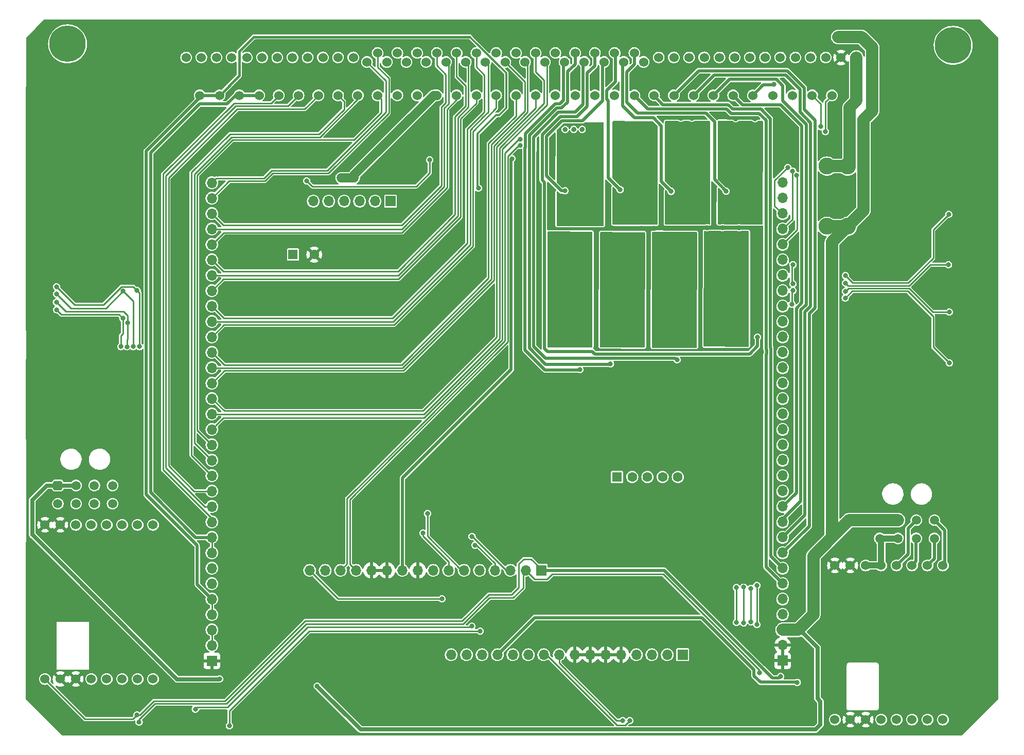
<source format=gbr>
%TF.GenerationSoftware,KiCad,Pcbnew,(6.0.1)*%
%TF.CreationDate,2023-10-20T02:01:24+01:00*%
%TF.ProjectId,Polygonus-Universal-Base,506f6c79-676f-46e7-9573-2d556e697665,rev?*%
%TF.SameCoordinates,Original*%
%TF.FileFunction,Copper,L2,Bot*%
%TF.FilePolarity,Positive*%
%FSLAX46Y46*%
G04 Gerber Fmt 4.6, Leading zero omitted, Abs format (unit mm)*
G04 Created by KiCad (PCBNEW (6.0.1)) date 2023-10-20 02:01:24*
%MOMM*%
%LPD*%
G01*
G04 APERTURE LIST*
G04 Aperture macros list*
%AMRoundRect*
0 Rectangle with rounded corners*
0 $1 Rounding radius*
0 $2 $3 $4 $5 $6 $7 $8 $9 X,Y pos of 4 corners*
0 Add a 4 corners polygon primitive as box body*
4,1,4,$2,$3,$4,$5,$6,$7,$8,$9,$2,$3,0*
0 Add four circle primitives for the rounded corners*
1,1,$1+$1,$2,$3*
1,1,$1+$1,$4,$5*
1,1,$1+$1,$6,$7*
1,1,$1+$1,$8,$9*
0 Add four rect primitives between the rounded corners*
20,1,$1+$1,$2,$3,$4,$5,0*
20,1,$1+$1,$4,$5,$6,$7,0*
20,1,$1+$1,$6,$7,$8,$9,0*
20,1,$1+$1,$8,$9,$2,$3,0*%
G04 Aperture macros list end*
%TA.AperFunction,ComponentPad*%
%ADD10R,1.700000X1.700000*%
%TD*%
%TA.AperFunction,ComponentPad*%
%ADD11O,1.700000X1.700000*%
%TD*%
%TA.AperFunction,ComponentPad*%
%ADD12C,1.600000*%
%TD*%
%TA.AperFunction,ComponentPad*%
%ADD13R,1.600000X1.600000*%
%TD*%
%TA.AperFunction,ComponentPad*%
%ADD14C,1.524000*%
%TD*%
%TA.AperFunction,ComponentPad*%
%ADD15C,1.500000*%
%TD*%
%TA.AperFunction,ComponentPad*%
%ADD16RoundRect,0.250001X-0.499999X-0.499999X0.499999X-0.499999X0.499999X0.499999X-0.499999X0.499999X0*%
%TD*%
%TA.AperFunction,ComponentPad*%
%ADD17C,2.780000*%
%TD*%
%TA.AperFunction,ComponentPad*%
%ADD18C,6.000000*%
%TD*%
%TA.AperFunction,ViaPad*%
%ADD19C,0.800000*%
%TD*%
%TA.AperFunction,Conductor*%
%ADD20C,0.500000*%
%TD*%
%TA.AperFunction,Conductor*%
%ADD21C,2.000000*%
%TD*%
%TA.AperFunction,Conductor*%
%ADD22C,0.250000*%
%TD*%
%TA.AperFunction,Conductor*%
%ADD23C,0.700000*%
%TD*%
%TA.AperFunction,Conductor*%
%ADD24C,0.400000*%
%TD*%
%TA.AperFunction,Conductor*%
%ADD25C,0.300000*%
%TD*%
%TA.AperFunction,Conductor*%
%ADD26C,1.500000*%
%TD*%
%TA.AperFunction,Conductor*%
%ADD27C,1.000000*%
%TD*%
G04 APERTURE END LIST*
D10*
%TO.P,J4,1,Pin_1*%
%TO.N,GND*%
X181672763Y-132012059D03*
D11*
%TO.P,J4,2,Pin_2*%
X181672763Y-129472059D03*
%TO.P,J4,3,Pin_3*%
%TO.N,/12V_MR_FUSE*%
X181672763Y-126932059D03*
%TO.P,J4,4,Pin_4*%
%TO.N,/LS1*%
X181672763Y-124392059D03*
%TO.P,J4,5,Pin_5*%
%TO.N,/LS2*%
X181672763Y-121852059D03*
%TO.P,J4,6,Pin_6*%
%TO.N,/LS3*%
X181672763Y-119312059D03*
%TO.P,J4,7,Pin_7*%
%TO.N,/LS4*%
X181672763Y-116772059D03*
%TO.P,J4,8,Pin_8*%
%TO.N,/LS5*%
X181672763Y-114232059D03*
%TO.P,J4,9,Pin_9*%
%TO.N,/LS6*%
X181672763Y-111692059D03*
%TO.P,J4,10,Pin_10*%
%TO.N,/LS7*%
X181672763Y-109152059D03*
%TO.P,J4,11,Pin_11*%
%TO.N,/LS8*%
X181672763Y-106612059D03*
%TO.P,J4,12,Pin_12*%
%TO.N,/IGN12*%
X181672763Y-104072059D03*
%TO.P,J4,13,Pin_13*%
%TO.N,/IGN11*%
X181672763Y-101532059D03*
%TO.P,J4,14,Pin_14*%
%TO.N,/IGN10*%
X181672763Y-98992059D03*
%TO.P,J4,15,Pin_15*%
%TO.N,/IGN9*%
X181672763Y-96452059D03*
%TO.P,J4,16,Pin_16*%
%TO.N,/IGN8*%
X181672763Y-93912059D03*
%TO.P,J4,17,Pin_17*%
%TO.N,/IGN7*%
X181672763Y-91372059D03*
%TO.P,J4,18,Pin_18*%
%TO.N,/IGN6*%
X181672763Y-88832059D03*
%TO.P,J4,19,Pin_19*%
%TO.N,/IGN5*%
X181672763Y-86292059D03*
%TO.P,J4,20,Pin_20*%
%TO.N,/IGN4*%
X181672763Y-83752059D03*
%TO.P,J4,21,Pin_21*%
%TO.N,/IGN3*%
X181672763Y-81212059D03*
%TO.P,J4,22,Pin_22*%
%TO.N,/IGN2*%
X181672763Y-78672059D03*
%TO.P,J4,23,Pin_23*%
%TO.N,/IGN1*%
X181672763Y-76132059D03*
%TO.P,J4,24,Pin_24*%
%TO.N,/LS9*%
X181672763Y-73592059D03*
%TO.P,J4,25,Pin_25*%
%TO.N,/LS10*%
X181672763Y-71052059D03*
%TO.P,J4,26,Pin_26*%
%TO.N,/LS11*%
X181672763Y-68512059D03*
%TO.P,J4,27,Pin_27*%
%TO.N,/LS12*%
X181672763Y-65972059D03*
%TO.P,J4,28,Pin_28*%
%TO.N,/LS13*%
X181672763Y-63432059D03*
%TO.P,J4,29,Pin_29*%
%TO.N,/LS14*%
X181672763Y-60892059D03*
%TO.P,J4,30,Pin_30*%
%TO.N,/LS15*%
X181672763Y-58352059D03*
%TO.P,J4,31,Pin_31*%
%TO.N,/LS16*%
X181672763Y-55812059D03*
%TO.P,J4,32,Pin_32*%
%TO.N,/12V_MR_FUSE*%
X181672763Y-53272059D03*
D10*
%TO.P,J4,33,Pin_33*%
%TO.N,GND*%
X87760080Y-132017154D03*
D11*
%TO.P,J4,34,Pin_34*%
%TO.N,/12V_PROT*%
X87760080Y-129477154D03*
%TO.P,J4,35,Pin_35*%
X87760080Y-126937154D03*
%TO.P,J4,36,Pin_36*%
%TO.N,/5V_SENSOR_2*%
X87760080Y-124397154D03*
%TO.P,J4,37,Pin_37*%
X87760080Y-121857154D03*
%TO.P,J4,38,Pin_38*%
%TO.N,unconnected-(J4-Pad38)*%
X87760080Y-119317154D03*
%TO.P,J4,39,Pin_39*%
%TO.N,unconnected-(J4-Pad39)*%
X87760080Y-116777154D03*
%TO.P,J4,40,Pin_40*%
%TO.N,/5V_SENSOR_1*%
X87760080Y-114237154D03*
%TO.P,J4,41,Pin_41*%
X87760080Y-111697154D03*
%TO.P,J4,42,Pin_42*%
%TO.N,/DIGITAL_6*%
X87760080Y-109157154D03*
%TO.P,J4,43,Pin_43*%
%TO.N,/DIGITAL_5*%
X87760080Y-106617154D03*
%TO.P,J4,44,Pin_44*%
%TO.N,/DIGITAL_4*%
X87760080Y-104077154D03*
%TO.P,J4,45,Pin_45*%
%TO.N,/DIGITAL_3*%
X87760080Y-101537154D03*
%TO.P,J4,46,Pin_46*%
%TO.N,/DIGITAL_2*%
X87760080Y-98997154D03*
%TO.P,J4,47,Pin_47*%
%TO.N,/DIGITAL_1*%
X87760080Y-96457154D03*
%TO.P,J4,48,Pin_48*%
%TO.N,/AT4*%
X87760080Y-93917154D03*
%TO.P,J4,49,Pin_49*%
%TO.N,/AT3*%
X87760080Y-91377154D03*
%TO.P,J4,50,Pin_50*%
%TO.N,/AT2*%
X87760080Y-88837154D03*
%TO.P,J4,51,Pin_51*%
%TO.N,/AT1*%
X87760080Y-86297154D03*
%TO.P,J4,52,Pin_52*%
%TO.N,/AV11*%
X87760080Y-83757154D03*
%TO.P,J4,53,Pin_53*%
%TO.N,/AV10*%
X87760080Y-81217154D03*
%TO.P,J4,54,Pin_54*%
%TO.N,/AV9*%
X87760080Y-78677154D03*
%TO.P,J4,55,Pin_55*%
%TO.N,/AV8*%
X87760080Y-76137154D03*
%TO.P,J4,56,Pin_56*%
%TO.N,/AV7*%
X87760080Y-73597154D03*
%TO.P,J4,57,Pin_57*%
%TO.N,/AV6*%
X87760080Y-71057154D03*
%TO.P,J4,58,Pin_58*%
%TO.N,/AV5*%
X87760080Y-68517154D03*
%TO.P,J4,59,Pin_59*%
%TO.N,/AV4*%
X87760080Y-65977154D03*
%TO.P,J4,60,Pin_60*%
%TO.N,/AV3*%
X87760080Y-63437154D03*
%TO.P,J4,61,Pin_61*%
%TO.N,/AV2*%
X87760080Y-60897154D03*
%TO.P,J4,62,Pin_62*%
%TO.N,/AV1*%
X87760080Y-58357154D03*
%TO.P,J4,63,Pin_63*%
%TO.N,/KNOCK_1*%
X87760080Y-55817154D03*
%TO.P,J4,64,Pin_64*%
%TO.N,/KNOCK_2*%
X87760080Y-53277154D03*
D10*
%TO.P,J4,65,Pin_65*%
%TO.N,/HS4*%
X165230080Y-131026287D03*
D11*
%TO.P,J4,66,Pin_66*%
%TO.N,/HS3*%
X162690080Y-131026287D03*
%TO.P,J4,67,Pin_67*%
%TO.N,/HS2*%
X160150080Y-131026287D03*
%TO.P,J4,68,Pin_68*%
%TO.N,/HS1*%
X157610080Y-131026287D03*
%TO.P,J4,69,Pin_69*%
%TO.N,GND*%
X155070080Y-131026287D03*
%TO.P,J4,70,Pin_70*%
X152530080Y-131026287D03*
%TO.P,J4,71,Pin_71*%
X149990080Y-131026287D03*
%TO.P,J4,72,Pin_72*%
X147450080Y-131026287D03*
%TO.P,J4,73,Pin_73*%
%TO.N,/CAN2+*%
X144910080Y-131026287D03*
%TO.P,J4,74,Pin_74*%
%TO.N,/CAN2-*%
X142370080Y-131026287D03*
%TO.P,J4,75,Pin_75*%
%TO.N,/RC1*%
X139830080Y-131026287D03*
%TO.P,J4,76,Pin_76*%
%TO.N,/RC2*%
X137290080Y-131026287D03*
%TO.P,J4,77,Pin_77*%
%TO.N,/Perm_Live*%
X134750080Y-131026287D03*
%TO.P,J4,78,Pin_78*%
%TO.N,unconnected-(J4-Pad78)*%
X132210080Y-131026287D03*
%TO.P,J4,79,Pin_79*%
%TO.N,unconnected-(J4-Pad79)*%
X129670080Y-131026287D03*
%TO.P,J4,80,Pin_80*%
%TO.N,unconnected-(J4-Pad80)*%
X127130080Y-131026287D03*
D10*
%TO.P,J4,81,Pin_81*%
%TO.N,/+5V*%
X141953794Y-117134404D03*
D11*
%TO.P,J4,82,Pin_82*%
%TO.N,/+3V3*%
X139413794Y-117134404D03*
%TO.P,J4,83,Pin_83*%
%TO.N,/ETB1_PWM*%
X136873794Y-117134404D03*
%TO.P,J4,84,Pin_84*%
%TO.N,/ETB1_DIS*%
X134333794Y-117134404D03*
%TO.P,J4,85,Pin_85*%
%TO.N,/ETB1_DIR*%
X131793794Y-117134404D03*
%TO.P,J4,86,Pin_86*%
%TO.N,/ETB2_PWM*%
X129253794Y-117134404D03*
%TO.P,J4,87,Pin_87*%
%TO.N,/ETB2_DIS*%
X126713794Y-117134404D03*
%TO.P,J4,88,Pin_88*%
%TO.N,/ETB2_DIR*%
X124173794Y-117134404D03*
%TO.P,J4,89,Pin_89*%
%TO.N,GND*%
X121633794Y-117134404D03*
%TO.P,J4,90,Pin_90*%
%TO.N,/12V_KEY*%
X119093794Y-117134404D03*
%TO.P,J4,91,Pin_91*%
%TO.N,GND*%
X116553794Y-117134404D03*
%TO.P,J4,92,Pin_92*%
X114013794Y-117134404D03*
%TO.P,J4,93,Pin_93*%
%TO.N,/CAN+*%
X111473794Y-117134404D03*
%TO.P,J4,94,Pin_94*%
%TO.N,/CAN-*%
X108933794Y-117134404D03*
%TO.P,J4,95,Pin_95*%
%TO.N,/VR2+*%
X106393794Y-117134404D03*
%TO.P,J4,96,Pin_96*%
%TO.N,/VR1+*%
X103853794Y-117134404D03*
D12*
%TO.P,J4,97,Pin_97*%
%TO.N,unconnected-(J4-Pad97)*%
X164425871Y-101751522D03*
%TO.P,J4,98,Pin_98*%
%TO.N,unconnected-(J4-Pad98)*%
X161925871Y-101751522D03*
%TO.P,J4,99,Pin_99*%
%TO.N,unconnected-(J4-Pad99)*%
X159425871Y-101751522D03*
%TO.P,J4,100,Pin_100*%
%TO.N,unconnected-(J4-Pad100)*%
X156925871Y-101751522D03*
D13*
%TO.P,J4,101,Pin_101*%
%TO.N,unconnected-(J4-Pad101)*%
X154425871Y-101751522D03*
D10*
%TO.P,J4,102,Pin_102*%
%TO.N,unconnected-(J4-Pad102)*%
X117154579Y-56302538D03*
D11*
%TO.P,J4,103,Pin_103*%
%TO.N,unconnected-(J4-Pad103)*%
X114614579Y-56302538D03*
%TO.P,J4,104,Pin_104*%
%TO.N,unconnected-(J4-Pad104)*%
X112074579Y-56302538D03*
%TO.P,J4,105,Pin_105*%
%TO.N,unconnected-(J4-Pad105)*%
X109534579Y-56302538D03*
%TO.P,J4,106,Pin_106*%
%TO.N,unconnected-(J4-Pad106)*%
X106994579Y-56302538D03*
%TO.P,J4,107,Pin_107*%
%TO.N,unconnected-(J4-Pad107)*%
X104454579Y-56302538D03*
%TD*%
D14*
%TO.P,U14,1,5v_in*%
%TO.N,/+5V*%
X60295183Y-135040000D03*
%TO.P,U14,2,GND*%
%TO.N,GND*%
X62835183Y-135040000D03*
%TO.P,U14,3,Select1*%
X65375183Y-135040000D03*
%TO.P,U14,4,Select2*%
%TO.N,unconnected-(U14-Pad4)*%
X67915183Y-135040000D03*
%TO.P,U14,5,CANRX*%
%TO.N,/CAN_RX2*%
X70455183Y-135040000D03*
%TO.P,U14,6,CANTX*%
%TO.N,/CAN_TX2*%
X72995183Y-135040000D03*
%TO.P,U14,7,nRESET*%
%TO.N,unconnected-(U14-Pad7)*%
X75535183Y-135040000D03*
%TO.P,U14,8,Boot0*%
%TO.N,unconnected-(U14-Pad8)*%
X78075183Y-135040000D03*
%TO.P,U14,9,GND*%
%TO.N,GND*%
X60295183Y-109640000D03*
%TO.P,U14,10,GND*%
X62835183Y-109640000D03*
%TO.P,U14,11,HeaterNeg*%
%TO.N,/HeaterNeg2*%
X65375183Y-109640000D03*
%TO.P,U14,12,HeaterNeg*%
X67915183Y-109640000D03*
%TO.P,U14,13,LSU_Ip*%
%TO.N,/LSU_Ip2*%
X70455183Y-109640000D03*
%TO.P,U14,14,LSU_Vm*%
%TO.N,/LSU_Vm2*%
X72995183Y-109640000D03*
%TO.P,U14,15,LSU_Rtrim*%
%TO.N,/LSU_Rtrim2*%
X75535183Y-109640000D03*
%TO.P,U14,16,LSU_Un*%
%TO.N,/LSU_Un2*%
X78075183Y-109640000D03*
%TD*%
D13*
%TO.P,C11,1*%
%TO.N,/12V_MR_FUSE*%
X101112052Y-65110107D03*
D12*
%TO.P,C11,2*%
%TO.N,GND*%
X104612052Y-65110107D03*
%TD*%
D15*
%TO.P,J5,8,Pin_8*%
%TO.N,/LSU_Rtrim*%
X206646976Y-111866217D03*
%TO.P,J5,7,Pin_7*%
%TO.N,/LSU_Vm*%
X203646976Y-111866217D03*
%TO.P,J5,6,Pin_6*%
%TO.N,/HeaterNeg*%
X200646976Y-111866217D03*
%TO.P,J5,5,Pin_5*%
X197646976Y-111866217D03*
%TO.P,J5,4,Pin_4*%
%TO.N,/LSU_Un*%
X206646976Y-108866217D03*
%TO.P,J5,3,Pin_3*%
%TO.N,/LSU_Ip*%
X203646976Y-108866217D03*
%TO.P,J5,2,Pin_2*%
%TO.N,/12V_MR_FUSE*%
X200646976Y-108866217D03*
D16*
%TO.P,J5,1,Pin_1*%
X197646976Y-108866217D03*
%TD*%
D15*
%TO.P,J1,8,Pin_8*%
%TO.N,/LSU_Rtrim2*%
X71418375Y-106145066D03*
%TO.P,J1,7,Pin_7*%
%TO.N,/LSU_Vm2*%
X68418375Y-106145066D03*
%TO.P,J1,6,Pin_6*%
%TO.N,/HeaterNeg2*%
X65418375Y-106145066D03*
%TO.P,J1,5,Pin_5*%
X62418375Y-106145066D03*
%TO.P,J1,4,Pin_4*%
%TO.N,/LSU_Un2*%
X71418375Y-103145066D03*
%TO.P,J1,3,Pin_3*%
%TO.N,/LSU_Ip2*%
X68418375Y-103145066D03*
%TO.P,J1,2,Pin_2*%
%TO.N,/12V_MR_FUSE*%
X65418375Y-103145066D03*
D16*
%TO.P,J1,1,Pin_1*%
X62418375Y-103145066D03*
%TD*%
D17*
%TO.P,F1,1*%
%TO.N,/12V_MR*%
X188964464Y-50542664D03*
X192364464Y-50542664D03*
%TO.P,F1,2*%
%TO.N,/12V_MR_FUSE*%
X192364464Y-60462664D03*
X188964464Y-60462664D03*
%TD*%
D14*
%TO.P,Motronic_88pin1,88,88*%
%TO.N,/LS13*%
X189777500Y-38892516D03*
%TO.P,Motronic_88pin1,87,87*%
%TO.N,/LS14*%
X186527500Y-38892516D03*
%TO.P,Motronic_88pin1,86,86*%
%TO.N,/LS15*%
X183277500Y-38892516D03*
%TO.P,Motronic_88pin1,85,85*%
%TO.N,/LS16*%
X180027500Y-38892516D03*
%TO.P,Motronic_88pin1,84,84*%
%TO.N,/Perm_Live*%
X176777500Y-38892516D03*
%TO.P,Motronic_88pin1,83,83*%
%TO.N,/LS8*%
X173527500Y-38892516D03*
%TO.P,Motronic_88pin1,82,82*%
%TO.N,/LS7*%
X170277500Y-38892516D03*
%TO.P,Motronic_88pin1,81,81*%
%TO.N,/LS6*%
X167027500Y-38892516D03*
%TO.P,Motronic_88pin1,80,80*%
%TO.N,/LS5*%
X163777500Y-38892516D03*
%TO.P,Motronic_88pin1,79,79*%
%TO.N,/LS4*%
X160527500Y-38892516D03*
%TO.P,Motronic_88pin1,78,78*%
%TO.N,/LS3*%
X157277500Y-38892516D03*
%TO.P,Motronic_88pin1,77,77*%
%TO.N,/LS2*%
X154027500Y-38892516D03*
%TO.P,Motronic_88pin1,76,76*%
%TO.N,/LS1*%
X150777500Y-38892516D03*
%TO.P,Motronic_88pin1,75,75*%
%TO.N,/CAN+*%
X147527500Y-38892516D03*
%TO.P,Motronic_88pin1,74,74*%
%TO.N,/CAN-*%
X144277500Y-38892516D03*
%TO.P,Motronic_88pin1,73,73*%
%TO.N,/AT2*%
X141027500Y-38892516D03*
%TO.P,Motronic_88pin1,72,72*%
%TO.N,/AV10*%
X137777500Y-38892516D03*
%TO.P,Motronic_88pin1,71,71*%
%TO.N,/AV9*%
X134527500Y-38892516D03*
%TO.P,Motronic_88pin1,70,70*%
%TO.N,/AV6*%
X131277500Y-38892516D03*
%TO.P,Motronic_88pin1,69,69*%
%TO.N,/AV3*%
X128027500Y-38892516D03*
%TO.P,Motronic_88pin1,68,68*%
%TO.N,/12V_MR_FUSE*%
X124777500Y-38892516D03*
%TO.P,Motronic_88pin1,67,67*%
%TO.N,unconnected-(Motronic_88pin1-Pad67)*%
X121527500Y-38892516D03*
%TO.P,Motronic_88pin1,66,66*%
%TO.N,unconnected-(Motronic_88pin1-Pad66)*%
X118277500Y-38892516D03*
%TO.P,Motronic_88pin1,65,65*%
%TO.N,/DIGITAL_1*%
X115027500Y-38892516D03*
%TO.P,Motronic_88pin1,64,64*%
%TO.N,/DIGITAL_2*%
X111777500Y-38892516D03*
%TO.P,Motronic_88pin1,63,63*%
%TO.N,/DIGITAL_3*%
X108527500Y-38892516D03*
%TO.P,Motronic_88pin1,62,62*%
%TO.N,/DIGITAL_4*%
X105277500Y-38892516D03*
%TO.P,Motronic_88pin1,61,61*%
%TO.N,/DIGITAL_5*%
X102027500Y-38892516D03*
%TO.P,Motronic_88pin1,60,60*%
%TO.N,/DIGITAL_6*%
X98777500Y-38892516D03*
%TO.P,Motronic_88pin1,59,59*%
%TO.N,/5V_SENSOR_1*%
X95527500Y-38892516D03*
%TO.P,Motronic_88pin1,58,58*%
X92277500Y-38892516D03*
%TO.P,Motronic_88pin1,57,57*%
%TO.N,/5V_SENSOR_2*%
X89027500Y-38892516D03*
%TO.P,Motronic_88pin1,56,56*%
X85777500Y-38892516D03*
%TO.P,Motronic_88pin1,55,55*%
%TO.N,GND*%
X191277500Y-32642516D03*
%TO.P,Motronic_88pin1,54,54*%
%TO.N,/LS11ADD*%
X186277500Y-32642516D03*
%TO.P,Motronic_88pin1,53,53*%
%TO.N,/LS9ADD*%
X181277500Y-32642516D03*
%TO.P,Motronic_88pin1,52,52*%
%TO.N,/IGBT2*%
X176277500Y-32642516D03*
%TO.P,Motronic_88pin1,51,51*%
%TO.N,/IGBT4*%
X171277500Y-32642516D03*
%TO.P,Motronic_88pin1,50,50*%
%TO.N,/IGBT6*%
X166277500Y-32642516D03*
%TO.P,Motronic_88pin1,49,49*%
%TO.N,/IGBT8*%
X161277500Y-32642516D03*
%TO.P,Motronic_88pin1,48,48*%
%TO.N,/IGN1*%
X157277500Y-31892516D03*
%TO.P,Motronic_88pin1,47,47*%
%TO.N,/IGN5*%
X154027500Y-31892516D03*
%TO.P,Motronic_88pin1,46,46*%
%TO.N,/IGN2*%
X150777500Y-31892516D03*
%TO.P,Motronic_88pin1,45,45*%
%TO.N,/IGN6*%
X147527500Y-31892516D03*
%TO.P,Motronic_88pin1,44,44*%
%TO.N,unconnected-(Motronic_88pin1-Pad44)*%
X144277500Y-31892516D03*
%TO.P,Motronic_88pin1,43,43*%
%TO.N,/AT3*%
X141027500Y-31892516D03*
%TO.P,Motronic_88pin1,42,42*%
%TO.N,/CRANK -*%
X137777500Y-31892516D03*
%TO.P,Motronic_88pin1,41,41*%
%TO.N,/CRANK +*%
X134527500Y-31892516D03*
%TO.P,Motronic_88pin1,40,40*%
%TO.N,/AV7*%
X131277500Y-31892516D03*
%TO.P,Motronic_88pin1,39,39*%
%TO.N,/AV4*%
X128027500Y-31892516D03*
%TO.P,Motronic_88pin1,38,38*%
%TO.N,/AV1*%
X124777500Y-31892516D03*
%TO.P,Motronic_88pin1,37,37*%
%TO.N,/12V_MR_FUSE*%
X121527500Y-31892516D03*
%TO.P,Motronic_88pin1,36,36*%
%TO.N,unconnected-(Motronic_88pin1-Pad36)*%
X118277500Y-31892516D03*
%TO.P,Motronic_88pin1,35,35*%
%TO.N,/KNOCK_1*%
X115027500Y-31892516D03*
%TO.P,Motronic_88pin1,34,34*%
%TO.N,/ETB1_+*%
X111027500Y-32642516D03*
%TO.P,Motronic_88pin1,33,33*%
%TO.N,/ETB2_+*%
X106027500Y-32642516D03*
%TO.P,Motronic_88pin1,32,32*%
%TO.N,/HS1*%
X101027500Y-32642516D03*
%TO.P,Motronic_88pin1,31,31*%
%TO.N,/HS3*%
X96027500Y-32642516D03*
%TO.P,Motronic_88pin1,30,30*%
%TO.N,/ExtraLSD*%
X91027500Y-32642516D03*
%TO.P,Motronic_88pin1,29,29*%
%TO.N,/ExtraLSB*%
X86027500Y-32642516D03*
%TO.P,Motronic_88pin1,28,28*%
%TO.N,/12V_MR*%
X193777500Y-32642516D03*
%TO.P,Motronic_88pin1,27,27*%
%TO.N,/LS12ADD*%
X188777500Y-32642516D03*
%TO.P,Motronic_88pin1,26,26*%
%TO.N,/LS10ADD*%
X183777500Y-32642516D03*
%TO.P,Motronic_88pin1,25,25*%
%TO.N,/IGBT1*%
X178777500Y-32642516D03*
%TO.P,Motronic_88pin1,24,24*%
%TO.N,/IGBT3*%
X173777500Y-32642516D03*
%TO.P,Motronic_88pin1,23,23*%
%TO.N,/IGBT5*%
X168777500Y-32642516D03*
%TO.P,Motronic_88pin1,22,22*%
%TO.N,/IGBT7*%
X163777500Y-32642516D03*
%TO.P,Motronic_88pin1,21,21*%
%TO.N,/12V_KEY*%
X158777500Y-33392516D03*
%TO.P,Motronic_88pin1,20,20*%
%TO.N,/IGN3*%
X155527500Y-33392516D03*
%TO.P,Motronic_88pin1,19,19*%
%TO.N,/IGN7*%
X152277500Y-33392516D03*
%TO.P,Motronic_88pin1,18,18*%
%TO.N,/IGN4*%
X149027500Y-33392516D03*
%TO.P,Motronic_88pin1,17,17*%
%TO.N,/IGN8*%
X145777500Y-33392516D03*
%TO.P,Motronic_88pin1,16,16*%
%TO.N,/AT4*%
X142527500Y-33392516D03*
%TO.P,Motronic_88pin1,15,15*%
%TO.N,/AT1*%
X139277500Y-33392516D03*
%TO.P,Motronic_88pin1,14,14*%
%TO.N,/AV11*%
X136027500Y-33392516D03*
%TO.P,Motronic_88pin1,13,13*%
%TO.N,/AV8*%
X132777500Y-33392516D03*
%TO.P,Motronic_88pin1,12,12*%
%TO.N,/AV5*%
X129527500Y-33392516D03*
%TO.P,Motronic_88pin1,11,11*%
%TO.N,/AV2*%
X126277500Y-33392516D03*
%TO.P,Motronic_88pin1,10,10*%
%TO.N,/12V_MR_FUSE*%
X123027500Y-33392516D03*
%TO.P,Motronic_88pin1,9,9*%
%TO.N,unconnected-(Motronic_88pin1-Pad9)*%
X119777500Y-33392516D03*
%TO.P,Motronic_88pin1,8,8*%
%TO.N,unconnected-(Motronic_88pin1-Pad8)*%
X116527500Y-33392516D03*
%TO.P,Motronic_88pin1,7,7*%
%TO.N,/KNOCK_2*%
X113277500Y-33392516D03*
%TO.P,Motronic_88pin1,6,6*%
%TO.N,/ETB1_-*%
X108527500Y-32642516D03*
%TO.P,Motronic_88pin1,5,5*%
%TO.N,/ETB2_-*%
X103527500Y-32642516D03*
%TO.P,Motronic_88pin1,4,4*%
%TO.N,/HS2*%
X98527500Y-32642516D03*
%TO.P,Motronic_88pin1,3,3*%
%TO.N,/HS4*%
X93527500Y-32642516D03*
%TO.P,Motronic_88pin1,2,2*%
%TO.N,/ExtraLSC*%
X88527500Y-32642516D03*
%TO.P,Motronic_88pin1,1,1*%
%TO.N,/ExtraLSA*%
X83527500Y-32642516D03*
D18*
%TO.P,Motronic_88pin1,*%
%TO.N,*%
X209727500Y-30642516D03*
X64017500Y-30392516D03*
%TD*%
D14*
%TO.P,U1,1,5v_in*%
%TO.N,/+5V*%
X190267127Y-141724405D03*
%TO.P,U1,2,GND*%
%TO.N,GND*%
X192807127Y-141724405D03*
%TO.P,U1,3,Select1*%
X195347127Y-141724405D03*
%TO.P,U1,4,Select2*%
%TO.N,unconnected-(U1-Pad4)*%
X197887127Y-141724405D03*
%TO.P,U1,5,CANRX*%
%TO.N,/CAN_RX*%
X200427127Y-141724405D03*
%TO.P,U1,6,CANTX*%
%TO.N,/CAN_TX*%
X202967127Y-141724405D03*
%TO.P,U1,7,nRESET*%
%TO.N,unconnected-(U1-Pad7)*%
X205507127Y-141724405D03*
%TO.P,U1,8,Boot0*%
%TO.N,unconnected-(U1-Pad8)*%
X208047127Y-141724405D03*
%TO.P,U1,9,GND*%
%TO.N,GND*%
X190267127Y-116324405D03*
%TO.P,U1,10,GND*%
X192807127Y-116324405D03*
%TO.P,U1,11,HeaterNeg*%
%TO.N,/HeaterNeg*%
X195347127Y-116324405D03*
%TO.P,U1,12,HeaterNeg*%
X197887127Y-116324405D03*
%TO.P,U1,13,LSU_Ip*%
%TO.N,/LSU_Ip*%
X200427127Y-116324405D03*
%TO.P,U1,14,LSU_Vm*%
%TO.N,/LSU_Vm*%
X202967127Y-116324405D03*
%TO.P,U1,15,LSU_Rtrim*%
%TO.N,/LSU_Rtrim*%
X205507127Y-116324405D03*
%TO.P,U1,16,LSU_Un*%
%TO.N,/LSU_Un*%
X208047127Y-116324405D03*
%TD*%
D19*
%TO.N,GND*%
X86119039Y-41418310D03*
X88983723Y-41305969D03*
X101959056Y-40317372D03*
X215704179Y-93419533D03*
X58611939Y-87553612D03*
X59041152Y-43058451D03*
X214988822Y-43773807D03*
X124737725Y-49493714D03*
X137977824Y-52657549D03*
X138436280Y-49234829D03*
X183962989Y-72527699D03*
X187862307Y-70466857D03*
X183937868Y-67734263D03*
X187982329Y-66793626D03*
X190914494Y-41798351D03*
X180024593Y-33823868D03*
X177515296Y-31402494D03*
X172541362Y-31452736D03*
X167479505Y-31490417D03*
X162568373Y-31515538D03*
X158921459Y-31706138D03*
X136178092Y-31786883D03*
X139300259Y-31759968D03*
X142691577Y-31786883D03*
X145867574Y-31813799D03*
X149151232Y-31813799D03*
X152381059Y-31759968D03*
X155583971Y-31759968D03*
X133682951Y-78247551D03*
X135943830Y-83522935D03*
X135961773Y-81279999D03*
X182826169Y-92645204D03*
X182853084Y-85028194D03*
X182772339Y-77384270D03*
X182844113Y-102790251D03*
X185314332Y-111937441D03*
X185003312Y-109604788D03*
X184273610Y-107571193D03*
X177899686Y-98679199D03*
X173934175Y-42747362D03*
X177110172Y-42729419D03*
X164936514Y-42669607D03*
X166736844Y-42663626D03*
X171384207Y-42119340D03*
X171503830Y-36437237D03*
X168692684Y-35791271D03*
X176958649Y-37322448D03*
X174003956Y-37573657D03*
X170463108Y-37442072D03*
X153201475Y-34403642D03*
X144145996Y-34295981D03*
X140485525Y-35599874D03*
X138739026Y-34906059D03*
X136968602Y-36353500D03*
X135150329Y-37573657D03*
X138320345Y-37489921D03*
X141550172Y-37477959D03*
X144193846Y-36449199D03*
X147555259Y-36473124D03*
X154439576Y-37591601D03*
X152974191Y-36353500D03*
X150641538Y-36520973D03*
X157125117Y-35504175D03*
X157998367Y-34702700D03*
X167436640Y-33697864D03*
X167173469Y-37358335D03*
X163632621Y-37442072D03*
X160857362Y-37370298D03*
X140571255Y-84270580D03*
X127591636Y-95463328D03*
X129448787Y-93363940D03*
X136917762Y-86137201D03*
X129085431Y-110724262D03*
X131709666Y-107736671D03*
X138088575Y-114196326D03*
X136150678Y-104183861D03*
X133566817Y-97158987D03*
X142650706Y-106767723D03*
X144507857Y-112500667D03*
X117721224Y-108429489D03*
X130743210Y-128228131D03*
X143824010Y-121499324D03*
X149233971Y-118780886D03*
X153755729Y-126209489D03*
X153674984Y-123625627D03*
X169936766Y-134960926D03*
X166294238Y-133866373D03*
X175870078Y-133997959D03*
X187327990Y-128010816D03*
X184995337Y-132927331D03*
X184008445Y-128890047D03*
X172793767Y-120259230D03*
X172991145Y-122968697D03*
X178481852Y-125426954D03*
X178338304Y-122968697D03*
X178356248Y-120564270D03*
X180042935Y-119092904D03*
X179881444Y-116257833D03*
X177154034Y-118088069D03*
X177100204Y-109905839D03*
X178015321Y-109026609D03*
X176206118Y-105663461D03*
X176759277Y-107770565D03*
X175725748Y-103714528D03*
X167933768Y-94527698D03*
X167794804Y-90868302D03*
X146533253Y-102680275D03*
X149405184Y-99900987D03*
X188855548Y-58095829D03*
X192077463Y-58167885D03*
X187939412Y-52568135D03*
X188001174Y-55759169D03*
X193106828Y-55841518D03*
X193271527Y-52506373D03*
X189492373Y-45672549D03*
X188021761Y-48635957D03*
X190862811Y-48759481D03*
X191480431Y-77808184D03*
X187610015Y-81637425D03*
X187074745Y-75399468D03*
X191542192Y-74781849D03*
X191501018Y-73340736D03*
X187959999Y-73855419D03*
X191542192Y-67411590D03*
X193559749Y-68688003D03*
X193477400Y-62264761D03*
X191439256Y-63952920D03*
X188014899Y-62466686D03*
X183868191Y-65159652D03*
X183899072Y-62411246D03*
X183188809Y-60527506D03*
X183295192Y-48007395D03*
X183314032Y-43881291D03*
X180514992Y-49580121D03*
X179804729Y-41396663D03*
X176688284Y-79619289D03*
X151250787Y-61005749D03*
X153604357Y-60736073D03*
X158389432Y-60804451D03*
X160539663Y-60777001D03*
X174465838Y-60694652D03*
X171803212Y-60676352D03*
X169250385Y-60694652D03*
X166523709Y-60767851D03*
X162854592Y-60731252D03*
X180682224Y-59598863D03*
X180682224Y-72404173D03*
X180702811Y-69830759D03*
X180661636Y-67216170D03*
X180743986Y-64745692D03*
X180805748Y-62151690D03*
X177902936Y-61039975D03*
X177923523Y-72465935D03*
X138804451Y-94497216D03*
X136951593Y-90112118D03*
X140008809Y-91223833D03*
X148078459Y-85412983D03*
X154844823Y-92440120D03*
X158399566Y-94196904D03*
X158385841Y-88940276D03*
X158413291Y-91177431D03*
X154707574Y-83134653D03*
X159044636Y-83134653D03*
X162187632Y-83285627D03*
X163477771Y-83340527D03*
X169116814Y-82423739D03*
X165989423Y-82736632D03*
X175981134Y-82887606D03*
X176832076Y-77438829D03*
X176832076Y-74364457D03*
X178012416Y-75668320D03*
X177984966Y-77644702D03*
X180771116Y-74844828D03*
X180743666Y-77383930D03*
X180743666Y-79909307D03*
X180771116Y-84987512D03*
X180743666Y-90093166D03*
X177957516Y-91040183D03*
X177971241Y-94251804D03*
X180784841Y-95171371D03*
X180729941Y-92687168D03*
X180729941Y-82462134D03*
X180716217Y-87567789D03*
X178067315Y-89063800D03*
X178170571Y-81129026D03*
X178053590Y-83752273D03*
X177916342Y-86140401D03*
X165138481Y-86071777D03*
X162791527Y-86936444D03*
X158248593Y-86840370D03*
X152209647Y-84836538D03*
X149972492Y-84301268D03*
X141602690Y-57575022D03*
X141581274Y-53647032D03*
X141632674Y-64429282D03*
X141601793Y-71006929D03*
X141601793Y-76215520D03*
X141544553Y-79651314D03*
X148681296Y-44479534D03*
X147301946Y-44479534D03*
X145891715Y-44489828D03*
X143761208Y-60405745D03*
X143743265Y-58467849D03*
X143743265Y-56745274D03*
X143743265Y-54627943D03*
X143751240Y-51655306D03*
X143783139Y-49621711D03*
X143767189Y-47843312D03*
X143775164Y-46104788D03*
%TO.N,/IGBT7*%
X150246091Y-46200209D03*
X146350697Y-46289325D03*
X148207947Y-50379435D03*
X146272739Y-48320703D03*
X146169803Y-50400022D03*
X148187359Y-46159035D03*
X150122567Y-48238354D03*
X150101980Y-50379435D03*
%TO.N,/IGBT5*%
X159119224Y-46007477D03*
X155223830Y-46096593D03*
X157081080Y-50186703D03*
X155145872Y-48127971D03*
X155042936Y-50207290D03*
X157060492Y-45966303D03*
X158995700Y-48045622D03*
X158975113Y-50186703D03*
%TO.N,/IGBT3*%
X167662960Y-45946779D03*
X163767566Y-46035895D03*
X165624816Y-50126005D03*
X163689608Y-48067273D03*
X163586672Y-50146592D03*
X165604228Y-45905605D03*
X167539436Y-47984924D03*
X167518849Y-50126005D03*
%TO.N,/IGBT1*%
X176618443Y-45973198D03*
X172723049Y-46062314D03*
X174580299Y-50152424D03*
X172645091Y-48093692D03*
X172542155Y-50173011D03*
X174559711Y-45932024D03*
X176494919Y-48011343D03*
X176474332Y-50152424D03*
%TO.N,/IGBT2*%
X174827346Y-63096013D03*
X170931952Y-63185129D03*
X172789202Y-67275239D03*
X170853994Y-65216507D03*
X170751058Y-67295826D03*
X172768614Y-63054839D03*
X174703822Y-65134158D03*
X174683235Y-67275239D03*
%TO.N,/IGBT4*%
X165748340Y-63140187D03*
X161852946Y-63229303D03*
X163710196Y-67319413D03*
X161774988Y-65260681D03*
X161672052Y-67340000D03*
X163689608Y-63099013D03*
X165624816Y-65178332D03*
X165604229Y-67319413D03*
%TO.N,/IGBT6*%
X157719287Y-62951902D03*
X153823893Y-63041018D03*
X155681143Y-67131128D03*
X153745935Y-65072396D03*
X153642999Y-67151715D03*
X155660555Y-62910728D03*
X157595763Y-64990047D03*
X157575176Y-67131128D03*
%TO.N,/IGBT8*%
X146725660Y-63260712D03*
X146746248Y-67481112D03*
X148660868Y-65340031D03*
X144811040Y-65422380D03*
X144708104Y-67501699D03*
X148784392Y-63301886D03*
X148640281Y-67481112D03*
X144888998Y-63391002D03*
%TO.N,GND*%
X116637326Y-124379691D03*
X80135781Y-42067276D03*
X117058200Y-135923682D03*
X189189308Y-118335791D03*
X209120445Y-78000211D03*
X213018559Y-69094301D03*
X90255702Y-77682007D03*
X90215618Y-62590644D03*
X168780682Y-140105747D03*
X171010384Y-122921346D03*
X200893385Y-51236142D03*
X67031789Y-81397485D03*
X75894661Y-66973453D03*
X97234012Y-50515285D03*
X209205805Y-70630784D03*
X85853351Y-95820340D03*
X83456634Y-143803040D03*
X196636675Y-45338919D03*
X213018559Y-70118623D03*
X181762351Y-136569798D03*
X104161398Y-124349629D03*
X194700000Y-92340000D03*
X139730902Y-120023107D03*
X184764065Y-123533667D03*
X170169535Y-27246287D03*
X73118772Y-50264893D03*
X96167988Y-62490436D03*
X184668246Y-139486972D03*
X129869446Y-42935001D03*
X111669545Y-93021931D03*
X199526295Y-86851907D03*
X206702082Y-82041457D03*
X108685814Y-114691120D03*
X108911269Y-142296926D03*
X81111761Y-135646088D03*
X111880642Y-106441775D03*
X124295785Y-60354041D03*
X191480412Y-107280109D03*
X193988446Y-113084152D03*
X67126736Y-58215318D03*
X112693752Y-42995126D03*
X187947788Y-110954038D03*
X59034065Y-114735857D03*
X201846263Y-140397802D03*
X67126736Y-63166207D03*
X202456634Y-67980941D03*
X199526295Y-100650583D03*
X93502449Y-53932651D03*
X132853570Y-111861082D03*
X58362175Y-75065536D03*
X213217733Y-63261357D03*
X108302548Y-89695017D03*
X209205805Y-69663369D03*
X117084440Y-34921207D03*
X120748413Y-84383980D03*
X173426963Y-131862381D03*
X58427514Y-120227024D03*
X108842086Y-27366536D03*
X179879715Y-27336474D03*
X185210659Y-136013610D03*
X139054873Y-27216224D03*
X97410571Y-56497982D03*
X114316214Y-119997815D03*
X117002707Y-50530787D03*
X124456118Y-53399589D03*
X151015268Y-133560494D03*
X126609420Y-57900382D03*
X125077409Y-86929270D03*
X108537129Y-40390650D03*
X63862736Y-143109438D03*
X62724110Y-56487923D03*
X76086186Y-62504131D03*
X187700000Y-90340000D03*
X85582789Y-100840773D03*
X192015678Y-119609463D03*
X83539700Y-46190174D03*
X85552726Y-131113686D03*
X153063912Y-133484618D03*
X161162257Y-138809679D03*
X124876993Y-75746029D03*
X164228629Y-141966239D03*
X125317909Y-115648954D03*
X124917076Y-71056283D03*
X189671010Y-40454384D03*
X128426447Y-40429795D03*
X96458812Y-37550510D03*
X123982479Y-43859855D03*
X76114639Y-59801059D03*
X209205805Y-62806102D03*
X215663820Y-116727278D03*
X75118771Y-56159025D03*
X199059574Y-68762565D03*
X166912541Y-125888749D03*
X118095620Y-34041568D03*
X194700000Y-78340000D03*
X203148071Y-57549262D03*
X69209804Y-107580499D03*
X85703039Y-98285463D03*
X93328939Y-49387119D03*
X155219845Y-111419712D03*
X114577667Y-40670295D03*
X199205082Y-53961043D03*
X112497952Y-41130438D03*
X188838332Y-27216224D03*
X191460445Y-39498326D03*
X136060090Y-132256060D03*
X96208072Y-77702048D03*
X132020666Y-68402207D03*
X188768454Y-137575035D03*
X120788496Y-61095582D03*
X205853693Y-58932136D03*
X62866376Y-64910126D03*
X75259599Y-139474044D03*
X108393395Y-104978734D03*
X93433726Y-50991745D03*
X194083290Y-119571525D03*
X69048427Y-119509570D03*
X69968603Y-136868629D03*
X91417355Y-48794493D03*
X132067456Y-119972523D03*
X165687898Y-123439464D03*
X197927627Y-59758071D03*
X199407203Y-56116037D03*
X168011944Y-118236801D03*
X128451878Y-124319566D03*
X95767155Y-54654151D03*
X104842374Y-52790937D03*
X152654576Y-142176676D03*
X182583434Y-37192857D03*
X131354899Y-36754124D03*
X132321291Y-49628913D03*
X79299731Y-130091561D03*
X179980871Y-138591778D03*
X86413561Y-112843123D03*
X103334301Y-42113294D03*
X58644907Y-137328546D03*
X118002707Y-66486786D03*
X78698482Y-81089727D03*
X150159391Y-136073994D03*
X122912911Y-113684873D03*
X97422015Y-44017251D03*
X85642914Y-126935001D03*
X121469912Y-102902465D03*
X102327587Y-130211811D03*
X81437376Y-59143480D03*
X67126736Y-55882140D03*
X81457417Y-72310844D03*
X167234093Y-137935001D03*
X79359856Y-122966755D03*
X59238038Y-127811597D03*
X191446610Y-114317132D03*
X180760557Y-141576685D03*
X92076283Y-135021807D03*
X116800208Y-74282988D03*
X213331546Y-54952967D03*
X109938983Y-34572697D03*
X62894830Y-63828897D03*
X90295785Y-59223647D03*
X118738728Y-49381920D03*
X138823432Y-142176676D03*
X67095018Y-79095922D03*
X81437376Y-65677058D03*
X174144689Y-117906114D03*
X155179824Y-135983807D03*
X139544932Y-128558375D03*
X105166813Y-59071128D03*
X174084564Y-110811370D03*
X86499583Y-117912877D03*
X115779576Y-44848347D03*
X105307815Y-37408243D03*
X204561007Y-69694502D03*
X113816084Y-41932919D03*
X113315451Y-39618431D03*
X124964631Y-135893619D03*
X183162609Y-134696758D03*
X92686850Y-56242245D03*
X186494615Y-34178351D03*
X116158875Y-97671594D03*
X106766372Y-52760874D03*
X213331546Y-53928645D03*
X99941419Y-50515285D03*
X63366619Y-114128387D03*
X145409004Y-134810587D03*
X198308012Y-30042097D03*
X215325655Y-68417895D03*
X196520288Y-114863475D03*
X89554244Y-45114325D03*
X125017284Y-80195275D03*
X194917923Y-118262669D03*
X99161106Y-53114767D03*
X133563873Y-71268163D03*
X81457417Y-52950610D03*
X98615801Y-50470349D03*
X72977553Y-39632026D03*
X215084108Y-29287295D03*
X176013119Y-129219750D03*
X84314850Y-39022848D03*
X201614884Y-72370062D03*
X129662062Y-115161016D03*
X107889145Y-136043931D03*
X215808748Y-102427700D03*
X106203940Y-50525868D03*
X107527955Y-122192161D03*
X65522059Y-36174842D03*
X120808538Y-70475075D03*
X198368137Y-39962714D03*
X67041376Y-71275423D03*
X58813989Y-52754919D03*
X130778084Y-65035210D03*
X83767279Y-137840649D03*
X117844456Y-51813453D03*
X75232584Y-53057606D03*
X191067231Y-118281638D03*
X170633571Y-120424958D03*
X126996430Y-120010461D03*
X209404979Y-54526167D03*
X107932561Y-77920300D03*
X63037097Y-69377308D03*
X104144565Y-89847288D03*
X95878807Y-50530787D03*
X58719383Y-29972348D03*
X126869962Y-91149480D03*
X100827013Y-82019065D03*
X206695443Y-67830628D03*
X115176614Y-103823372D03*
X62638749Y-57626059D03*
X80274960Y-47138532D03*
X62866376Y-80787116D03*
X129723572Y-31272104D03*
X100129299Y-37778137D03*
X133444654Y-132466497D03*
X99163556Y-74202822D03*
X73846017Y-69249724D03*
X125297867Y-112101582D03*
X81025570Y-27553524D03*
X120527955Y-56846753D03*
X70581613Y-143739925D03*
X134609292Y-119997815D03*
X165313476Y-140185914D03*
X213246186Y-61326526D03*
X58620752Y-80339577D03*
X161507315Y-118861632D03*
X189549717Y-114428192D03*
X122451561Y-28049004D03*
X75692234Y-96481714D03*
X120076626Y-30303689D03*
X83456634Y-142921207D03*
X81417334Y-79004756D03*
X90215618Y-85217667D03*
X189334670Y-37381263D03*
X205092788Y-113968543D03*
X120687506Y-108415782D03*
X124406014Y-67338557D03*
X207403540Y-79796792D03*
X65559440Y-142941249D03*
X95559708Y-34360041D03*
X182579072Y-31263282D03*
X137801978Y-125848626D03*
X120708330Y-93001890D03*
X186283290Y-134929537D03*
X98704680Y-49007621D03*
X111761733Y-120035753D03*
X88968088Y-142520374D03*
X90255702Y-74595592D03*
X120626576Y-27126037D03*
X209376525Y-53587205D03*
X161758434Y-111464806D03*
X68942582Y-104721224D03*
X187700000Y-99340000D03*
X91866189Y-30033127D03*
X137163774Y-119997815D03*
X120768454Y-63881372D03*
X135917912Y-127669890D03*
X78969044Y-103546396D03*
X128673710Y-60505797D03*
X109963456Y-128317875D03*
X117301249Y-77890485D03*
X76804546Y-143679800D03*
X103202264Y-34534451D03*
X131011820Y-41792627D03*
X66844889Y-108315360D03*
X75199474Y-137710378D03*
X99773475Y-48054095D03*
X74240177Y-27276349D03*
X207717567Y-61547571D03*
X115118792Y-50550829D03*
X213246186Y-62293941D03*
X187736703Y-31263282D03*
X160226938Y-133223523D03*
X202573502Y-80738750D03*
X213018559Y-79536694D03*
X131578376Y-125101190D03*
X112959242Y-52941249D03*
X99314528Y-58141398D03*
X121092711Y-37323192D03*
X92389977Y-37436696D03*
X107301249Y-66797184D03*
X126569337Y-55415218D03*
X120788496Y-79914692D03*
X118543831Y-58971168D03*
X109245188Y-119985169D03*
X120768454Y-96729637D03*
X121369704Y-54882671D03*
X95887405Y-59223647D03*
X90984975Y-27276349D03*
X97892108Y-93131676D03*
X141318618Y-126183440D03*
X114394844Y-46214110D03*
X158907571Y-138809679D03*
X186382967Y-37318461D03*
X79329794Y-108807329D03*
X113824682Y-100168738D03*
X107451561Y-74372928D03*
X95443623Y-30393877D03*
X73592245Y-97824381D03*
X115294954Y-51691844D03*
X58058672Y-72352980D03*
X125019278Y-36773093D03*
X80194793Y-49984446D03*
X203779383Y-77600933D03*
X96208072Y-74635676D03*
X98684638Y-43035210D03*
X200947843Y-113638832D03*
X128983784Y-35369392D03*
X172399883Y-125770995D03*
X97699539Y-48028803D03*
X122409321Y-128227688D03*
X191700000Y-102340000D03*
X119838926Y-41177860D03*
X215470583Y-35374277D03*
X157374385Y-133789246D03*
X97361890Y-42153377D03*
X124685422Y-92893103D03*
X124496201Y-64522705D03*
X78668419Y-143619675D03*
X196761038Y-66387710D03*
X150749176Y-27156099D03*
X141378743Y-123808504D03*
X213018559Y-78427012D03*
X93714309Y-41892836D03*
X67155190Y-64304343D03*
X183508202Y-137451631D03*
X186183082Y-137053952D03*
X124384124Y-40828771D03*
X105307815Y-34562904D03*
X196895076Y-68762565D03*
X86207288Y-43390743D03*
X192964124Y-118319576D03*
X194700000Y-97340000D03*
X189089121Y-139398825D03*
X86244163Y-105019457D03*
X111651586Y-36321257D03*
X88691037Y-51834111D03*
X78698482Y-91581531D03*
X120568038Y-89654934D03*
X62164120Y-138629304D03*
X128793960Y-62690337D03*
X105238258Y-40650253D03*
X90315827Y-82251503D03*
X63216307Y-118878258D03*
X71251269Y-139133335D03*
X183774931Y-124664107D03*
X75632109Y-87222472D03*
X126404010Y-31404887D03*
X81405230Y-40887701D03*
X146612018Y-136224306D03*
X92016158Y-142176676D03*
X104156648Y-49235482D03*
X199393489Y-110600776D03*
X81497500Y-84616418D03*
X104094296Y-50348907D03*
X143204422Y-132726255D03*
X107090688Y-93134119D03*
X132833528Y-115769204D03*
X187292103Y-126485620D03*
X92551894Y-41892836D03*
X127674928Y-37171440D03*
X58305268Y-69526610D03*
X102058667Y-44287421D03*
X197984533Y-63400104D03*
X195812827Y-27426661D03*
X141559118Y-136043931D03*
X138495150Y-132496559D03*
X198458325Y-72279875D03*
X214987489Y-52669036D03*
X71491769Y-137008921D03*
X58556339Y-35189762D03*
X195577306Y-73320149D03*
X111519625Y-114881124D03*
X99223681Y-77750194D03*
X215567202Y-85084632D03*
X117784331Y-40530003D03*
X190630946Y-113122090D03*
X123253229Y-46066845D03*
X67126736Y-57020276D03*
X110230251Y-50212267D03*
X75780847Y-69676525D03*
X63065550Y-75978494D03*
X72282857Y-107647305D03*
X191700000Y-84340000D03*
X99274444Y-85217667D03*
X85646122Y-48942280D03*
X67082372Y-80246704D03*
X194785141Y-114355070D03*
X96228113Y-70126304D03*
X95798641Y-42975085D03*
X213047012Y-77317330D03*
X90135452Y-93094036D03*
X209234258Y-61781780D03*
X205234093Y-110294615D03*
X167319291Y-141737018D03*
X85642914Y-102885021D03*
X124620931Y-35312485D03*
X85582789Y-121343381D03*
X161138833Y-132351711D03*
X67098283Y-65556292D03*
X179802723Y-140399980D03*
X116832759Y-120010461D03*
X128812628Y-142086489D03*
X135057033Y-114034808D03*
X90055285Y-70166388D03*
X199581895Y-113497527D03*
X108744248Y-82038859D03*
X117069463Y-48736977D03*
X90997243Y-53992776D03*
X120425198Y-142266864D03*
X133987326Y-34396996D03*
X124395993Y-57548210D03*
X104101273Y-142206739D03*
X190137754Y-119647400D03*
X203809445Y-61607696D03*
X99847054Y-42193460D03*
X159894395Y-115879649D03*
X97487529Y-142176676D03*
X96886279Y-129730812D03*
X170842374Y-129279875D03*
X85793226Y-110280390D03*
X108593935Y-85556169D03*
X191700000Y-92340000D03*
X118367920Y-46997035D03*
X202937633Y-64644006D03*
X149180941Y-115254173D03*
X209148898Y-78967627D03*
X108056572Y-44525875D03*
X124496201Y-51635924D03*
X95898849Y-44117459D03*
X90436076Y-89787163D03*
X131117032Y-35448351D03*
X124636493Y-100677842D03*
X133996630Y-36076373D03*
X160278981Y-27276349D03*
X67057080Y-70205819D03*
X118757697Y-40893326D03*
X99282219Y-27126037D03*
X79269669Y-115872011D03*
X104501697Y-41730806D03*
X133377912Y-30973695D03*
X83409232Y-40113026D03*
X112578891Y-141996302D03*
X76473859Y-131684873D03*
X193828703Y-30943971D03*
X121137758Y-49733964D03*
X168880890Y-141869412D03*
X75782422Y-105109644D03*
X118002707Y-99395176D03*
X148909717Y-133484618D03*
X113326631Y-31624356D03*
X99967304Y-43937084D03*
X187383555Y-78858137D03*
X126011765Y-93719378D03*
X70064914Y-105242307D03*
X142260092Y-119997815D03*
X78818732Y-76670543D03*
X193600924Y-72084910D03*
X112934252Y-37704131D03*
X196572431Y-47234110D03*
X91409519Y-50851453D03*
X216001986Y-137162147D03*
X186031078Y-140836443D03*
X112990230Y-47039715D03*
X134355518Y-44087396D03*
X199630761Y-41405712D03*
X119387240Y-120010461D03*
X129550912Y-119985169D03*
X100201474Y-39410620D03*
X120126082Y-52958681D03*
X90015202Y-66899599D03*
X123278521Y-47167043D03*
X101690886Y-42193460D03*
X75932734Y-126694502D03*
X118757697Y-42211666D03*
X124454595Y-119959877D03*
X133111562Y-136043931D03*
X67044435Y-72494736D03*
X97156842Y-135021807D03*
X96508696Y-82411836D03*
X213331546Y-52961230D03*
X91498284Y-47098448D03*
X93641926Y-36554641D03*
X193153813Y-114374039D03*
X58669061Y-65122121D03*
X69649677Y-125071128D03*
X85793226Y-107935517D03*
X62980190Y-79563621D03*
X86783548Y-141117459D03*
X106578893Y-48083664D03*
X58789835Y-97255912D03*
X117145338Y-43482584D03*
X129525069Y-27276349D03*
X109042956Y-44955838D03*
X96167988Y-66939682D03*
X118886622Y-50691120D03*
X192300211Y-113084152D03*
X123739180Y-41587528D03*
X194700000Y-104340000D03*
X67443355Y-140856917D03*
X212990105Y-71114492D03*
%TO.N,/+5V*%
X181310941Y-134626645D03*
X75429293Y-140972487D03*
%TO.N,/+3V3*%
X177871611Y-134017251D03*
X103333770Y-52954046D03*
X123599995Y-49529795D03*
X75790043Y-142144923D03*
%TO.N,/5V_SENSOR_2*%
X131604705Y-54150829D03*
%TO.N,/CAN+*%
X138472284Y-47115634D03*
%TO.N,/CAN-*%
X138474359Y-46116134D03*
%TO.N,/LS15*%
X182505931Y-50767059D03*
%TO.N,/IGBT7*%
X148202936Y-48300022D03*
%TO.N,/IGBT6*%
X155700000Y-65240000D03*
%TO.N,/IGBT4*%
X163700000Y-65240000D03*
%TO.N,/IGBT1*%
X174651404Y-48073011D03*
%TO.N,/LS13*%
X183997768Y-52080111D03*
X188696879Y-44843560D03*
%TO.N,/LS14*%
X187943252Y-44039692D03*
X183322961Y-51342791D03*
%TO.N,/IGBT2*%
X172700000Y-65240000D03*
%TO.N,/IGBT3*%
X165617124Y-48000737D03*
%TO.N,/IGBT8*%
X146700000Y-65202005D03*
%TO.N,/IGBT5*%
X157132819Y-48107290D03*
%TO.N,/12V_KEY*%
X137153208Y-49299741D03*
%TO.N,/IGN12*%
X72772498Y-80272752D03*
X62191920Y-74192970D03*
X73099518Y-75617464D03*
X177428095Y-119611905D03*
X177428095Y-126068095D03*
%TO.N,/IGN11*%
X176443024Y-125596976D03*
X62179869Y-72963782D03*
X176443024Y-120083024D03*
X73775955Y-80283779D03*
X73915516Y-76378327D03*
%TO.N,/IGN10*%
X175265222Y-125774778D03*
X175265222Y-119905222D03*
X62203971Y-71589983D03*
X73138285Y-71121448D03*
X74823520Y-80272752D03*
%TO.N,/IGN9*%
X75848119Y-80272752D03*
X62203971Y-70396948D03*
X174076712Y-119963288D03*
X174076712Y-125716712D03*
X75452756Y-71037625D03*
%TO.N,/IGN8*%
X148305175Y-84070359D03*
%TO.N,/IGN7*%
X145886714Y-54609999D03*
%TO.N,/IGN6*%
X153348310Y-83138825D03*
%TO.N,/IGN5*%
X154948531Y-54415257D03*
%TO.N,/IGN4*%
X164285657Y-82460339D03*
%TO.N,/IGN3*%
X163337124Y-54702876D03*
%TO.N,/IGN2*%
X177539227Y-78713447D03*
%TO.N,/IGN1*%
X172371404Y-54668596D03*
%TO.N,/LS10*%
X183205641Y-73288769D03*
X183334036Y-71050219D03*
%TO.N,/LS11*%
X183364252Y-69950202D03*
X183374843Y-66774866D03*
%TO.N,/CAN2+*%
X130508078Y-126338267D03*
X155364756Y-141893269D03*
X85037976Y-140002024D03*
%TO.N,/CAN2-*%
X131904520Y-127135480D03*
X156500449Y-141893269D03*
X90631545Y-142740833D03*
%TO.N,/ETB1_PWM*%
X130568889Y-111556921D03*
%TO.N,/ETB1_DIS*%
X131038936Y-112972010D03*
%TO.N,/ETB2_PWM*%
X123224705Y-107778318D03*
%TO.N,/ETB2_DIS*%
X122510777Y-110987853D03*
%TO.N,/VR1+*%
X125598135Y-121834639D03*
%TO.N,Net-(RN2-Pad5)*%
X209089054Y-82978611D03*
X191965310Y-72289501D03*
%TO.N,Net-(RN2-Pad6)*%
X192012569Y-71178925D03*
X209086602Y-74586795D03*
%TO.N,Net-(RN2-Pad7)*%
X192012569Y-69808427D03*
X208966093Y-66789886D03*
%TO.N,Net-(RN2-Pad8)*%
X208990195Y-58486840D03*
X191988940Y-68579704D03*
%TO.N,/Perm_Live*%
X184075567Y-135583631D03*
X180267180Y-37093288D03*
%TO.N,/12V_MR_FUSE*%
X110062586Y-52497414D03*
X105090296Y-136184615D03*
X192629047Y-29269047D03*
X190831038Y-29269047D03*
X194086419Y-29256039D03*
X109020212Y-52497414D03*
X89019650Y-135036225D03*
X111172602Y-52497414D03*
%TD*%
D20*
%TO.N,/IGN7*%
X152002427Y-33667589D02*
X152277500Y-33392516D01*
X152002427Y-39795160D02*
X152002427Y-33667589D01*
X142811013Y-52170798D02*
X142811013Y-45629377D01*
X145250214Y-54609999D02*
X142811013Y-52170798D01*
X142811013Y-45629377D02*
X145376822Y-43063568D01*
X148734019Y-43063568D02*
X152002427Y-39795160D01*
X145886714Y-54609999D02*
X145250214Y-54609999D01*
X145376822Y-43063568D02*
X148734019Y-43063568D01*
D21*
%TO.N,/12V_MR_FUSE*%
X189774679Y-111681487D02*
X189013505Y-112442661D01*
X189774679Y-63052449D02*
X189774679Y-111681487D01*
X192364464Y-60462664D02*
X189774679Y-63052449D01*
D22*
%TO.N,/LS10*%
X183205641Y-71178614D02*
X183334036Y-71050219D01*
X183205641Y-73288769D02*
X183205641Y-71178614D01*
%TO.N,/LS11*%
X183180054Y-66969655D02*
X183180054Y-69766004D01*
X183374843Y-66774866D02*
X183180054Y-66969655D01*
X183180054Y-69766004D02*
X183364252Y-69950202D01*
%TO.N,/LS13*%
X188700000Y-39970016D02*
X189777500Y-38892516D01*
X188696879Y-44843560D02*
X188700000Y-44840439D01*
X188700000Y-44840439D02*
X188700000Y-39970016D01*
%TO.N,/LS14*%
X187944310Y-44038634D02*
X187944310Y-40309326D01*
X187943252Y-44039692D02*
X187944310Y-44038634D01*
X187944310Y-40309326D02*
X186527500Y-38892516D01*
D20*
%TO.N,/IGN5*%
X152701947Y-39505410D02*
X152701947Y-38082382D01*
X152701947Y-38082382D02*
X154170423Y-36613906D01*
X152989096Y-39792559D02*
X152701947Y-39505410D01*
X154170423Y-36613906D02*
X154170423Y-32035439D01*
X154170423Y-32035439D02*
X154027500Y-31892516D01*
X154948531Y-54415257D02*
X152989096Y-52455822D01*
X152989096Y-52455822D02*
X152989096Y-39792559D01*
%TO.N,/Perm_Live*%
X168386307Y-124908321D02*
X140868046Y-124908321D01*
X176958649Y-133480663D02*
X168386307Y-124908321D01*
X178009461Y-135567138D02*
X176958649Y-134516326D01*
X184059074Y-135567138D02*
X178009461Y-135567138D01*
X176958649Y-134516326D02*
X176958649Y-133480663D01*
X184075567Y-135583631D02*
X184059074Y-135567138D01*
X140868046Y-124908321D02*
X134750080Y-131026287D01*
D23*
%TO.N,/12V_MR_FUSE*%
X112243661Y-143337980D02*
X105090296Y-136184615D01*
X187882024Y-142565406D02*
X187109450Y-143337980D01*
X187401024Y-138236409D02*
X187882024Y-138717409D01*
X187109450Y-143337980D02*
X112243661Y-143337980D01*
X187401024Y-129860255D02*
X187401024Y-138236409D01*
X184472828Y-126932059D02*
X187401024Y-129860255D01*
X181672763Y-126932059D02*
X184472828Y-126932059D01*
X187882024Y-138717409D02*
X187882024Y-142565406D01*
D21*
X194966337Y-57852425D02*
X192364464Y-60454298D01*
X196402783Y-30998559D02*
X196402783Y-41429088D01*
X194660263Y-29256039D02*
X196402783Y-30998559D01*
X196402783Y-41429088D02*
X194966337Y-42865534D01*
X194966337Y-42865534D02*
X194966337Y-57852425D01*
X192364464Y-60454298D02*
X192364464Y-60462664D01*
X194086419Y-29256039D02*
X194660263Y-29256039D01*
D22*
%TO.N,/LS14*%
X183250571Y-51415181D02*
X183250571Y-59314251D01*
X183250571Y-59314251D02*
X181672763Y-60892059D01*
X183322961Y-51342791D02*
X183250571Y-51415181D01*
%TO.N,/LS13*%
X184053477Y-61051345D02*
X181672763Y-63432059D01*
X184053477Y-52135820D02*
X184053477Y-61051345D01*
X183997768Y-52080111D02*
X184053477Y-52135820D01*
D20*
%TO.N,/LS4*%
X179719602Y-114818898D02*
X181672763Y-116772059D01*
X179719602Y-80487396D02*
X179719602Y-114818898D01*
X179649876Y-80417670D02*
X179719602Y-80487396D01*
X179649876Y-42708590D02*
X179649876Y-80417670D01*
X173475146Y-41156788D02*
X178098076Y-41156790D01*
X178098076Y-41156790D02*
X179649876Y-42708590D01*
X172724504Y-40406146D02*
X173475146Y-41156788D01*
X160527500Y-38958056D02*
X161975590Y-40406146D01*
X161975590Y-40406146D02*
X172724504Y-40406146D01*
X160527500Y-38892516D02*
X160527500Y-38958056D01*
%TO.N,/LS3*%
X159490650Y-41105666D02*
X157277500Y-38892516D01*
X172434754Y-41105666D02*
X159490650Y-41105666D01*
X173185395Y-41856307D02*
X172434754Y-41105666D01*
X178950356Y-42998340D02*
X177808325Y-41856309D01*
X177808325Y-41856309D02*
X173185395Y-41856307D01*
X178950356Y-80707420D02*
X178950356Y-42998340D01*
X179020082Y-80777146D02*
X178950356Y-80707420D01*
X178950356Y-81550632D02*
X179020082Y-81480906D01*
X179020082Y-81480906D02*
X179020082Y-80777146D01*
X178950356Y-116589652D02*
X178950356Y-81550632D01*
X181672763Y-119312059D02*
X178950356Y-116589652D01*
%TO.N,/IGN2*%
X150777500Y-33971037D02*
X150777500Y-31892516D01*
X149509839Y-35238698D02*
X150777500Y-33971037D01*
X149509839Y-40674204D02*
X149509839Y-35238698D01*
X147819995Y-42364048D02*
X149509839Y-40674204D01*
X145087072Y-42364048D02*
X147819995Y-42364048D01*
X142111494Y-45339626D02*
X145087072Y-42364048D01*
X142111494Y-52847321D02*
X142111494Y-45339626D01*
X142482185Y-53218012D02*
X142111494Y-52847321D01*
X142482185Y-79582977D02*
X142482185Y-53218012D01*
X142477897Y-80566306D02*
X142477897Y-79587265D01*
X150376970Y-81069551D02*
X142981142Y-81069551D01*
X176231864Y-81475648D02*
X150783067Y-81475648D01*
X177539227Y-80168285D02*
X176231864Y-81475648D01*
X142477897Y-79587265D02*
X142482185Y-79582977D01*
X177539227Y-78713447D02*
X177539227Y-80168285D01*
X150783067Y-81475648D02*
X150376970Y-81069551D01*
X142981142Y-81069551D02*
X142477897Y-80566306D01*
%TO.N,/IGN4*%
X148810319Y-33609697D02*
X149027500Y-33392516D01*
X148810319Y-40384454D02*
X148810319Y-33609697D01*
X147530245Y-41664528D02*
X148810319Y-40384454D01*
X144797322Y-41664528D02*
X147530245Y-41664528D01*
X140722910Y-45738940D02*
X144797322Y-41664528D01*
X140722908Y-47465439D02*
X140722910Y-45738940D01*
X140722909Y-48044940D02*
X140722908Y-47465439D01*
X164000486Y-82175168D02*
X142646545Y-82175168D01*
X142646545Y-82175168D02*
X140695053Y-80223676D01*
X164285657Y-82460339D02*
X164000486Y-82175168D01*
X140695053Y-80223676D02*
X140695053Y-48072796D01*
X140695053Y-48072796D02*
X140722909Y-48044940D01*
%TO.N,/IGN6*%
X147527500Y-33731488D02*
X147527500Y-31892516D01*
X146286637Y-34972351D02*
X147527500Y-33731488D01*
X146286637Y-39987941D02*
X146286637Y-34972351D01*
X145309571Y-40965007D02*
X146286637Y-39987941D01*
X140023390Y-45449190D02*
X144507571Y-40965009D01*
X139995533Y-47783046D02*
X140023389Y-47755190D01*
X139995533Y-80513426D02*
X139995533Y-47783046D01*
X144507571Y-40965009D02*
X145309571Y-40965007D01*
X142653054Y-83170947D02*
X139995533Y-80513426D01*
X153316188Y-83170947D02*
X142653054Y-83170947D01*
X153348310Y-83138825D02*
X153316188Y-83170947D01*
X140023389Y-47755190D02*
X140023390Y-45449190D01*
%TO.N,/IGN8*%
X145587117Y-33582899D02*
X145777500Y-33392516D01*
X145587117Y-39696886D02*
X145587117Y-33582899D01*
X145018515Y-40265488D02*
X145587117Y-39696886D01*
X144217822Y-40265488D02*
X145018515Y-40265488D01*
X139296013Y-47493296D02*
X139323870Y-47465439D01*
X142595318Y-84102481D02*
X139296013Y-80803176D01*
X148273053Y-84102481D02*
X142595318Y-84102481D01*
X139296013Y-80803176D02*
X139296013Y-47493296D01*
X139323870Y-47465439D02*
X139323870Y-45159440D01*
X139323870Y-45159440D02*
X144217822Y-40265488D01*
X148305175Y-84070359D02*
X148273053Y-84102481D01*
%TO.N,/IGN1*%
X157277500Y-33770756D02*
X157277500Y-31892516D01*
X156018343Y-40031141D02*
X156018343Y-35029913D01*
X157792388Y-41805186D02*
X156018343Y-40031141D01*
X169018987Y-41805186D02*
X157792388Y-41805186D01*
X170463400Y-43249599D02*
X169018987Y-41805186D01*
X156018343Y-35029913D02*
X157277500Y-33770756D01*
X172371404Y-54668596D02*
X170463400Y-52760592D01*
X170463400Y-52760592D02*
X170463400Y-43249599D01*
%TO.N,/IGN3*%
X155318823Y-40587196D02*
X155318823Y-33601193D01*
X157306000Y-42574373D02*
X155318823Y-40587196D01*
X161726248Y-43879280D02*
X160421341Y-42574373D01*
X160421341Y-42574373D02*
X157306000Y-42574373D01*
X163337124Y-54702876D02*
X161726248Y-53092000D01*
X161726248Y-53092000D02*
X161726248Y-43879280D01*
X155318823Y-33601193D02*
X155527500Y-33392516D01*
D21*
%TO.N,/12V_MR*%
X192685683Y-50221445D02*
X192685683Y-40880871D01*
X192685683Y-40880871D02*
X193777500Y-39789054D01*
X193777500Y-39789054D02*
X193777500Y-32642516D01*
X188964464Y-50542664D02*
X192364464Y-50542664D01*
X192364464Y-50542664D02*
X192685683Y-50221445D01*
D20*
%TO.N,/+5V*%
X141953794Y-117134404D02*
X162237378Y-117134404D01*
D22*
X78225914Y-138652336D02*
X75905763Y-140972487D01*
X75905763Y-140972487D02*
X75429293Y-140972487D01*
X66902055Y-141646872D02*
X60295183Y-135040000D01*
X128963057Y-125460249D02*
X103116833Y-125460249D01*
X74754908Y-141646872D02*
X66902055Y-141646872D01*
X89924746Y-138652336D02*
X78225914Y-138652336D01*
X138239283Y-116091238D02*
X138239283Y-119946920D01*
X140288094Y-115259957D02*
X139070564Y-115259957D01*
X137051651Y-121134552D02*
X133288754Y-121134552D01*
X141953794Y-117134404D02*
X141953794Y-116925657D01*
D20*
X181069968Y-134867618D02*
X181310941Y-134626645D01*
D22*
X133288754Y-121134552D02*
X128963057Y-125460249D01*
X139070564Y-115259957D02*
X138239283Y-116091238D01*
X141953794Y-116925657D02*
X140288094Y-115259957D01*
X138239283Y-119946920D02*
X137051651Y-121134552D01*
X75429293Y-140972487D02*
X74754908Y-141646872D01*
X103116833Y-125460249D02*
X89924746Y-138652336D01*
D20*
X179970592Y-134867618D02*
X181069968Y-134867618D01*
X162237378Y-117134404D02*
X179970592Y-134867618D01*
D22*
%TO.N,/+3V3*%
X137329480Y-121670828D02*
X133388196Y-121670828D01*
X75790043Y-141723925D02*
X75790043Y-142144923D01*
X177871611Y-133581131D02*
X162073994Y-117783514D01*
X139413794Y-117134404D02*
X139006391Y-117541807D01*
X121379385Y-53880614D02*
X104260338Y-53880614D01*
X123599995Y-51660004D02*
X121379385Y-53880614D01*
X133388196Y-121670828D02*
X129117775Y-125941249D01*
X103271551Y-125941249D02*
X90110943Y-139101856D01*
X142899941Y-118595201D02*
X140874591Y-118595201D01*
X177871611Y-134017251D02*
X177871611Y-133581131D01*
X129117775Y-125941249D02*
X103271551Y-125941249D01*
X139006391Y-119993917D02*
X137329480Y-121670828D01*
X140874591Y-118595201D02*
X139413794Y-117134404D01*
X143711628Y-117783514D02*
X142899941Y-118595201D01*
X104260338Y-53880614D02*
X103333770Y-52954046D01*
X78412112Y-139101856D02*
X75790043Y-141723925D01*
X90110943Y-139101856D02*
X78412112Y-139101856D01*
X139006391Y-117541807D02*
X139006391Y-119993917D01*
X162073994Y-117783514D02*
X143711628Y-117783514D01*
X123599995Y-49529795D02*
X123599995Y-51660004D01*
D20*
%TO.N,/5V_SENSOR_2*%
X85350171Y-113304168D02*
X85350171Y-119447245D01*
D24*
X92267127Y-31636125D02*
X92267127Y-35652889D01*
D25*
X135036935Y-42103273D02*
X134535893Y-42103273D01*
D20*
X76970661Y-48064009D02*
X76970661Y-104653497D01*
D25*
X136181083Y-40959125D02*
X135036935Y-42103273D01*
D20*
X85350171Y-119447245D02*
X87760080Y-121857154D01*
X85321717Y-113004553D02*
X85321717Y-113275714D01*
X85777500Y-38892516D02*
X85777500Y-39257170D01*
D25*
X134535893Y-42103273D02*
X131469521Y-45169645D01*
D20*
X85321717Y-113275714D02*
X85350171Y-113304168D01*
D24*
X94672817Y-29230435D02*
X92267127Y-31636125D01*
X130233315Y-29230435D02*
X94672817Y-29230435D01*
D25*
X131469521Y-45169645D02*
X131469521Y-54015645D01*
D24*
X92267127Y-35652889D02*
X89027500Y-38892516D01*
D20*
X85777500Y-39257170D02*
X76970661Y-48064009D01*
D22*
X87760080Y-121857154D02*
X87760080Y-124397154D01*
D20*
X85777500Y-38892516D02*
X89027500Y-38892516D01*
X76970661Y-104653497D02*
X85321717Y-113004553D01*
D25*
X130233315Y-29230435D02*
X136181083Y-35178203D01*
X136181083Y-35178203D02*
X136181083Y-40959125D01*
D20*
%TO.N,/5V_SENSOR_1*%
X77670180Y-48353760D02*
X77670180Y-104310180D01*
X95527500Y-38892516D02*
X91664997Y-38892516D01*
X85057154Y-111697154D02*
X87760080Y-111697154D01*
X85711172Y-40312768D02*
X77670180Y-48353760D01*
D22*
X87760080Y-114237154D02*
X87760080Y-111697154D01*
D20*
X91664997Y-38892516D02*
X90244745Y-40312768D01*
X77670180Y-104310180D02*
X85057154Y-111697154D01*
X90244745Y-40312768D02*
X85711172Y-40312768D01*
D22*
%TO.N,/DIGITAL_5*%
X80181273Y-100236146D02*
X86562281Y-106617154D01*
X102027500Y-38892516D02*
X100291351Y-40628665D01*
X80181273Y-52095549D02*
X80181273Y-100236146D01*
X100291351Y-40628665D02*
X91648157Y-40628665D01*
X86562281Y-106617154D02*
X87760080Y-106617154D01*
X91648157Y-40628665D02*
X80181273Y-52095549D01*
%TO.N,/DIGITAL_4*%
X84800266Y-104077154D02*
X87760080Y-104077154D01*
X91961144Y-41140826D02*
X80630793Y-52471177D01*
X80630793Y-52471177D02*
X80630793Y-99907681D01*
X80630793Y-99907681D02*
X84800266Y-104077154D01*
X105277500Y-38892516D02*
X105273860Y-38892516D01*
X103025550Y-41140826D02*
X91961144Y-41140826D01*
X105273860Y-38892516D02*
X103025550Y-41140826D01*
%TO.N,/CAN+*%
X110446139Y-116106749D02*
X111473794Y-117134404D01*
X117701508Y-98224998D02*
X110446139Y-105480367D01*
X110446139Y-105480367D02*
X110446139Y-116106749D01*
X117702604Y-98224998D02*
X117701508Y-98224998D01*
X136428708Y-79498894D02*
X117702604Y-98224998D01*
X136428708Y-48899891D02*
X136428708Y-79498894D01*
X138212965Y-47115634D02*
X136428708Y-48899891D01*
X138472284Y-47115634D02*
X138212965Y-47115634D01*
%TO.N,/CAN-*%
X122813823Y-92476965D02*
X109996619Y-105294169D01*
X135979188Y-48407170D02*
X135979188Y-79312696D01*
X138474359Y-46116134D02*
X138270224Y-46116134D01*
X109996619Y-116071579D02*
X108933794Y-117134404D01*
X109996619Y-105294169D02*
X109996619Y-116071579D01*
X135979188Y-79312696D02*
X122814920Y-92476965D01*
X138270224Y-46116134D02*
X135979188Y-48407170D01*
X122814920Y-92476965D02*
X122813823Y-92476965D01*
%TO.N,/DIGITAL_1*%
X115027500Y-38892516D02*
X115653332Y-39518348D01*
X115653332Y-39518348D02*
X115653332Y-41721161D01*
X85331683Y-52067727D02*
X85331683Y-94028757D01*
X111181518Y-46192975D02*
X91206435Y-46192975D01*
X91206435Y-46192975D02*
X85331683Y-52067727D01*
X115653332Y-41721161D02*
X111181518Y-46192975D01*
X85331683Y-94028757D02*
X87760080Y-96457154D01*
%TO.N,/AT4*%
X142872729Y-40417526D02*
X142872729Y-33737745D01*
X122628722Y-92027445D02*
X135529668Y-79126499D01*
X142872729Y-33737745D02*
X142527500Y-33392516D01*
X87760080Y-93917154D02*
X88547210Y-93130024D01*
X89647258Y-92027445D02*
X122628722Y-92027445D01*
X135529668Y-47760587D02*
X142872729Y-40417526D01*
X135529668Y-79126499D02*
X135529668Y-47760587D01*
X88547210Y-93130024D02*
X88547210Y-93127493D01*
X88547210Y-93127493D02*
X89647258Y-92027445D01*
%TO.N,/AT3*%
X87760080Y-91377154D02*
X122643295Y-91377154D01*
X135080148Y-78940301D02*
X135080148Y-47574389D01*
X142423209Y-36406204D02*
X141027500Y-35010495D01*
X142423209Y-40231328D02*
X142423209Y-36406204D01*
X135080148Y-47574389D02*
X142423209Y-40231328D01*
X122643295Y-91377154D02*
X135080148Y-78940301D01*
X141027500Y-35010495D02*
X141027500Y-31892516D01*
%TO.N,/AT2*%
X122524308Y-90860423D02*
X134630628Y-78754103D01*
X89783349Y-90860423D02*
X122524308Y-90860423D01*
X134630628Y-47375589D02*
X141027500Y-40978717D01*
X87760080Y-88837154D02*
X89783349Y-90860423D01*
X141027500Y-40978717D02*
X141027500Y-38892516D01*
X134630628Y-78754103D02*
X134630628Y-47375589D01*
%TO.N,/AT1*%
X89797997Y-84259237D02*
X119261966Y-84259237D01*
X139718968Y-41651531D02*
X139718968Y-33833984D01*
X119261966Y-84259237D02*
X134181108Y-69340095D01*
X139718968Y-33833984D02*
X139277500Y-33392516D01*
X134181108Y-47189391D02*
X139718968Y-41651531D01*
X87760080Y-86297154D02*
X89797997Y-84259237D01*
X134181108Y-69340095D02*
X134181108Y-47189391D01*
%TO.N,/AV11*%
X133731588Y-47003193D02*
X139269448Y-41465333D01*
X133731588Y-69153897D02*
X133731588Y-47003193D01*
X119128331Y-83757154D02*
X133731588Y-69153897D01*
X87760080Y-83757154D02*
X119128331Y-83757154D01*
X139269448Y-41465333D02*
X139269448Y-36634464D01*
X139269448Y-36634464D02*
X136027500Y-33392516D01*
%TO.N,/AV10*%
X87760080Y-81217154D02*
X89806295Y-83263369D01*
X118986398Y-83263369D02*
X133282068Y-68967699D01*
X89806295Y-83263369D02*
X118986398Y-83263369D01*
X133282068Y-46816995D02*
X137777500Y-42321563D01*
X137777500Y-42321563D02*
X137777500Y-38892516D01*
X133282068Y-68967699D02*
X133282068Y-46816995D01*
%TO.N,/AV9*%
X130690452Y-63769451D02*
X130690452Y-44809672D01*
X89746598Y-76690636D02*
X117769267Y-76690636D01*
X87760080Y-78677154D02*
X89746598Y-76690636D01*
X117769267Y-76690636D02*
X130690452Y-63769451D01*
X130690452Y-44809672D02*
X134527500Y-40972624D01*
X134527500Y-40972624D02*
X134527500Y-38892516D01*
%TO.N,/AV8*%
X130240932Y-63443092D02*
X130240932Y-44623474D01*
X132431843Y-42432563D02*
X133236186Y-41628220D01*
X133236186Y-33851202D02*
X132777500Y-33392516D01*
X117546870Y-76137154D02*
X130240932Y-63443092D01*
X87760080Y-76137154D02*
X117546870Y-76137154D01*
X133236186Y-41628220D02*
X133236186Y-33851202D01*
X130240932Y-44623474D02*
X132431843Y-42432563D01*
%TO.N,/AV7*%
X117467352Y-75580954D02*
X129791412Y-63256894D01*
X132610211Y-41618477D02*
X132610211Y-35537358D01*
X129791412Y-44437276D02*
X132610211Y-41618477D01*
X132610211Y-35537358D02*
X131277500Y-34204647D01*
X129791412Y-63256894D02*
X129791412Y-44437276D01*
X89743880Y-75580954D02*
X117467352Y-75580954D01*
X87760080Y-73597154D02*
X89743880Y-75580954D01*
X131277500Y-34204647D02*
X131277500Y-31892516D01*
%TO.N,/AV6*%
X131277500Y-40153789D02*
X131277500Y-38892516D01*
X87760080Y-71057154D02*
X89666745Y-69150489D01*
X128670261Y-42761028D02*
X131277500Y-40153789D01*
X89666745Y-69150489D02*
X118454253Y-69150489D01*
X118454253Y-69150489D02*
X128670261Y-58934481D01*
X128670261Y-58934481D02*
X128670261Y-42761028D01*
%TO.N,/AV5*%
X129984851Y-40810720D02*
X129984851Y-33849867D01*
X118451871Y-68517154D02*
X128220741Y-58748284D01*
X128220741Y-58748284D02*
X128220741Y-42574830D01*
X87760080Y-68517154D02*
X118451871Y-68517154D01*
X129984851Y-33849867D02*
X129527500Y-33392516D01*
X128220741Y-42574830D02*
X129984851Y-40810720D01*
%TO.N,/AV4*%
X127771221Y-58494106D02*
X127771221Y-42388632D01*
X89653012Y-67870086D02*
X118395241Y-67870086D01*
X129535331Y-40624522D02*
X129535331Y-37298636D01*
X118395241Y-67870086D02*
X127771221Y-58494106D01*
X127771221Y-42388632D02*
X129535331Y-40624522D01*
X87760080Y-65977154D02*
X89653012Y-67870086D01*
X129535331Y-37298636D02*
X128027500Y-35790805D01*
X128027500Y-35790805D02*
X128027500Y-31892516D01*
%TO.N,/AV3*%
X126450897Y-54097405D02*
X126450897Y-41177605D01*
X87760080Y-63437154D02*
X89700707Y-61496527D01*
X119051776Y-61496527D02*
X126450897Y-54097405D01*
X128027500Y-39601002D02*
X128027500Y-38892516D01*
X89700707Y-61496527D02*
X119051776Y-61496527D01*
X126450897Y-41177605D02*
X128027500Y-39601002D01*
%TO.N,/AV2*%
X126001377Y-53911208D02*
X126001377Y-40970119D01*
X126001377Y-40970119D02*
X126687091Y-40284405D01*
X87760080Y-60897154D02*
X119015431Y-60897154D01*
X126687091Y-40284405D02*
X126687091Y-33802107D01*
X126687091Y-33802107D02*
X126277500Y-33392516D01*
X119015431Y-60897154D02*
X126001377Y-53911208D01*
%TO.N,/AV1*%
X125551857Y-53725010D02*
X125551857Y-40783921D01*
X125551857Y-40783921D02*
X126237571Y-40098207D01*
X87760080Y-58357154D02*
X89619051Y-60216125D01*
X119060742Y-60216125D02*
X125551857Y-53725010D01*
X126237571Y-40098207D02*
X126237571Y-35424463D01*
X126237571Y-35424463D02*
X124777500Y-33964392D01*
X89619051Y-60216125D02*
X119060742Y-60216125D01*
X124777500Y-33964392D02*
X124777500Y-31892516D01*
%TO.N,/KNOCK_1*%
X97796723Y-51716554D02*
X96505135Y-53008142D01*
X115027500Y-34231753D02*
X116867343Y-36071596D01*
X96505135Y-53008142D02*
X90569092Y-53008142D01*
X90569092Y-53008142D02*
X87760080Y-55817154D01*
X116867343Y-41778586D02*
X106929375Y-51716554D01*
X115027500Y-31892516D02*
X115027500Y-34231753D01*
X106929375Y-51716554D02*
X97796723Y-51716554D01*
X116867343Y-36071596D02*
X116867343Y-41778586D01*
%TO.N,/LS15*%
X180361281Y-52911709D02*
X180361281Y-57108967D01*
X182505931Y-50767059D02*
X180361281Y-52911709D01*
X181604373Y-58352059D02*
X181672763Y-58352059D01*
X180361281Y-57108967D02*
X181604373Y-58352059D01*
D20*
%TO.N,/LS6*%
X184526725Y-41629243D02*
X184526725Y-37926637D01*
X170375759Y-35544257D02*
X167027500Y-38892516D01*
X186277274Y-73632933D02*
X186277274Y-43379792D01*
X185342018Y-74568189D02*
X186277274Y-73632933D01*
X185342018Y-108022804D02*
X185342018Y-74568189D01*
X182144345Y-35544257D02*
X170375759Y-35544257D01*
X181672763Y-111692059D02*
X185342018Y-108022804D01*
X184526725Y-37926637D02*
X182144345Y-35544257D01*
X186277274Y-43379792D02*
X184526725Y-41629243D01*
%TO.N,/LS7*%
X181700000Y-39791788D02*
X181700000Y-37324717D01*
X181672763Y-108724727D02*
X184642498Y-105754992D01*
X184642498Y-105754992D02*
X184642498Y-74259138D01*
X185546799Y-43638587D02*
X181700000Y-39791788D01*
X180619060Y-36243777D02*
X172926239Y-36243777D01*
X184642498Y-74259138D02*
X185546798Y-73354838D01*
X172926239Y-36243777D02*
X170277500Y-38892516D01*
X181700000Y-37324717D02*
X180619060Y-36243777D01*
X185546798Y-73354838D02*
X185546799Y-43638587D01*
X181672763Y-109152059D02*
X181672763Y-108724727D01*
%TO.N,/LS5*%
X186976793Y-42998034D02*
X185226245Y-41247486D01*
X186049119Y-74850358D02*
X186976793Y-73922684D01*
X167846537Y-34823479D02*
X163777500Y-38892516D01*
X181672763Y-114232059D02*
X186049119Y-109855703D01*
X185226245Y-41247486D02*
X185226245Y-37636887D01*
X182412837Y-34823479D02*
X167846537Y-34823479D01*
X186976793Y-73922684D02*
X186976793Y-42998034D01*
X185226245Y-37636887D02*
X182412837Y-34823479D01*
X186049119Y-109855703D02*
X186049119Y-74850358D01*
%TO.N,/LS8*%
X173527500Y-38892516D02*
X175092252Y-40457268D01*
X181376210Y-40457268D02*
X184847279Y-43928337D01*
X184847279Y-73065087D02*
X183942978Y-73969388D01*
X183942978Y-104341844D02*
X181672763Y-106612059D01*
X175092252Y-40457268D02*
X181376210Y-40457268D01*
X184847279Y-43928337D02*
X184847279Y-73065087D01*
X183942978Y-73969388D02*
X183942978Y-104341844D01*
%TO.N,/12V_KEY*%
X137003228Y-49449721D02*
X137003228Y-84036772D01*
X137003228Y-84036772D02*
X119093794Y-101946206D01*
X137153208Y-49299741D02*
X137003228Y-49449721D01*
X119093794Y-101946206D02*
X119093794Y-117134404D01*
D22*
%TO.N,/KNOCK_2*%
X96318938Y-52558622D02*
X88478612Y-52558622D01*
X106743177Y-51267034D02*
X97610526Y-51267034D01*
X88478612Y-52558622D02*
X87760080Y-53277154D01*
X113277500Y-33392516D02*
X116393120Y-36508136D01*
X116393120Y-41617091D02*
X106743177Y-51267034D01*
X116393120Y-36508136D02*
X116393120Y-41617091D01*
X97610526Y-51267034D02*
X96318938Y-52558622D01*
%TO.N,/IGN12*%
X72480688Y-74998634D02*
X62997584Y-74998634D01*
X177428095Y-126068095D02*
X177428095Y-119611905D01*
X62997584Y-74998634D02*
X62191920Y-74192970D01*
X73099518Y-75617464D02*
X73099518Y-78146937D01*
X73099518Y-75617464D02*
X72480688Y-74998634D01*
X73099518Y-78146937D02*
X72772498Y-78473957D01*
X72772498Y-78473957D02*
X72772498Y-80272752D01*
%TO.N,/IGN11*%
X73775955Y-79116877D02*
X73775955Y-80283779D01*
X73915516Y-75167804D02*
X73253154Y-74505442D01*
X63721529Y-74505442D02*
X62179869Y-72963782D01*
X73915516Y-76378327D02*
X73915516Y-75167804D01*
X73915516Y-76378327D02*
X73915516Y-78977316D01*
X176443024Y-125596976D02*
X176443024Y-120083024D01*
X73253154Y-74505442D02*
X63721529Y-74505442D01*
X73915516Y-78977316D02*
X73775955Y-79116877D01*
%TO.N,/IGN10*%
X70310713Y-73949020D02*
X64563008Y-73949020D01*
X73138285Y-71121448D02*
X74823520Y-72806683D01*
X175265222Y-125774778D02*
X175265222Y-119905222D01*
X73138285Y-71121448D02*
X70310713Y-73949020D01*
X64563008Y-73949020D02*
X62203971Y-71589983D01*
X74823520Y-72806683D02*
X74823520Y-80272752D01*
%TO.N,/IGN9*%
X75848119Y-71432988D02*
X75452756Y-71037625D01*
X174076712Y-125716712D02*
X174076712Y-119963288D01*
X72838182Y-70396937D02*
X74812068Y-70396937D01*
X75848119Y-80272752D02*
X75848119Y-71432988D01*
X62203971Y-70396948D02*
X65149038Y-73342015D01*
X69893104Y-73342015D02*
X72838182Y-70396937D01*
X65149038Y-73342015D02*
X69893104Y-73342015D01*
X74812068Y-70396937D02*
X75452756Y-71037625D01*
%TO.N,/12V_PROT*%
X87760080Y-126937154D02*
X87760080Y-129477154D01*
%TO.N,/DIGITAL_6*%
X98777500Y-38892516D02*
X97496605Y-40173411D01*
X97496605Y-40173411D02*
X91392077Y-40173411D01*
X79731753Y-51833735D02*
X79731753Y-100554868D01*
X79731753Y-100554868D02*
X87760080Y-108583195D01*
X91392077Y-40173411D02*
X79731753Y-51833735D01*
X87760080Y-108583195D02*
X87760080Y-109157154D01*
%TO.N,/DIGITAL_3*%
X84411334Y-51559831D02*
X84411334Y-98188408D01*
X105425446Y-45246843D02*
X90724322Y-45246843D01*
X84411334Y-98188408D02*
X87760080Y-101537154D01*
X109506095Y-41166194D02*
X105425446Y-45246843D01*
X108527500Y-38892516D02*
X109506095Y-39871111D01*
X109506095Y-39871111D02*
X109506095Y-41166194D01*
X90724322Y-45246843D02*
X84411334Y-51559831D01*
%TO.N,/DIGITAL_2*%
X91020237Y-45743455D02*
X84882163Y-51881529D01*
X84882163Y-51881529D02*
X84882163Y-96119237D01*
X111777500Y-39530507D02*
X105564552Y-45743455D01*
X105564552Y-45743455D02*
X91020237Y-45743455D01*
X84882163Y-96119237D02*
X87760080Y-98997154D01*
X111777500Y-38892516D02*
X111777500Y-39530507D01*
%TO.N,/CAN2+*%
X85325457Y-139714543D02*
X85037976Y-140002024D01*
X154367337Y-141893269D02*
X144910080Y-132436012D01*
X130508078Y-126338267D02*
X130342177Y-126504168D01*
X130342177Y-126504168D02*
X103527563Y-126504168D01*
X90317188Y-139714543D02*
X85325457Y-139714543D01*
X144910080Y-132436012D02*
X144910080Y-131026287D01*
X155364756Y-141893269D02*
X154367337Y-141893269D01*
X103527563Y-126504168D02*
X90317188Y-139714543D01*
%TO.N,/CAN2-*%
X154435742Y-142617780D02*
X142844249Y-131026287D01*
X156500449Y-141908416D02*
X155791085Y-142617780D01*
X156500449Y-141893269D02*
X156500449Y-141908416D01*
X103753032Y-127135480D02*
X131904520Y-127135480D01*
X90631545Y-140256967D02*
X103753032Y-127135480D01*
X142844249Y-131026287D02*
X142370080Y-131026287D01*
X90631545Y-142740833D02*
X90631545Y-140256967D01*
X155791085Y-142617780D02*
X154435742Y-142617780D01*
%TO.N,/ETB1_PWM*%
X130648447Y-111556921D02*
X136225930Y-117134404D01*
X130568889Y-111556921D02*
X130648447Y-111556921D01*
X136225930Y-117134404D02*
X136873794Y-117134404D01*
%TO.N,/ETB1_DIS*%
X131332010Y-112972010D02*
X134333794Y-115973794D01*
X134333794Y-115973794D02*
X134333794Y-117134404D01*
X131038936Y-112972010D02*
X131332010Y-112972010D01*
%TO.N,/ETB2_PWM*%
X123224705Y-107778318D02*
X123240458Y-107794071D01*
X128865986Y-117134404D02*
X129253794Y-117134404D01*
X123240458Y-107794071D02*
X123240458Y-111508876D01*
X123240458Y-111508876D02*
X128865986Y-117134404D01*
%TO.N,/ETB2_DIS*%
X122510777Y-110987853D02*
X122510777Y-111481045D01*
X122510777Y-111481045D02*
X126713794Y-115684062D01*
X126713794Y-115684062D02*
X126713794Y-117134404D01*
%TO.N,/VR1+*%
X108554029Y-121834639D02*
X103853794Y-117134404D01*
X125598135Y-121834639D02*
X108554029Y-121834639D01*
%TO.N,Net-(RN2-Pad5)*%
X206445826Y-75325381D02*
X206445826Y-80335383D01*
X191965310Y-72289501D02*
X193124232Y-71130579D01*
X193124232Y-71130579D02*
X202251024Y-71130579D01*
X202251024Y-71130579D02*
X206445826Y-75325381D01*
X206445826Y-80335383D02*
X209089054Y-82978611D01*
%TO.N,Net-(RN2-Pad6)*%
X206418575Y-74586795D02*
X209086602Y-74586795D01*
X202512839Y-70681059D02*
X206418575Y-74586795D01*
X192510435Y-70681059D02*
X202512839Y-70681059D01*
X192012569Y-71178925D02*
X192510435Y-70681059D01*
%TO.N,Net-(RN2-Pad7)*%
X202545424Y-70231539D02*
X205987077Y-66789886D01*
X192012569Y-69808427D02*
X192435681Y-70231539D01*
X205987077Y-66789886D02*
X208966093Y-66789886D01*
X192435681Y-70231539D02*
X202545424Y-70231539D01*
%TO.N,Net-(RN2-Pad8)*%
X202359226Y-69782019D02*
X206445826Y-65695419D01*
X206445826Y-61031209D02*
X208990195Y-58486840D01*
X206445826Y-65695419D02*
X206445826Y-61031209D01*
X191988940Y-68579704D02*
X193191255Y-69782019D01*
X193191255Y-69782019D02*
X202359226Y-69782019D01*
D20*
%TO.N,/Perm_Live*%
X180182897Y-37177571D02*
X178492445Y-37177571D01*
X180267180Y-37093288D02*
X180182897Y-37177571D01*
X178492445Y-37177571D02*
X176777500Y-38892516D01*
D21*
%TO.N,/12V_MR_FUSE*%
X189013505Y-112442661D02*
X186713924Y-114742242D01*
X188964464Y-60462664D02*
X192364464Y-60462664D01*
D26*
X110062586Y-52497414D02*
X109020212Y-52497414D01*
D23*
X89019650Y-135036225D02*
X88983572Y-135072303D01*
X82062440Y-135072303D02*
X58198958Y-111208821D01*
D21*
X192589947Y-108866217D02*
X200646976Y-108866217D01*
X189013505Y-112442659D02*
X192589947Y-108866217D01*
X186713924Y-124418132D02*
X184199997Y-126932059D01*
D26*
X124271734Y-38892516D02*
X111172602Y-51991648D01*
D21*
X184199997Y-126932059D02*
X181672763Y-126932059D01*
D26*
X124777500Y-38892516D02*
X124271734Y-38892516D01*
D21*
X190831038Y-29269047D02*
X192629047Y-29269047D01*
D23*
X58198958Y-105544829D02*
X60598721Y-103145066D01*
X88983572Y-135072303D02*
X82062440Y-135072303D01*
D21*
X186713924Y-114742242D02*
X186713924Y-124418132D01*
X194073411Y-29269047D02*
X194086419Y-29256039D01*
D23*
X58198958Y-111208821D02*
X58198958Y-105544829D01*
D26*
X111172602Y-52497414D02*
X110062586Y-52497414D01*
D21*
X189013505Y-112442661D02*
X189013505Y-112442659D01*
D26*
X111172602Y-51991648D02*
X111172602Y-52497414D01*
D23*
X60598721Y-103145066D02*
X62418375Y-103145066D01*
X62418375Y-103145066D02*
X65418375Y-103145066D01*
D21*
X192629047Y-29269047D02*
X194073411Y-29269047D01*
D20*
%TO.N,/LSU_Rtrim*%
X206646976Y-111866217D02*
X206619969Y-111893224D01*
X206619969Y-115211563D02*
X205507127Y-116324405D01*
X206619969Y-111893224D02*
X206619969Y-115211563D01*
%TO.N,/LSU_Un*%
X206646976Y-108866217D02*
X208310298Y-110529539D01*
X208310298Y-116061234D02*
X208047127Y-116324405D01*
X208310298Y-110529539D02*
X208310298Y-116061234D01*
D27*
%TO.N,/HeaterNeg*%
X195347127Y-116324405D02*
X197887127Y-116324405D01*
X197646976Y-111866217D02*
X200646976Y-111866217D01*
X197887127Y-116324405D02*
X197887127Y-112106368D01*
X197887127Y-112106368D02*
X197646976Y-111866217D01*
D20*
%TO.N,/LSU_Ip*%
X203646976Y-108866217D02*
X202310298Y-110202895D01*
X202310298Y-110202895D02*
X202310298Y-114441234D01*
X202310298Y-114441234D02*
X200427127Y-116324405D01*
%TO.N,/LSU_Vm*%
X203642679Y-115648853D02*
X202967127Y-116324405D01*
X203642679Y-111870514D02*
X203642679Y-115648853D01*
X203646976Y-111866217D02*
X203642679Y-111870514D01*
%TD*%
%TA.AperFunction,Conductor*%
%TO.N,/IGBT4*%
G36*
X163418458Y-61349053D02*
G01*
X166404515Y-61358875D01*
X166420547Y-61359952D01*
X166515520Y-61372455D01*
X166515521Y-61372455D01*
X166523709Y-61373533D01*
X166531897Y-61372455D01*
X166531898Y-61372455D01*
X166602781Y-61363123D01*
X166621042Y-61360719D01*
X166637897Y-61359642D01*
X167463139Y-61362357D01*
X167531192Y-61382582D01*
X167577508Y-61436390D01*
X167588723Y-61488473D01*
X167571069Y-80378676D01*
X167551003Y-80446778D01*
X167497304Y-80493220D01*
X167444656Y-80504557D01*
X167018797Y-80503161D01*
X160270270Y-80481041D01*
X160202216Y-80460816D01*
X160155899Y-80407008D01*
X160144684Y-80354757D01*
X160187392Y-61469350D01*
X160207548Y-61401275D01*
X160261309Y-61354903D01*
X160331606Y-61344958D01*
X160361610Y-61353226D01*
X160375271Y-61358885D01*
X160375274Y-61358886D01*
X160382901Y-61362045D01*
X160539663Y-61382683D01*
X160547851Y-61381605D01*
X160609165Y-61373533D01*
X160696425Y-61362045D01*
X160704053Y-61358885D01*
X160704058Y-61358884D01*
X160725633Y-61349947D01*
X160774264Y-61340356D01*
X163418458Y-61349053D01*
G37*
%TD.AperFunction*%
%TD*%
%TA.AperFunction,Conductor*%
%TO.N,/IGBT5*%
G36*
X157620595Y-43122948D02*
G01*
X160289815Y-43131727D01*
X160357870Y-43151953D01*
X160378496Y-43168631D01*
X161051683Y-43841818D01*
X161085709Y-43904130D01*
X161088588Y-43930995D01*
X161078113Y-60086376D01*
X161058067Y-60154483D01*
X161004381Y-60200942D01*
X160951700Y-60212293D01*
X160881125Y-60212062D01*
X160768725Y-60211693D01*
X160720921Y-60202103D01*
X160704058Y-60195118D01*
X160704053Y-60195117D01*
X160696425Y-60191957D01*
X160539663Y-60171319D01*
X160382901Y-60191957D01*
X160375268Y-60195119D01*
X160375267Y-60195119D01*
X160362010Y-60200610D01*
X160313380Y-60210200D01*
X158437409Y-60204051D01*
X158421378Y-60202974D01*
X158397623Y-60199847D01*
X158397620Y-60199847D01*
X158389432Y-60198769D01*
X158381244Y-60199847D01*
X158381243Y-60199847D01*
X158359838Y-60202665D01*
X158342980Y-60203742D01*
X157977446Y-60202544D01*
X153877696Y-60189105D01*
X153829891Y-60179515D01*
X153768749Y-60154189D01*
X153768746Y-60154188D01*
X153761119Y-60151029D01*
X153752931Y-60149951D01*
X153745216Y-60147884D01*
X153684593Y-60110933D01*
X153653571Y-60047073D01*
X153651826Y-60025908D01*
X153664541Y-54072291D01*
X153684689Y-54004213D01*
X153738444Y-53957835D01*
X153808739Y-53947881D01*
X153873257Y-53977512D01*
X153879636Y-53983465D01*
X154317369Y-54421198D01*
X154351395Y-54483510D01*
X154353195Y-54493842D01*
X154363487Y-54572019D01*
X154423995Y-54718098D01*
X154520249Y-54843539D01*
X154645690Y-54939793D01*
X154791769Y-55000301D01*
X154948531Y-55020939D01*
X154956719Y-55019861D01*
X155097105Y-55001379D01*
X155105293Y-55000301D01*
X155251372Y-54939793D01*
X155376813Y-54843539D01*
X155473067Y-54718098D01*
X155533575Y-54572019D01*
X155554213Y-54415257D01*
X155533575Y-54258495D01*
X155473067Y-54112416D01*
X155376813Y-53986975D01*
X155251372Y-53890721D01*
X155105293Y-53830213D01*
X155027121Y-53819922D01*
X154962195Y-53791200D01*
X154954473Y-53784095D01*
X153704921Y-52534544D01*
X153670896Y-52472232D01*
X153668016Y-52445180D01*
X153687684Y-43236158D01*
X153707832Y-43168080D01*
X153761587Y-43121702D01*
X153814098Y-43110428D01*
X157620595Y-43122948D01*
G37*
%TD.AperFunction*%
%TD*%
%TA.AperFunction,Conductor*%
%TO.N,/IGBT1*%
G36*
X171737455Y-43055729D02*
G01*
X173356242Y-43061053D01*
X173424296Y-43081279D01*
X173455789Y-43110347D01*
X173505893Y-43175644D01*
X173631334Y-43271898D01*
X173777413Y-43332406D01*
X173785601Y-43333484D01*
X173841377Y-43340827D01*
X173934175Y-43353044D01*
X173942363Y-43351966D01*
X174082749Y-43333484D01*
X174090937Y-43332406D01*
X174237016Y-43271898D01*
X174362457Y-43175644D01*
X174409649Y-43114143D01*
X174466986Y-43072276D01*
X174510024Y-43064848D01*
X176554078Y-43071571D01*
X176622132Y-43091797D01*
X176653626Y-43120867D01*
X176676864Y-43151152D01*
X176676867Y-43151155D01*
X176681890Y-43157701D01*
X176807331Y-43253955D01*
X176953410Y-43314463D01*
X177110172Y-43335101D01*
X177118360Y-43334023D01*
X177130643Y-43332406D01*
X177266934Y-43314463D01*
X177413013Y-43253955D01*
X177538454Y-43157701D01*
X177563918Y-43124516D01*
X177621253Y-43082651D01*
X177664292Y-43075223D01*
X178299990Y-43077314D01*
X178368045Y-43097540D01*
X178414361Y-43151348D01*
X178425576Y-43203393D01*
X178414679Y-60005880D01*
X178414664Y-60029747D01*
X178394618Y-60097854D01*
X178340932Y-60144313D01*
X178288251Y-60155664D01*
X177724373Y-60153816D01*
X174730285Y-60144001D01*
X174682480Y-60134411D01*
X174630230Y-60112768D01*
X174630227Y-60112767D01*
X174622600Y-60109608D01*
X174465838Y-60088970D01*
X174448079Y-60091308D01*
X174317262Y-60108530D01*
X174317260Y-60108531D01*
X174309076Y-60109608D01*
X174301447Y-60112768D01*
X174253353Y-60132689D01*
X174204723Y-60142279D01*
X173109864Y-60138690D01*
X172090955Y-60135350D01*
X172043150Y-60125760D01*
X171967603Y-60094468D01*
X171959974Y-60091308D01*
X171951790Y-60090231D01*
X171951788Y-60090230D01*
X171811400Y-60071748D01*
X171803212Y-60070670D01*
X171795024Y-60071748D01*
X171656021Y-60090048D01*
X171646450Y-60091308D01*
X171638821Y-60094468D01*
X171567800Y-60123886D01*
X171519169Y-60133476D01*
X171113884Y-60132148D01*
X171045831Y-60111923D01*
X170999514Y-60058115D01*
X170988299Y-60005880D01*
X170990981Y-58749922D01*
X171000616Y-54238828D01*
X171020763Y-54170753D01*
X171074518Y-54124375D01*
X171144813Y-54114421D01*
X171209331Y-54144052D01*
X171215710Y-54150005D01*
X171740242Y-54674537D01*
X171774268Y-54736849D01*
X171776068Y-54747181D01*
X171786360Y-54825358D01*
X171846868Y-54971437D01*
X171943122Y-55096878D01*
X172068563Y-55193132D01*
X172214642Y-55253640D01*
X172371404Y-55274278D01*
X172379592Y-55273200D01*
X172519978Y-55254718D01*
X172528166Y-55253640D01*
X172674245Y-55193132D01*
X172799686Y-55096878D01*
X172895940Y-54971437D01*
X172956448Y-54825358D01*
X172977086Y-54668596D01*
X172956448Y-54511834D01*
X172895940Y-54365755D01*
X172799686Y-54240314D01*
X172674245Y-54144060D01*
X172528166Y-54083552D01*
X172449994Y-54073261D01*
X172385067Y-54044539D01*
X172377345Y-54037434D01*
X171040996Y-52701085D01*
X171006970Y-52638773D01*
X171004091Y-52611721D01*
X171024236Y-43179529D01*
X171044384Y-43111451D01*
X171098139Y-43065073D01*
X171150650Y-43053799D01*
X171737455Y-43055729D01*
G37*
%TD.AperFunction*%
%TD*%
%TA.AperFunction,Conductor*%
%TO.N,/IGBT3*%
G36*
X164458664Y-43092358D02*
G01*
X164526719Y-43112584D01*
X164534953Y-43118394D01*
X164627118Y-43189114D01*
X164627122Y-43189116D01*
X164633673Y-43194143D01*
X164779752Y-43254651D01*
X164936514Y-43275289D01*
X164944702Y-43274211D01*
X165085088Y-43255729D01*
X165093276Y-43254651D01*
X165239355Y-43194143D01*
X165305465Y-43143415D01*
X165333992Y-43121526D01*
X165400213Y-43095926D01*
X165411101Y-43095490D01*
X166274573Y-43098330D01*
X166342627Y-43118556D01*
X166350862Y-43124366D01*
X166434003Y-43188162D01*
X166580082Y-43248670D01*
X166736844Y-43269308D01*
X166745032Y-43268230D01*
X166885418Y-43249748D01*
X166893606Y-43248670D01*
X167039685Y-43188162D01*
X167118875Y-43127397D01*
X167185097Y-43101797D01*
X167195994Y-43101361D01*
X167268988Y-43101601D01*
X169602945Y-43109278D01*
X169671000Y-43129504D01*
X169717316Y-43183312D01*
X169728531Y-43235357D01*
X169720821Y-55136181D01*
X169717638Y-60049727D01*
X169697592Y-60117834D01*
X169643906Y-60164293D01*
X169573626Y-60174351D01*
X169543420Y-60166054D01*
X169414777Y-60112768D01*
X169414774Y-60112767D01*
X169407147Y-60109608D01*
X169250385Y-60088970D01*
X169093623Y-60109608D01*
X169085996Y-60112767D01*
X169085993Y-60112768D01*
X168947792Y-60170013D01*
X168899161Y-60179603D01*
X166606917Y-60172089D01*
X166590885Y-60171012D01*
X166531899Y-60163247D01*
X166531897Y-60163247D01*
X166523709Y-60162169D01*
X166515521Y-60163247D01*
X166515520Y-60163247D01*
X166460594Y-60170478D01*
X166443735Y-60171555D01*
X165719263Y-60169180D01*
X163070508Y-60160498D01*
X163022707Y-60150910D01*
X163018983Y-60149368D01*
X163011354Y-60146208D01*
X163003170Y-60145131D01*
X163003168Y-60145130D01*
X162862780Y-60126648D01*
X162854592Y-60125570D01*
X162697830Y-60146208D01*
X162689876Y-60149503D01*
X162689211Y-60149634D01*
X162682224Y-60151506D01*
X162682098Y-60151036D01*
X162641250Y-60159091D01*
X162615175Y-60159006D01*
X162416854Y-60158356D01*
X162348801Y-60138131D01*
X162302485Y-60084324D01*
X162291269Y-60032088D01*
X162302849Y-54609625D01*
X162322997Y-54541547D01*
X162376752Y-54495169D01*
X162447047Y-54485215D01*
X162511565Y-54514846D01*
X162517944Y-54520799D01*
X162705962Y-54708817D01*
X162739988Y-54771129D01*
X162741788Y-54781461D01*
X162752080Y-54859638D01*
X162812588Y-55005717D01*
X162908842Y-55131158D01*
X163034283Y-55227412D01*
X163180362Y-55287920D01*
X163337124Y-55308558D01*
X163345312Y-55307480D01*
X163485698Y-55288998D01*
X163493886Y-55287920D01*
X163639965Y-55227412D01*
X163765406Y-55131158D01*
X163861660Y-55005717D01*
X163922168Y-54859638D01*
X163942806Y-54702876D01*
X163922168Y-54546114D01*
X163861660Y-54400035D01*
X163765406Y-54274594D01*
X163639965Y-54178340D01*
X163493886Y-54117832D01*
X163415714Y-54107541D01*
X163350787Y-54078819D01*
X163343065Y-54071714D01*
X162343229Y-53071878D01*
X162309203Y-53009566D01*
X162306324Y-52982514D01*
X162327191Y-43211493D01*
X162347339Y-43143415D01*
X162401094Y-43097037D01*
X162453605Y-43085763D01*
X164458664Y-43092358D01*
G37*
%TD.AperFunction*%
%TD*%
%TA.AperFunction,Conductor*%
%TO.N,/IGBT2*%
G36*
X168888217Y-61202945D02*
G01*
X168947056Y-61218814D01*
X168947544Y-61219188D01*
X168955170Y-61222347D01*
X168955172Y-61222348D01*
X169041814Y-61258236D01*
X169093623Y-61279696D01*
X169101811Y-61280774D01*
X169111382Y-61282034D01*
X169250385Y-61300334D01*
X169258573Y-61299256D01*
X169398959Y-61280774D01*
X169407147Y-61279696D01*
X169553226Y-61219188D01*
X169553617Y-61220132D01*
X169609273Y-61205316D01*
X171501438Y-61211540D01*
X171549239Y-61221130D01*
X171638817Y-61258235D01*
X171638822Y-61258236D01*
X171646450Y-61261396D01*
X171654634Y-61262473D01*
X171654636Y-61262474D01*
X171761450Y-61276536D01*
X171793642Y-61280774D01*
X171795024Y-61280956D01*
X171803212Y-61282034D01*
X171811400Y-61280956D01*
X171812783Y-61280774D01*
X171959974Y-61261396D01*
X172036227Y-61229811D01*
X172052424Y-61223102D01*
X172101056Y-61213512D01*
X174140839Y-61220221D01*
X174188643Y-61229811D01*
X174309076Y-61279696D01*
X174317264Y-61280774D01*
X174326835Y-61282034D01*
X174465838Y-61300334D01*
X174474026Y-61299256D01*
X174614412Y-61280774D01*
X174622600Y-61279696D01*
X174630227Y-61276537D01*
X174630230Y-61276536D01*
X174737906Y-61231935D01*
X174786538Y-61222345D01*
X175993820Y-61226316D01*
X176061875Y-61246542D01*
X176108191Y-61300350D01*
X176119406Y-61352432D01*
X176102631Y-79459014D01*
X176101553Y-79475339D01*
X176082602Y-79619289D01*
X176083680Y-79627477D01*
X176083680Y-79627478D01*
X176101257Y-79760994D01*
X176102335Y-79777557D01*
X176101964Y-80178763D01*
X176081899Y-80246865D01*
X176028200Y-80293308D01*
X175975551Y-80304645D01*
X175603310Y-80303425D01*
X168801165Y-80281129D01*
X168733111Y-80260904D01*
X168686794Y-80207096D01*
X168675579Y-80154846D01*
X168718085Y-61328516D01*
X168738241Y-61260440D01*
X168792002Y-61214068D01*
X168844500Y-61202801D01*
X168888217Y-61202945D01*
G37*
%TD.AperFunction*%
%TD*%
%TA.AperFunction,Conductor*%
%TO.N,/IGBT6*%
G36*
X155504420Y-61406289D02*
G01*
X158917478Y-61417515D01*
X158985533Y-61437741D01*
X159031849Y-61491549D01*
X159043064Y-61543630D01*
X159025813Y-80310366D01*
X159005748Y-80378468D01*
X158952050Y-80424912D01*
X158899400Y-80436249D01*
X158578378Y-80435197D01*
X151725015Y-80412733D01*
X151656961Y-80392508D01*
X151610644Y-80338700D01*
X151599429Y-80286450D01*
X151641739Y-61521744D01*
X151661895Y-61453668D01*
X151675609Y-61436686D01*
X151679069Y-61434031D01*
X151682027Y-61430177D01*
X151742947Y-61396891D01*
X151770171Y-61394006D01*
X155504420Y-61406289D01*
G37*
%TD.AperFunction*%
%TD*%
%TA.AperFunction,Conductor*%
%TO.N,/IGBT8*%
G36*
X150260059Y-61317559D02*
G01*
X150328114Y-61337785D01*
X150374430Y-61391593D01*
X150385645Y-61443675D01*
X150368202Y-80270005D01*
X150348137Y-80338107D01*
X150294438Y-80384550D01*
X150241789Y-80395887D01*
X149869548Y-80394667D01*
X143067403Y-80372371D01*
X142999349Y-80352146D01*
X142953032Y-80298338D01*
X142941817Y-80246088D01*
X142984324Y-61419759D01*
X143004480Y-61351683D01*
X143058241Y-61305311D01*
X143110738Y-61294044D01*
X150260059Y-61317559D01*
G37*
%TD.AperFunction*%
%TD*%
%TA.AperFunction,Conductor*%
%TO.N,/IGBT7*%
G36*
X151079454Y-43337901D02*
G01*
X152127753Y-43341140D01*
X152195812Y-43361352D01*
X152242139Y-43415151D01*
X152253364Y-43467221D01*
X152242453Y-60293573D01*
X152222407Y-60361680D01*
X152168721Y-60408139D01*
X152116065Y-60419490D01*
X151680391Y-60418149D01*
X151389197Y-60417252D01*
X151373140Y-60416175D01*
X151250787Y-60400067D01*
X151134775Y-60415340D01*
X151117948Y-60416417D01*
X144598274Y-60396342D01*
X144530216Y-60376131D01*
X144483889Y-60322332D01*
X144472663Y-60270074D01*
X144483460Y-55214603D01*
X144484377Y-54785185D01*
X144504525Y-54717108D01*
X144558280Y-54670730D01*
X144628575Y-54660776D01*
X144693093Y-54690407D01*
X144699472Y-54696360D01*
X144907461Y-54904349D01*
X144917315Y-54915438D01*
X144932507Y-54934708D01*
X144938342Y-54942109D01*
X144946089Y-54947464D01*
X144946091Y-54947465D01*
X144986589Y-54975454D01*
X144989801Y-54977749D01*
X145037030Y-55012633D01*
X145043846Y-55015026D01*
X145049783Y-55019130D01*
X145058763Y-55021970D01*
X145058765Y-55021971D01*
X145078931Y-55028349D01*
X145105733Y-55036825D01*
X145109464Y-55038070D01*
X145155951Y-55054395D01*
X145155953Y-55054395D01*
X145164845Y-55057518D01*
X145172033Y-55057800D01*
X145172092Y-55057811D01*
X145178944Y-55059979D01*
X145185551Y-55060499D01*
X145238230Y-55060499D01*
X145243176Y-55060596D01*
X145300208Y-55062837D01*
X145307314Y-55060953D01*
X145315561Y-55060499D01*
X145444615Y-55060499D01*
X145512736Y-55080501D01*
X145521319Y-55086536D01*
X145583873Y-55134535D01*
X145729952Y-55195043D01*
X145886714Y-55215681D01*
X145894902Y-55214603D01*
X146035288Y-55196121D01*
X146043476Y-55195043D01*
X146189555Y-55134535D01*
X146314996Y-55038281D01*
X146411250Y-54912840D01*
X146471758Y-54766761D01*
X146492396Y-54609999D01*
X146471758Y-54453237D01*
X146411250Y-54307158D01*
X146314996Y-54181717D01*
X146189555Y-54085463D01*
X146043476Y-54024955D01*
X145886714Y-54004317D01*
X145729952Y-54024955D01*
X145583873Y-54085463D01*
X145577325Y-54090487D01*
X145577317Y-54090492D01*
X145546436Y-54114188D01*
X145480215Y-54139788D01*
X145410667Y-54125523D01*
X145380638Y-54103320D01*
X144524757Y-53247439D01*
X144490731Y-53185127D01*
X144487852Y-53158075D01*
X144505096Y-45084138D01*
X144506080Y-44623333D01*
X144526228Y-44555256D01*
X144542985Y-44534508D01*
X144587665Y-44489828D01*
X145286033Y-44489828D01*
X145306671Y-44646590D01*
X145367179Y-44792669D01*
X145463433Y-44918110D01*
X145588874Y-45014364D01*
X145734953Y-45074872D01*
X145891715Y-45095510D01*
X145899903Y-45094432D01*
X146040289Y-45075950D01*
X146048477Y-45074872D01*
X146194556Y-45014364D01*
X146319997Y-44918110D01*
X146416251Y-44792669D01*
X146476759Y-44646590D01*
X146477368Y-44641961D01*
X146513456Y-44582757D01*
X146577317Y-44551736D01*
X146647811Y-44560166D01*
X146702558Y-44605369D01*
X146716715Y-44636373D01*
X146716902Y-44636296D01*
X146720061Y-44643923D01*
X146720062Y-44643926D01*
X146724325Y-44654217D01*
X146777410Y-44782375D01*
X146873664Y-44907816D01*
X146880210Y-44912839D01*
X146909864Y-44935593D01*
X146999105Y-45004070D01*
X147145184Y-45064578D01*
X147301946Y-45085216D01*
X147310134Y-45084138D01*
X147450520Y-45065656D01*
X147458708Y-45064578D01*
X147604787Y-45004070D01*
X147694028Y-44935593D01*
X147723682Y-44912839D01*
X147730228Y-44907816D01*
X147826482Y-44782375D01*
X147875212Y-44664731D01*
X147919761Y-44609450D01*
X147987124Y-44587029D01*
X148055915Y-44604587D01*
X148104293Y-44656549D01*
X148108030Y-44664731D01*
X148156760Y-44782375D01*
X148253014Y-44907816D01*
X148259560Y-44912839D01*
X148289214Y-44935593D01*
X148378455Y-45004070D01*
X148524534Y-45064578D01*
X148681296Y-45085216D01*
X148689484Y-45084138D01*
X148829870Y-45065656D01*
X148838058Y-45064578D01*
X148984137Y-45004070D01*
X149073378Y-44935593D01*
X149103032Y-44912839D01*
X149109578Y-44907816D01*
X149205832Y-44782375D01*
X149266340Y-44636296D01*
X149286978Y-44479534D01*
X149266340Y-44322772D01*
X149205832Y-44176693D01*
X149109578Y-44051252D01*
X148984137Y-43954998D01*
X148838058Y-43894490D01*
X148681296Y-43873852D01*
X148524534Y-43894490D01*
X148378455Y-43954998D01*
X148253014Y-44051252D01*
X148156760Y-44176693D01*
X148149336Y-44194617D01*
X148108030Y-44294337D01*
X148063481Y-44349618D01*
X147996118Y-44372039D01*
X147927327Y-44354481D01*
X147878949Y-44302519D01*
X147875212Y-44294337D01*
X147833906Y-44194617D01*
X147826482Y-44176693D01*
X147730228Y-44051252D01*
X147604787Y-43954998D01*
X147458708Y-43894490D01*
X147301946Y-43873852D01*
X147145184Y-43894490D01*
X146999105Y-43954998D01*
X146873664Y-44051252D01*
X146777410Y-44176693D01*
X146716902Y-44322772D01*
X146716293Y-44327401D01*
X146680205Y-44386605D01*
X146616344Y-44417626D01*
X146545850Y-44409196D01*
X146491103Y-44363993D01*
X146476946Y-44332989D01*
X146476759Y-44333066D01*
X146476727Y-44332989D01*
X146472496Y-44322772D01*
X146419411Y-44194617D01*
X146416251Y-44186987D01*
X146319997Y-44061546D01*
X146300036Y-44046229D01*
X146201107Y-43970319D01*
X146194556Y-43965292D01*
X146048477Y-43904784D01*
X145891715Y-43884146D01*
X145734953Y-43904784D01*
X145588874Y-43965292D01*
X145582323Y-43970319D01*
X145483395Y-44046229D01*
X145463433Y-44061546D01*
X145367179Y-44186987D01*
X145306671Y-44333066D01*
X145286033Y-44489828D01*
X144587665Y-44489828D01*
X145526520Y-43550973D01*
X145588832Y-43516947D01*
X145615615Y-43514068D01*
X148699799Y-43514068D01*
X148714608Y-43514941D01*
X148748329Y-43518932D01*
X148757593Y-43517240D01*
X148757594Y-43517240D01*
X148806020Y-43508396D01*
X148809923Y-43507746D01*
X148858664Y-43500418D01*
X148858665Y-43500418D01*
X148867981Y-43499017D01*
X148874494Y-43495889D01*
X148881592Y-43494593D01*
X148933666Y-43467543D01*
X148937156Y-43465800D01*
X148990098Y-43440377D01*
X148995384Y-43435491D01*
X148995432Y-43435458D01*
X149001807Y-43432147D01*
X149006847Y-43427843D01*
X149044074Y-43390616D01*
X149047640Y-43387186D01*
X149071169Y-43365436D01*
X149134769Y-43333884D01*
X149157081Y-43331963D01*
X151079454Y-43337901D01*
G37*
%TD.AperFunction*%
%TD*%
%TA.AperFunction,Conductor*%
%TO.N,GND*%
G36*
X214175723Y-26400502D02*
G01*
X214196697Y-26417405D01*
X215648123Y-27868830D01*
X217090926Y-29311633D01*
X217124952Y-29373945D01*
X217127830Y-29400335D01*
X217152649Y-37358941D01*
X217152650Y-37358943D01*
X217152706Y-37377058D01*
X217156110Y-37377005D01*
X217159500Y-37400322D01*
X217159500Y-50569864D01*
X217157287Y-50593376D01*
X217154980Y-50605522D01*
X217152706Y-50605643D01*
X217152705Y-50617499D01*
X217149713Y-87337172D01*
X217149711Y-87359170D01*
X217154711Y-87359187D01*
X217159500Y-87392507D01*
X217159500Y-100540968D01*
X217156852Y-100566664D01*
X217152468Y-100587711D01*
X217149711Y-100587755D01*
X217149732Y-100600841D01*
X217149732Y-100600842D01*
X217153090Y-102675165D01*
X217159470Y-106615581D01*
X217159500Y-106634296D01*
X217159500Y-138226133D01*
X217139498Y-138294254D01*
X217122905Y-138314917D01*
X213988208Y-141471536D01*
X211585715Y-143890830D01*
X211201710Y-144277520D01*
X211139517Y-144311762D01*
X211112341Y-144314736D01*
X131415755Y-144337500D01*
X63212397Y-144337500D01*
X63144276Y-144317498D01*
X63123302Y-144300595D01*
X60160711Y-141338004D01*
X58428573Y-139605865D01*
X57197091Y-138365711D01*
X57163286Y-138303282D01*
X57160500Y-138276931D01*
X57160500Y-135026496D01*
X59328120Y-135026496D01*
X59331226Y-135063480D01*
X59342742Y-135200616D01*
X59343915Y-135214590D01*
X59395943Y-135396034D01*
X59398759Y-135401513D01*
X59478368Y-135556415D01*
X59482223Y-135563917D01*
X59486048Y-135568743D01*
X59486050Y-135568746D01*
X59595639Y-135707014D01*
X59595643Y-135707019D01*
X59599468Y-135711844D01*
X59743213Y-135834180D01*
X59748591Y-135837186D01*
X59748593Y-135837187D01*
X59792075Y-135861488D01*
X59907983Y-135926267D01*
X60087500Y-135984595D01*
X60274928Y-136006945D01*
X60281063Y-136006473D01*
X60281065Y-136006473D01*
X60456986Y-135992937D01*
X60456990Y-135992936D01*
X60463128Y-135992464D01*
X60469060Y-135990808D01*
X60469064Y-135990807D01*
X60644931Y-135941703D01*
X60645665Y-135944332D01*
X60704688Y-135939355D01*
X60768568Y-135973711D01*
X66657944Y-141863087D01*
X66665371Y-141871191D01*
X66689600Y-141900066D01*
X66699149Y-141905579D01*
X66722240Y-141918911D01*
X66731511Y-141924817D01*
X66762371Y-141946426D01*
X66773021Y-141949280D01*
X66776189Y-141950757D01*
X66779465Y-141951949D01*
X66789010Y-141957460D01*
X66822754Y-141963410D01*
X66826113Y-141964002D01*
X66836840Y-141966380D01*
X66873248Y-141976136D01*
X66884233Y-141975175D01*
X66884235Y-141975175D01*
X66910783Y-141972852D01*
X66921765Y-141972372D01*
X74735198Y-141972372D01*
X74746180Y-141972852D01*
X74772728Y-141975175D01*
X74772730Y-141975175D01*
X74783715Y-141976136D01*
X74820123Y-141966380D01*
X74830850Y-141964002D01*
X74834209Y-141963410D01*
X74867953Y-141957460D01*
X74877498Y-141951949D01*
X74880774Y-141950757D01*
X74883942Y-141949280D01*
X74894592Y-141946426D01*
X74925452Y-141924817D01*
X74934723Y-141918911D01*
X74957814Y-141905579D01*
X74967363Y-141900066D01*
X74987475Y-141876098D01*
X75046585Y-141836772D01*
X75117573Y-141835646D01*
X75177900Y-141873078D01*
X75208413Y-141937183D01*
X75205893Y-141986003D01*
X75204999Y-141988161D01*
X75184361Y-142144923D01*
X75204999Y-142301685D01*
X75265507Y-142447764D01*
X75361761Y-142573205D01*
X75368307Y-142578228D01*
X75375922Y-142584071D01*
X75487202Y-142669459D01*
X75633281Y-142729967D01*
X75641469Y-142731045D01*
X75697344Y-142738401D01*
X75790043Y-142750605D01*
X75798231Y-142749527D01*
X75802075Y-142749021D01*
X75882742Y-142738401D01*
X75938617Y-142731045D01*
X75946805Y-142729967D01*
X76092884Y-142669459D01*
X76204164Y-142584071D01*
X76211779Y-142578228D01*
X76218325Y-142573205D01*
X76314579Y-142447764D01*
X76375087Y-142301685D01*
X76395725Y-142144923D01*
X76375087Y-141988161D01*
X76314579Y-141842082D01*
X76302668Y-141826559D01*
X76277066Y-141760343D01*
X76291329Y-141690793D01*
X76313534Y-141660760D01*
X78510033Y-139464261D01*
X78572345Y-139430235D01*
X78599128Y-139427356D01*
X84466517Y-139427356D01*
X84534638Y-139447358D01*
X84581131Y-139501014D01*
X84591235Y-139571288D01*
X84566479Y-139630060D01*
X84518470Y-139692627D01*
X84518468Y-139692630D01*
X84513440Y-139699183D01*
X84452932Y-139845262D01*
X84432294Y-140002024D01*
X84452932Y-140158786D01*
X84513440Y-140304865D01*
X84609694Y-140430306D01*
X84735135Y-140526560D01*
X84881214Y-140587068D01*
X85037976Y-140607706D01*
X85046164Y-140606628D01*
X85186550Y-140588146D01*
X85194738Y-140587068D01*
X85340817Y-140526560D01*
X85466258Y-140430306D01*
X85562512Y-140304865D01*
X85623020Y-140158786D01*
X85624230Y-140149592D01*
X85624578Y-140148807D01*
X85626235Y-140142622D01*
X85627200Y-140142881D01*
X85652955Y-140084667D01*
X85712221Y-140045577D01*
X85749152Y-140040043D01*
X90188481Y-140040043D01*
X90256602Y-140060045D01*
X90303095Y-140113701D01*
X90313199Y-140183975D01*
X90310187Y-140198656D01*
X90307470Y-140208797D01*
X90302281Y-140228160D01*
X90303242Y-140239145D01*
X90303242Y-140239147D01*
X90305565Y-140265695D01*
X90306045Y-140276677D01*
X90306045Y-142171547D01*
X90286043Y-142239668D01*
X90256749Y-142271510D01*
X90203263Y-142312551D01*
X90107009Y-142437992D01*
X90065912Y-142537209D01*
X90051342Y-142572385D01*
X90046501Y-142584071D01*
X90025863Y-142740833D01*
X90046501Y-142897595D01*
X90107009Y-143043674D01*
X90203263Y-143169115D01*
X90328704Y-143265369D01*
X90474783Y-143325877D01*
X90631545Y-143346515D01*
X90639733Y-143345437D01*
X90780119Y-143326955D01*
X90788307Y-143325877D01*
X90934386Y-143265369D01*
X91059827Y-143169115D01*
X91156081Y-143043674D01*
X91216589Y-142897595D01*
X91237227Y-142740833D01*
X91216589Y-142584071D01*
X91211749Y-142572385D01*
X91197178Y-142537209D01*
X91156081Y-142437992D01*
X91059827Y-142312551D01*
X91006341Y-142271510D01*
X90964474Y-142214172D01*
X90957045Y-142171547D01*
X90957045Y-140443983D01*
X90977047Y-140375862D01*
X90993950Y-140354888D01*
X100337289Y-131011549D01*
X126074600Y-131011549D01*
X126075116Y-131017693D01*
X126083488Y-131117387D01*
X126091839Y-131216840D01*
X126093538Y-131222765D01*
X126139475Y-131382965D01*
X126148624Y-131414873D01*
X126151439Y-131420350D01*
X126151440Y-131420353D01*
X126239977Y-131592628D01*
X126242792Y-131598105D01*
X126370757Y-131759557D01*
X126375450Y-131763551D01*
X126375451Y-131763552D01*
X126449621Y-131826675D01*
X126527644Y-131893078D01*
X126533022Y-131896084D01*
X126533024Y-131896085D01*
X126563467Y-131913099D01*
X126707478Y-131993584D01*
X126791360Y-132020839D01*
X126897551Y-132055343D01*
X126897555Y-132055344D01*
X126903409Y-132057246D01*
X127107974Y-132081638D01*
X127114109Y-132081166D01*
X127114111Y-132081166D01*
X127186705Y-132075580D01*
X127313380Y-132065833D01*
X127319310Y-132064177D01*
X127319312Y-132064177D01*
X127505877Y-132012087D01*
X127505876Y-132012087D01*
X127511805Y-132010432D01*
X127517294Y-132007659D01*
X127517300Y-132007657D01*
X127690196Y-131920320D01*
X127695690Y-131917545D01*
X127711425Y-131905252D01*
X127814459Y-131824753D01*
X127858031Y-131790711D01*
X127881818Y-131763154D01*
X127988620Y-131639421D01*
X127988620Y-131639420D01*
X127992644Y-131634759D01*
X128013467Y-131598105D01*
X128031136Y-131567001D01*
X128094403Y-131455631D01*
X128159431Y-131260150D01*
X128185251Y-131055761D01*
X128185663Y-131026287D01*
X128184218Y-131011549D01*
X128614600Y-131011549D01*
X128615116Y-131017693D01*
X128623488Y-131117387D01*
X128631839Y-131216840D01*
X128633538Y-131222765D01*
X128679475Y-131382965D01*
X128688624Y-131414873D01*
X128691439Y-131420350D01*
X128691440Y-131420353D01*
X128779977Y-131592628D01*
X128782792Y-131598105D01*
X128910757Y-131759557D01*
X128915450Y-131763551D01*
X128915451Y-131763552D01*
X128989621Y-131826675D01*
X129067644Y-131893078D01*
X129073022Y-131896084D01*
X129073024Y-131896085D01*
X129103467Y-131913099D01*
X129247478Y-131993584D01*
X129331360Y-132020839D01*
X129437551Y-132055343D01*
X129437555Y-132055344D01*
X129443409Y-132057246D01*
X129647974Y-132081638D01*
X129654109Y-132081166D01*
X129654111Y-132081166D01*
X129726705Y-132075580D01*
X129853380Y-132065833D01*
X129859310Y-132064177D01*
X129859312Y-132064177D01*
X130045877Y-132012087D01*
X130045876Y-132012087D01*
X130051805Y-132010432D01*
X130057294Y-132007659D01*
X130057300Y-132007657D01*
X130230196Y-131920320D01*
X130235690Y-131917545D01*
X130251425Y-131905252D01*
X130354459Y-131824753D01*
X130398031Y-131790711D01*
X130421818Y-131763154D01*
X130528620Y-131639421D01*
X130528620Y-131639420D01*
X130532644Y-131634759D01*
X130553467Y-131598105D01*
X130571136Y-131567001D01*
X130634403Y-131455631D01*
X130699431Y-131260150D01*
X130725251Y-131055761D01*
X130725663Y-131026287D01*
X130724218Y-131011549D01*
X131154600Y-131011549D01*
X131155116Y-131017693D01*
X131163488Y-131117387D01*
X131171839Y-131216840D01*
X131173538Y-131222765D01*
X131219475Y-131382965D01*
X131228624Y-131414873D01*
X131231439Y-131420350D01*
X131231440Y-131420353D01*
X131319977Y-131592628D01*
X131322792Y-131598105D01*
X131450757Y-131759557D01*
X131455450Y-131763551D01*
X131455451Y-131763552D01*
X131529621Y-131826675D01*
X131607644Y-131893078D01*
X131613022Y-131896084D01*
X131613024Y-131896085D01*
X131643467Y-131913099D01*
X131787478Y-131993584D01*
X131871360Y-132020839D01*
X131977551Y-132055343D01*
X131977555Y-132055344D01*
X131983409Y-132057246D01*
X132187974Y-132081638D01*
X132194109Y-132081166D01*
X132194111Y-132081166D01*
X132266705Y-132075580D01*
X132393380Y-132065833D01*
X132399310Y-132064177D01*
X132399312Y-132064177D01*
X132585877Y-132012087D01*
X132585876Y-132012087D01*
X132591805Y-132010432D01*
X132597294Y-132007659D01*
X132597300Y-132007657D01*
X132770196Y-131920320D01*
X132775690Y-131917545D01*
X132791425Y-131905252D01*
X132894459Y-131824753D01*
X132938031Y-131790711D01*
X132961818Y-131763154D01*
X133068620Y-131639421D01*
X133068620Y-131639420D01*
X133072644Y-131634759D01*
X133093467Y-131598105D01*
X133111136Y-131567001D01*
X133174403Y-131455631D01*
X133239431Y-131260150D01*
X133265251Y-131055761D01*
X133265663Y-131026287D01*
X133245560Y-130821257D01*
X133186015Y-130624036D01*
X133089298Y-130442136D01*
X133009215Y-130343945D01*
X132962986Y-130287262D01*
X132962983Y-130287259D01*
X132959091Y-130282487D01*
X132904010Y-130236920D01*
X132805105Y-130155098D01*
X132805101Y-130155096D01*
X132800355Y-130151169D01*
X132619135Y-130053184D01*
X132422334Y-129992264D01*
X132416209Y-129991620D01*
X132416208Y-129991620D01*
X132223578Y-129971374D01*
X132223576Y-129971374D01*
X132217449Y-129970730D01*
X132130609Y-129978633D01*
X132018422Y-129988842D01*
X132018419Y-129988843D01*
X132012283Y-129989401D01*
X131814652Y-130047567D01*
X131632082Y-130143013D01*
X131627281Y-130146873D01*
X131627278Y-130146875D01*
X131548239Y-130210424D01*
X131471527Y-130272102D01*
X131339104Y-130429917D01*
X131336136Y-130435315D01*
X131336133Y-130435320D01*
X131282706Y-130532505D01*
X131239856Y-130610449D01*
X131177564Y-130806819D01*
X131176878Y-130812936D01*
X131176877Y-130812940D01*
X131163848Y-130929100D01*
X131154600Y-131011549D01*
X130724218Y-131011549D01*
X130705560Y-130821257D01*
X130646015Y-130624036D01*
X130549298Y-130442136D01*
X130469215Y-130343945D01*
X130422986Y-130287262D01*
X130422983Y-130287259D01*
X130419091Y-130282487D01*
X130364010Y-130236920D01*
X130265105Y-130155098D01*
X130265101Y-130155096D01*
X130260355Y-130151169D01*
X130079135Y-130053184D01*
X129882334Y-129992264D01*
X129876209Y-129991620D01*
X129876208Y-129991620D01*
X129683578Y-129971374D01*
X129683576Y-129971374D01*
X129677449Y-129970730D01*
X129590609Y-129978633D01*
X129478422Y-129988842D01*
X129478419Y-129988843D01*
X129472283Y-129989401D01*
X129274652Y-130047567D01*
X129092082Y-130143013D01*
X129087281Y-130146873D01*
X129087278Y-130146875D01*
X129008239Y-130210424D01*
X128931527Y-130272102D01*
X128799104Y-130429917D01*
X128796136Y-130435315D01*
X128796133Y-130435320D01*
X128742706Y-130532505D01*
X128699856Y-130610449D01*
X128637564Y-130806819D01*
X128636878Y-130812936D01*
X128636877Y-130812940D01*
X128623848Y-130929100D01*
X128614600Y-131011549D01*
X128184218Y-131011549D01*
X128165560Y-130821257D01*
X128106015Y-130624036D01*
X128009298Y-130442136D01*
X127929215Y-130343945D01*
X127882986Y-130287262D01*
X127882983Y-130287259D01*
X127879091Y-130282487D01*
X127824010Y-130236920D01*
X127725105Y-130155098D01*
X127725101Y-130155096D01*
X127720355Y-130151169D01*
X127539135Y-130053184D01*
X127342334Y-129992264D01*
X127336209Y-129991620D01*
X127336208Y-129991620D01*
X127143578Y-129971374D01*
X127143576Y-129971374D01*
X127137449Y-129970730D01*
X127050609Y-129978633D01*
X126938422Y-129988842D01*
X126938419Y-129988843D01*
X126932283Y-129989401D01*
X126734652Y-130047567D01*
X126552082Y-130143013D01*
X126547281Y-130146873D01*
X126547278Y-130146875D01*
X126468239Y-130210424D01*
X126391527Y-130272102D01*
X126259104Y-130429917D01*
X126256136Y-130435315D01*
X126256133Y-130435320D01*
X126202706Y-130532505D01*
X126159856Y-130610449D01*
X126097564Y-130806819D01*
X126096878Y-130812936D01*
X126096877Y-130812940D01*
X126083848Y-130929100D01*
X126074600Y-131011549D01*
X100337289Y-131011549D01*
X103850953Y-127497885D01*
X103913265Y-127463859D01*
X103940048Y-127460980D01*
X131335234Y-127460980D01*
X131403355Y-127480982D01*
X131435197Y-127510276D01*
X131458211Y-127540268D01*
X131476238Y-127563762D01*
X131601679Y-127660016D01*
X131747758Y-127720524D01*
X131904520Y-127741162D01*
X131912708Y-127740084D01*
X132053094Y-127721602D01*
X132061282Y-127720524D01*
X132207361Y-127660016D01*
X132332802Y-127563762D01*
X132429056Y-127438321D01*
X132489564Y-127292242D01*
X132510202Y-127135480D01*
X132489564Y-126978718D01*
X132429056Y-126832639D01*
X132347400Y-126726222D01*
X132337825Y-126713744D01*
X132332802Y-126707198D01*
X132207361Y-126610944D01*
X132061282Y-126550436D01*
X131904520Y-126529798D01*
X131747758Y-126550436D01*
X131601679Y-126610944D01*
X131476238Y-126707198D01*
X131471215Y-126713744D01*
X131435197Y-126760684D01*
X131377859Y-126802551D01*
X131335234Y-126809980D01*
X131151237Y-126809980D01*
X131083116Y-126789978D01*
X131036623Y-126736322D01*
X131026519Y-126666048D01*
X131034828Y-126635762D01*
X131053934Y-126589638D01*
X131093122Y-126495029D01*
X131113760Y-126338267D01*
X131093122Y-126181505D01*
X131032614Y-126035426D01*
X130936360Y-125909985D01*
X130928175Y-125903704D01*
X130817470Y-125818758D01*
X130810919Y-125813731D01*
X130664840Y-125753223D01*
X130508078Y-125732585D01*
X130351316Y-125753223D01*
X130205237Y-125813731D01*
X130198686Y-125818758D01*
X130087982Y-125903704D01*
X130079796Y-125909985D01*
X129983542Y-126035426D01*
X129980382Y-126043055D01*
X129980379Y-126043060D01*
X129956426Y-126100887D01*
X129911878Y-126156168D01*
X129840018Y-126178668D01*
X129644872Y-126178668D01*
X129576751Y-126158666D01*
X129530258Y-126105010D01*
X129520154Y-126034736D01*
X129549648Y-125970156D01*
X129555777Y-125963573D01*
X131518548Y-124000803D01*
X133486118Y-122033233D01*
X133548430Y-121999207D01*
X133575213Y-121996328D01*
X137309770Y-121996328D01*
X137320752Y-121996808D01*
X137347300Y-121999131D01*
X137347302Y-121999131D01*
X137358287Y-122000092D01*
X137394695Y-121990336D01*
X137405422Y-121987958D01*
X137408781Y-121987366D01*
X137442525Y-121981416D01*
X137452070Y-121975905D01*
X137455346Y-121974713D01*
X137458514Y-121973236D01*
X137469164Y-121970382D01*
X137500024Y-121948773D01*
X137509295Y-121942867D01*
X137532386Y-121929535D01*
X137541935Y-121924022D01*
X137566165Y-121895145D01*
X137573591Y-121887043D01*
X139222613Y-120238022D01*
X139230717Y-120230595D01*
X139251141Y-120213457D01*
X139259585Y-120206372D01*
X139265095Y-120196829D01*
X139265098Y-120196825D01*
X139278427Y-120173738D01*
X139284332Y-120164468D01*
X139299623Y-120142630D01*
X139305945Y-120133601D01*
X139308798Y-120122953D01*
X139310277Y-120119782D01*
X139311469Y-120116506D01*
X139316979Y-120106962D01*
X139323525Y-120069841D01*
X139325899Y-120059134D01*
X139335654Y-120022724D01*
X139332370Y-119985186D01*
X139331891Y-119974205D01*
X139331891Y-118311034D01*
X139351893Y-118242913D01*
X139405549Y-118196420D01*
X139448224Y-118185405D01*
X139590953Y-118174423D01*
X139590958Y-118174422D01*
X139597094Y-118173950D01*
X139603024Y-118172294D01*
X139603026Y-118172294D01*
X139789591Y-118120204D01*
X139789590Y-118120204D01*
X139795519Y-118118549D01*
X139801015Y-118115773D01*
X139808516Y-118111984D01*
X139878338Y-118099125D01*
X139944029Y-118126055D01*
X139954420Y-118135356D01*
X140630480Y-118811416D01*
X140637906Y-118819519D01*
X140662136Y-118848395D01*
X140671685Y-118853908D01*
X140694776Y-118867240D01*
X140704047Y-118873146D01*
X140734907Y-118894755D01*
X140745557Y-118897609D01*
X140748725Y-118899086D01*
X140752001Y-118900278D01*
X140761546Y-118905789D01*
X140795290Y-118911739D01*
X140798649Y-118912331D01*
X140809376Y-118914709D01*
X140845784Y-118924465D01*
X140856769Y-118923504D01*
X140856771Y-118923504D01*
X140883319Y-118921181D01*
X140894301Y-118920701D01*
X142880231Y-118920701D01*
X142891213Y-118921181D01*
X142917761Y-118923504D01*
X142917763Y-118923504D01*
X142928748Y-118924465D01*
X142965156Y-118914709D01*
X142975883Y-118912331D01*
X142979242Y-118911739D01*
X143012986Y-118905789D01*
X143022531Y-118900278D01*
X143025807Y-118899086D01*
X143028975Y-118897609D01*
X143039625Y-118894755D01*
X143070485Y-118873146D01*
X143079756Y-118867240D01*
X143102847Y-118853908D01*
X143112396Y-118848395D01*
X143136626Y-118819518D01*
X143144052Y-118811416D01*
X143809549Y-118145919D01*
X143871861Y-118111893D01*
X143898644Y-118109014D01*
X161886978Y-118109014D01*
X161955099Y-118129016D01*
X161976073Y-118145919D01*
X168072880Y-124242726D01*
X168106906Y-124305038D01*
X168101841Y-124375853D01*
X168059294Y-124432689D01*
X167992774Y-124457500D01*
X167983785Y-124457821D01*
X140902265Y-124457821D01*
X140887456Y-124456948D01*
X140863088Y-124454064D01*
X140853735Y-124452957D01*
X140844471Y-124454649D01*
X140844469Y-124454649D01*
X140796034Y-124463495D01*
X140792130Y-124464145D01*
X140743394Y-124471472D01*
X140743392Y-124471473D01*
X140734084Y-124472872D01*
X140727571Y-124475999D01*
X140720472Y-124477296D01*
X140712113Y-124481638D01*
X140668409Y-124504339D01*
X140664871Y-124506107D01*
X140620459Y-124527434D01*
X140611967Y-124531512D01*
X140606682Y-124536397D01*
X140606635Y-124536429D01*
X140600257Y-124539742D01*
X140595218Y-124544046D01*
X140557991Y-124581273D01*
X140554426Y-124584702D01*
X140512490Y-124623467D01*
X140508797Y-124629826D01*
X140503280Y-124635984D01*
X135157095Y-129982169D01*
X135094783Y-130016195D01*
X135030742Y-130013439D01*
X134968222Y-129994086D01*
X134968216Y-129994085D01*
X134962334Y-129992264D01*
X134956209Y-129991620D01*
X134956208Y-129991620D01*
X134763578Y-129971374D01*
X134763576Y-129971374D01*
X134757449Y-129970730D01*
X134670609Y-129978633D01*
X134558422Y-129988842D01*
X134558419Y-129988843D01*
X134552283Y-129989401D01*
X134354652Y-130047567D01*
X134172082Y-130143013D01*
X134167281Y-130146873D01*
X134167278Y-130146875D01*
X134088239Y-130210424D01*
X134011527Y-130272102D01*
X133879104Y-130429917D01*
X133876136Y-130435315D01*
X133876133Y-130435320D01*
X133822706Y-130532505D01*
X133779856Y-130610449D01*
X133717564Y-130806819D01*
X133716878Y-130812936D01*
X133716877Y-130812940D01*
X133703848Y-130929100D01*
X133694600Y-131011549D01*
X133695116Y-131017693D01*
X133703488Y-131117387D01*
X133711839Y-131216840D01*
X133713538Y-131222765D01*
X133759475Y-131382965D01*
X133768624Y-131414873D01*
X133771439Y-131420350D01*
X133771440Y-131420353D01*
X133859977Y-131592628D01*
X133862792Y-131598105D01*
X133990757Y-131759557D01*
X133995450Y-131763551D01*
X133995451Y-131763552D01*
X134069621Y-131826675D01*
X134147644Y-131893078D01*
X134153022Y-131896084D01*
X134153024Y-131896085D01*
X134183467Y-131913099D01*
X134327478Y-131993584D01*
X134411360Y-132020839D01*
X134517551Y-132055343D01*
X134517555Y-132055344D01*
X134523409Y-132057246D01*
X134727974Y-132081638D01*
X134734109Y-132081166D01*
X134734111Y-132081166D01*
X134806705Y-132075580D01*
X134933380Y-132065833D01*
X134939310Y-132064177D01*
X134939312Y-132064177D01*
X135125877Y-132012087D01*
X135125876Y-132012087D01*
X135131805Y-132010432D01*
X135137294Y-132007659D01*
X135137300Y-132007657D01*
X135310196Y-131920320D01*
X135315690Y-131917545D01*
X135331425Y-131905252D01*
X135434459Y-131824753D01*
X135478031Y-131790711D01*
X135501818Y-131763154D01*
X135608620Y-131639421D01*
X135608620Y-131639420D01*
X135612644Y-131634759D01*
X135633467Y-131598105D01*
X135651136Y-131567001D01*
X135714403Y-131455631D01*
X135779431Y-131260150D01*
X135805251Y-131055761D01*
X135805663Y-131026287D01*
X135804218Y-131011549D01*
X136234600Y-131011549D01*
X136235116Y-131017693D01*
X136243488Y-131117387D01*
X136251839Y-131216840D01*
X136253538Y-131222765D01*
X136299475Y-131382965D01*
X136308624Y-131414873D01*
X136311439Y-131420350D01*
X136311440Y-131420353D01*
X136399977Y-131592628D01*
X136402792Y-131598105D01*
X136530757Y-131759557D01*
X136535450Y-131763551D01*
X136535451Y-131763552D01*
X136609621Y-131826675D01*
X136687644Y-131893078D01*
X136693022Y-131896084D01*
X136693024Y-131896085D01*
X136723467Y-131913099D01*
X136867478Y-131993584D01*
X136951360Y-132020839D01*
X137057551Y-132055343D01*
X137057555Y-132055344D01*
X137063409Y-132057246D01*
X137267974Y-132081638D01*
X137274109Y-132081166D01*
X137274111Y-132081166D01*
X137346705Y-132075580D01*
X137473380Y-132065833D01*
X137479310Y-132064177D01*
X137479312Y-132064177D01*
X137665877Y-132012087D01*
X137665876Y-132012087D01*
X137671805Y-132010432D01*
X137677294Y-132007659D01*
X137677300Y-132007657D01*
X137850196Y-131920320D01*
X137855690Y-131917545D01*
X137871425Y-131905252D01*
X137974459Y-131824753D01*
X138018031Y-131790711D01*
X138041818Y-131763154D01*
X138148620Y-131639421D01*
X138148620Y-131639420D01*
X138152644Y-131634759D01*
X138173467Y-131598105D01*
X138191136Y-131567001D01*
X138254403Y-131455631D01*
X138319431Y-131260150D01*
X138345251Y-131055761D01*
X138345663Y-131026287D01*
X138344218Y-131011549D01*
X138774600Y-131011549D01*
X138775116Y-131017693D01*
X138783488Y-131117387D01*
X138791839Y-131216840D01*
X138793538Y-131222765D01*
X138839475Y-131382965D01*
X138848624Y-131414873D01*
X138851439Y-131420350D01*
X138851440Y-131420353D01*
X138939977Y-131592628D01*
X138942792Y-131598105D01*
X139070757Y-131759557D01*
X139075450Y-131763551D01*
X139075451Y-131763552D01*
X139149621Y-131826675D01*
X139227644Y-131893078D01*
X139233022Y-131896084D01*
X139233024Y-131896085D01*
X139263467Y-131913099D01*
X139407478Y-131993584D01*
X139491360Y-132020839D01*
X139597551Y-132055343D01*
X139597555Y-132055344D01*
X139603409Y-132057246D01*
X139807974Y-132081638D01*
X139814109Y-132081166D01*
X139814111Y-132081166D01*
X139886705Y-132075580D01*
X140013380Y-132065833D01*
X140019310Y-132064177D01*
X140019312Y-132064177D01*
X140205877Y-132012087D01*
X140205876Y-132012087D01*
X140211805Y-132010432D01*
X140217294Y-132007659D01*
X140217300Y-132007657D01*
X140390196Y-131920320D01*
X140395690Y-131917545D01*
X140411425Y-131905252D01*
X140514459Y-131824753D01*
X140558031Y-131790711D01*
X140581818Y-131763154D01*
X140688620Y-131639421D01*
X140688620Y-131639420D01*
X140692644Y-131634759D01*
X140713467Y-131598105D01*
X140731136Y-131567001D01*
X140794403Y-131455631D01*
X140859431Y-131260150D01*
X140885251Y-131055761D01*
X140885663Y-131026287D01*
X140865560Y-130821257D01*
X140806015Y-130624036D01*
X140709298Y-130442136D01*
X140629215Y-130343945D01*
X140582986Y-130287262D01*
X140582983Y-130287259D01*
X140579091Y-130282487D01*
X140524010Y-130236920D01*
X140425105Y-130155098D01*
X140425101Y-130155096D01*
X140420355Y-130151169D01*
X140239135Y-130053184D01*
X140042334Y-129992264D01*
X140036209Y-129991620D01*
X140036208Y-129991620D01*
X139843578Y-129971374D01*
X139843576Y-129971374D01*
X139837449Y-129970730D01*
X139750609Y-129978633D01*
X139638422Y-129988842D01*
X139638419Y-129988843D01*
X139632283Y-129989401D01*
X139434652Y-130047567D01*
X139252082Y-130143013D01*
X139247281Y-130146873D01*
X139247278Y-130146875D01*
X139168239Y-130210424D01*
X139091527Y-130272102D01*
X138959104Y-130429917D01*
X138956136Y-130435315D01*
X138956133Y-130435320D01*
X138902706Y-130532505D01*
X138859856Y-130610449D01*
X138797564Y-130806819D01*
X138796878Y-130812936D01*
X138796877Y-130812940D01*
X138783848Y-130929100D01*
X138774600Y-131011549D01*
X138344218Y-131011549D01*
X138325560Y-130821257D01*
X138266015Y-130624036D01*
X138169298Y-130442136D01*
X138089215Y-130343945D01*
X138042986Y-130287262D01*
X138042983Y-130287259D01*
X138039091Y-130282487D01*
X137984010Y-130236920D01*
X137885105Y-130155098D01*
X137885101Y-130155096D01*
X137880355Y-130151169D01*
X137699135Y-130053184D01*
X137502334Y-129992264D01*
X137496209Y-129991620D01*
X137496208Y-129991620D01*
X137303578Y-129971374D01*
X137303576Y-129971374D01*
X137297449Y-129970730D01*
X137210609Y-129978633D01*
X137098422Y-129988842D01*
X137098419Y-129988843D01*
X137092283Y-129989401D01*
X136894652Y-130047567D01*
X136712082Y-130143013D01*
X136707281Y-130146873D01*
X136707278Y-130146875D01*
X136628239Y-130210424D01*
X136551527Y-130272102D01*
X136419104Y-130429917D01*
X136416136Y-130435315D01*
X136416133Y-130435320D01*
X136362706Y-130532505D01*
X136319856Y-130610449D01*
X136257564Y-130806819D01*
X136256878Y-130812936D01*
X136256877Y-130812940D01*
X136243848Y-130929100D01*
X136234600Y-131011549D01*
X135804218Y-131011549D01*
X135785560Y-130821257D01*
X135770775Y-130772287D01*
X135762518Y-130744938D01*
X135761977Y-130673943D01*
X135794045Y-130619425D01*
X141017744Y-125395726D01*
X141080056Y-125361700D01*
X141106839Y-125358821D01*
X168147514Y-125358821D01*
X168215635Y-125378823D01*
X168236609Y-125395726D01*
X176471244Y-133630361D01*
X176505270Y-133692673D01*
X176508149Y-133719456D01*
X176508149Y-134482106D01*
X176507276Y-134496915D01*
X176503285Y-134530636D01*
X176504977Y-134539900D01*
X176504977Y-134539901D01*
X176513821Y-134588327D01*
X176514471Y-134592230D01*
X176517034Y-134609273D01*
X176523200Y-134650288D01*
X176526328Y-134656801D01*
X176527624Y-134663899D01*
X176554674Y-134715973D01*
X176556417Y-134719463D01*
X176581840Y-134772405D01*
X176586726Y-134777691D01*
X176586759Y-134777739D01*
X176590070Y-134784114D01*
X176594374Y-134789154D01*
X176631601Y-134826381D01*
X176635030Y-134829946D01*
X176673795Y-134871882D01*
X176680154Y-134875575D01*
X176686312Y-134881092D01*
X177666708Y-135861488D01*
X177676562Y-135872577D01*
X177691755Y-135891849D01*
X177691759Y-135891853D01*
X177697589Y-135899248D01*
X177705336Y-135904602D01*
X177705340Y-135904606D01*
X177745865Y-135932615D01*
X177749059Y-135934896D01*
X177796278Y-135969773D01*
X177803095Y-135972167D01*
X177809030Y-135976269D01*
X177818005Y-135979107D01*
X177818006Y-135979108D01*
X177829336Y-135982691D01*
X177864936Y-135993950D01*
X177868676Y-135995198D01*
X177915206Y-136011538D01*
X177915209Y-136011539D01*
X177924092Y-136014658D01*
X177931277Y-136014941D01*
X177931350Y-136014955D01*
X177938191Y-136017118D01*
X177944798Y-136017638D01*
X177997452Y-136017638D01*
X178002398Y-136017735D01*
X178059455Y-136019977D01*
X178066564Y-136018092D01*
X178074813Y-136017638D01*
X183611974Y-136017638D01*
X183680095Y-136037640D01*
X183688678Y-136043675D01*
X183772726Y-136108167D01*
X183918805Y-136168675D01*
X184075567Y-136189313D01*
X184083755Y-136188235D01*
X184224141Y-136169753D01*
X184232329Y-136168675D01*
X184378408Y-136108167D01*
X184503849Y-136011913D01*
X184600103Y-135886472D01*
X184660611Y-135740393D01*
X184668308Y-135681932D01*
X184680171Y-135591819D01*
X184681249Y-135583631D01*
X184660611Y-135426869D01*
X184600103Y-135280790D01*
X184503849Y-135155349D01*
X184378408Y-135059095D01*
X184232329Y-134998587D01*
X184075567Y-134977949D01*
X183918805Y-134998587D01*
X183772726Y-135059095D01*
X183766175Y-135064122D01*
X183766171Y-135064124D01*
X183731665Y-135090601D01*
X183665445Y-135116201D01*
X183654962Y-135116638D01*
X181944419Y-135116638D01*
X181876298Y-135096636D01*
X181829805Y-135042980D01*
X181819701Y-134972706D01*
X181833988Y-134931427D01*
X181835477Y-134929486D01*
X181847052Y-134901543D01*
X181892825Y-134791036D01*
X181895985Y-134783407D01*
X181916623Y-134626645D01*
X181898573Y-134489539D01*
X181897063Y-134478071D01*
X181895985Y-134469883D01*
X181835477Y-134323804D01*
X181739223Y-134198363D01*
X181613782Y-134102109D01*
X181467703Y-134041601D01*
X181310941Y-134020963D01*
X181154179Y-134041601D01*
X181008100Y-134102109D01*
X180882659Y-134198363D01*
X180786405Y-134323804D01*
X180783245Y-134331434D01*
X180779970Y-134339339D01*
X180735420Y-134394619D01*
X180663562Y-134417118D01*
X180209385Y-134417118D01*
X180141264Y-134397116D01*
X180120290Y-134380213D01*
X178646805Y-132906728D01*
X180314764Y-132906728D01*
X180315134Y-132913549D01*
X180320658Y-132964411D01*
X180324284Y-132979663D01*
X180369439Y-133100113D01*
X180377977Y-133115708D01*
X180454478Y-133217783D01*
X180467039Y-133230344D01*
X180569114Y-133306845D01*
X180584709Y-133315383D01*
X180705157Y-133360537D01*
X180720412Y-133364164D01*
X180771277Y-133369690D01*
X180778091Y-133370059D01*
X181400648Y-133370059D01*
X181415887Y-133365584D01*
X181417092Y-133364194D01*
X181418763Y-133356511D01*
X181418763Y-133351943D01*
X181926763Y-133351943D01*
X181931238Y-133367182D01*
X181932628Y-133368387D01*
X181940311Y-133370058D01*
X182567432Y-133370058D01*
X182574253Y-133369688D01*
X182625115Y-133364164D01*
X182640367Y-133360538D01*
X182760817Y-133315383D01*
X182776412Y-133306845D01*
X182878487Y-133230344D01*
X182891048Y-133217783D01*
X182967549Y-133115708D01*
X182976087Y-133100113D01*
X183021241Y-132979665D01*
X183024868Y-132964410D01*
X183030394Y-132913545D01*
X183030763Y-132906731D01*
X183030763Y-132284174D01*
X183026288Y-132268935D01*
X183024898Y-132267730D01*
X183017215Y-132266059D01*
X181944878Y-132266059D01*
X181929639Y-132270534D01*
X181928434Y-132271924D01*
X181926763Y-132279607D01*
X181926763Y-133351943D01*
X181418763Y-133351943D01*
X181418763Y-132284174D01*
X181414288Y-132268935D01*
X181412898Y-132267730D01*
X181405215Y-132266059D01*
X180332879Y-132266059D01*
X180317640Y-132270534D01*
X180316435Y-132271924D01*
X180314764Y-132279607D01*
X180314764Y-132906728D01*
X178646805Y-132906728D01*
X177480021Y-131739944D01*
X180314763Y-131739944D01*
X180319238Y-131755183D01*
X180320628Y-131756388D01*
X180328311Y-131758059D01*
X181400648Y-131758059D01*
X181415887Y-131753584D01*
X181417092Y-131752194D01*
X181418763Y-131744511D01*
X181418763Y-131739944D01*
X181926763Y-131739944D01*
X181931238Y-131755183D01*
X181932628Y-131756388D01*
X181940311Y-131758059D01*
X183012647Y-131758059D01*
X183027886Y-131753584D01*
X183029091Y-131752194D01*
X183030762Y-131744511D01*
X183030762Y-131117390D01*
X183030392Y-131110569D01*
X183024868Y-131059707D01*
X183021242Y-131044455D01*
X182976087Y-130924005D01*
X182967549Y-130908410D01*
X182891048Y-130806335D01*
X182878487Y-130793774D01*
X182776412Y-130717273D01*
X182760817Y-130708735D01*
X182650060Y-130667214D01*
X182593296Y-130624572D01*
X182568596Y-130558011D01*
X182583803Y-130488662D01*
X182605350Y-130459981D01*
X182706820Y-130358864D01*
X182713493Y-130351024D01*
X182837766Y-130178079D01*
X182843076Y-130169242D01*
X182937433Y-129978326D01*
X182941232Y-129968731D01*
X183003140Y-129764969D01*
X183005318Y-129754896D01*
X183006749Y-129744021D01*
X183004538Y-129729837D01*
X182991380Y-129726059D01*
X181944878Y-129726059D01*
X181929639Y-129730534D01*
X181928434Y-129731924D01*
X181926763Y-129739607D01*
X181926763Y-131739944D01*
X181418763Y-131739944D01*
X181418763Y-129744174D01*
X181414288Y-129728935D01*
X181412898Y-129727730D01*
X181405215Y-129726059D01*
X180355988Y-129726059D01*
X180342457Y-129730032D01*
X180341020Y-129740025D01*
X180371328Y-129874505D01*
X180374408Y-129884334D01*
X180454533Y-130081662D01*
X180459176Y-130090853D01*
X180570457Y-130272447D01*
X180576540Y-130280758D01*
X180715976Y-130441726D01*
X180723341Y-130448940D01*
X180728729Y-130453413D01*
X180768362Y-130512317D01*
X180769858Y-130583298D01*
X180732741Y-130643820D01*
X180692470Y-130668337D01*
X180584711Y-130708734D01*
X180569114Y-130717273D01*
X180467039Y-130793774D01*
X180454478Y-130806335D01*
X180377977Y-130908410D01*
X180369439Y-130924005D01*
X180324285Y-131044453D01*
X180320658Y-131059708D01*
X180315132Y-131110573D01*
X180314763Y-131117387D01*
X180314763Y-131739944D01*
X177480021Y-131739944D01*
X171456789Y-125716712D01*
X173471030Y-125716712D01*
X173491668Y-125873474D01*
X173552176Y-126019553D01*
X173648430Y-126144994D01*
X173773871Y-126241248D01*
X173919950Y-126301756D01*
X174076712Y-126322394D01*
X174084900Y-126321316D01*
X174225286Y-126302834D01*
X174233474Y-126301756D01*
X174379553Y-126241248D01*
X174504994Y-126144994D01*
X174548726Y-126088001D01*
X174606064Y-126046134D01*
X174676935Y-126041912D01*
X174738838Y-126076676D01*
X174748651Y-126088001D01*
X174831913Y-126196510D01*
X174831917Y-126196514D01*
X174836940Y-126203060D01*
X174962381Y-126299314D01*
X175075542Y-126346187D01*
X175091998Y-126353003D01*
X175108460Y-126359822D01*
X175265222Y-126380460D01*
X175273410Y-126379382D01*
X175413796Y-126360900D01*
X175421984Y-126359822D01*
X175438447Y-126353003D01*
X175454902Y-126346187D01*
X175568063Y-126299314D01*
X175693504Y-126203060D01*
X175703967Y-126189425D01*
X175771904Y-126100887D01*
X175789758Y-126077619D01*
X175799273Y-126054648D01*
X175843820Y-125999367D01*
X175911183Y-125976945D01*
X175979975Y-125994502D01*
X176004777Y-126013770D01*
X176009719Y-126018712D01*
X176014742Y-126025258D01*
X176140183Y-126121512D01*
X176209365Y-126150168D01*
X176278170Y-126178668D01*
X176286262Y-126182020D01*
X176294450Y-126183098D01*
X176364643Y-126192339D01*
X176443024Y-126202658D01*
X176451212Y-126201580D01*
X176489693Y-126196514D01*
X176521405Y-126192339D01*
X176591598Y-126183098D01*
X176599786Y-126182020D01*
X176607879Y-126178668D01*
X176676683Y-126150168D01*
X176747272Y-126142579D01*
X176810759Y-126174358D01*
X176841512Y-126225494D01*
X176843051Y-126224857D01*
X176903559Y-126370936D01*
X176999813Y-126496377D01*
X177006359Y-126501400D01*
X177025281Y-126515919D01*
X177125254Y-126592631D01*
X177271333Y-126653139D01*
X177428095Y-126673777D01*
X177436283Y-126672699D01*
X177576669Y-126654217D01*
X177584857Y-126653139D01*
X177730936Y-126592631D01*
X177830909Y-126515919D01*
X177849831Y-126501400D01*
X177856377Y-126496377D01*
X177952631Y-126370936D01*
X178013139Y-126224857D01*
X178017219Y-126193870D01*
X178032699Y-126076283D01*
X178033777Y-126068095D01*
X178020079Y-125964051D01*
X178014217Y-125919521D01*
X178013139Y-125911333D01*
X177952631Y-125765254D01*
X177871060Y-125658948D01*
X177861400Y-125646359D01*
X177856377Y-125639813D01*
X177802891Y-125598772D01*
X177761024Y-125541434D01*
X177753595Y-125498809D01*
X177753595Y-124377321D01*
X180617283Y-124377321D01*
X180617799Y-124383465D01*
X180633872Y-124574868D01*
X180634522Y-124582612D01*
X180636221Y-124588537D01*
X180660815Y-124674305D01*
X180691307Y-124780645D01*
X180694122Y-124786122D01*
X180694123Y-124786125D01*
X180757021Y-124908511D01*
X180785475Y-124963877D01*
X180913440Y-125125329D01*
X180918133Y-125129323D01*
X180918134Y-125129324D01*
X181062107Y-125251854D01*
X181070327Y-125258850D01*
X181075705Y-125261856D01*
X181075707Y-125261857D01*
X181116442Y-125284623D01*
X181250161Y-125359356D01*
X181322788Y-125382954D01*
X181440234Y-125421115D01*
X181440238Y-125421116D01*
X181446092Y-125423018D01*
X181650657Y-125447410D01*
X181656792Y-125446938D01*
X181656794Y-125446938D01*
X181712802Y-125442628D01*
X181856063Y-125431605D01*
X181861993Y-125429949D01*
X181861995Y-125429949D01*
X182030312Y-125382954D01*
X182054488Y-125376204D01*
X182059977Y-125373431D01*
X182059983Y-125373429D01*
X182228251Y-125288430D01*
X182238373Y-125283317D01*
X182259320Y-125266952D01*
X182376950Y-125175049D01*
X182400714Y-125156483D01*
X182413076Y-125142162D01*
X182531303Y-125005193D01*
X182531303Y-125005192D01*
X182535327Y-125000531D01*
X182556150Y-124963877D01*
X182587602Y-124908511D01*
X182637086Y-124821403D01*
X182702114Y-124625922D01*
X182727934Y-124421533D01*
X182728346Y-124392059D01*
X182708243Y-124187029D01*
X182648698Y-123989808D01*
X182551981Y-123807908D01*
X182429824Y-123658129D01*
X182425669Y-123653034D01*
X182425666Y-123653031D01*
X182421774Y-123648259D01*
X182417025Y-123644330D01*
X182267788Y-123520870D01*
X182267784Y-123520868D01*
X182263038Y-123516941D01*
X182091241Y-123424051D01*
X182087237Y-123421886D01*
X182081818Y-123418956D01*
X181885017Y-123358036D01*
X181878892Y-123357392D01*
X181878891Y-123357392D01*
X181686261Y-123337146D01*
X181686259Y-123337146D01*
X181680132Y-123336502D01*
X181593292Y-123344405D01*
X181481105Y-123354614D01*
X181481102Y-123354615D01*
X181474966Y-123355173D01*
X181277335Y-123413339D01*
X181094765Y-123508785D01*
X181089964Y-123512645D01*
X181089961Y-123512647D01*
X181073397Y-123525965D01*
X180934210Y-123637874D01*
X180801787Y-123795689D01*
X180798819Y-123801087D01*
X180798816Y-123801092D01*
X180732969Y-123920869D01*
X180702539Y-123976221D01*
X180640247Y-124172591D01*
X180639561Y-124178708D01*
X180639560Y-124178712D01*
X180637368Y-124198257D01*
X180617283Y-124377321D01*
X177753595Y-124377321D01*
X177753595Y-121837321D01*
X180617283Y-121837321D01*
X180617799Y-121843465D01*
X180630222Y-121991401D01*
X180634522Y-122042612D01*
X180636221Y-122048537D01*
X180682358Y-122209435D01*
X180691307Y-122240645D01*
X180694122Y-122246122D01*
X180694123Y-122246125D01*
X180782660Y-122418400D01*
X180785475Y-122423877D01*
X180913440Y-122585329D01*
X180918133Y-122589323D01*
X180918134Y-122589324D01*
X180960485Y-122625367D01*
X181070327Y-122718850D01*
X181075705Y-122721856D01*
X181075707Y-122721857D01*
X181107326Y-122739528D01*
X181250161Y-122819356D01*
X181345001Y-122850171D01*
X181440234Y-122881115D01*
X181440238Y-122881116D01*
X181446092Y-122883018D01*
X181650657Y-122907410D01*
X181656792Y-122906938D01*
X181656794Y-122906938D01*
X181712802Y-122902628D01*
X181856063Y-122891605D01*
X181861993Y-122889949D01*
X181861995Y-122889949D01*
X181985867Y-122855363D01*
X182054488Y-122836204D01*
X182059977Y-122833431D01*
X182059983Y-122833429D01*
X182222789Y-122751189D01*
X182238373Y-122743317D01*
X182259320Y-122726952D01*
X182389343Y-122625367D01*
X182400714Y-122616483D01*
X182423208Y-122590424D01*
X182531303Y-122465193D01*
X182531303Y-122465192D01*
X182535327Y-122460531D01*
X182556150Y-122423877D01*
X182634039Y-122286766D01*
X182637086Y-122281403D01*
X182702114Y-122085922D01*
X182727934Y-121881533D01*
X182728346Y-121852059D01*
X182708243Y-121647029D01*
X182648698Y-121449808D01*
X182551981Y-121267908D01*
X182429824Y-121118129D01*
X182425669Y-121113034D01*
X182425666Y-121113031D01*
X182421774Y-121108259D01*
X182404549Y-121094009D01*
X182267788Y-120980870D01*
X182267784Y-120980868D01*
X182263038Y-120976941D01*
X182081818Y-120878956D01*
X181885017Y-120818036D01*
X181878892Y-120817392D01*
X181878891Y-120817392D01*
X181686261Y-120797146D01*
X181686259Y-120797146D01*
X181680132Y-120796502D01*
X181593292Y-120804405D01*
X181481105Y-120814614D01*
X181481102Y-120814615D01*
X181474966Y-120815173D01*
X181277335Y-120873339D01*
X181094765Y-120968785D01*
X181089964Y-120972645D01*
X181089961Y-120972647D01*
X181073397Y-120985965D01*
X180934210Y-121097874D01*
X180801787Y-121255689D01*
X180798819Y-121261087D01*
X180798816Y-121261092D01*
X180769109Y-121315130D01*
X180702539Y-121436221D01*
X180640247Y-121632591D01*
X180639561Y-121638708D01*
X180639560Y-121638712D01*
X180637368Y-121658257D01*
X180617283Y-121837321D01*
X177753595Y-121837321D01*
X177753595Y-120181191D01*
X177773597Y-120113070D01*
X177802891Y-120081228D01*
X177849831Y-120045210D01*
X177856377Y-120040187D01*
X177952631Y-119914746D01*
X178013139Y-119768667D01*
X178014636Y-119757300D01*
X178032699Y-119620093D01*
X178033777Y-119611905D01*
X178013139Y-119455143D01*
X177952631Y-119309064D01*
X177856377Y-119183623D01*
X177730936Y-119087369D01*
X177584857Y-119026861D01*
X177428095Y-119006223D01*
X177271333Y-119026861D01*
X177125254Y-119087369D01*
X176999813Y-119183623D01*
X176903559Y-119309064D01*
X176843051Y-119455143D01*
X176841457Y-119454483D01*
X176809658Y-119506655D01*
X176745798Y-119537678D01*
X176676683Y-119529832D01*
X176655842Y-119521199D01*
X176599786Y-119497980D01*
X176588317Y-119496470D01*
X176489723Y-119483490D01*
X176443024Y-119477342D01*
X176396325Y-119483490D01*
X176297732Y-119496470D01*
X176286262Y-119497980D01*
X176140183Y-119558488D01*
X176014742Y-119654742D01*
X176009719Y-119661288D01*
X176004777Y-119666230D01*
X175942465Y-119700256D01*
X175871650Y-119695191D01*
X175814814Y-119652644D01*
X175799273Y-119625352D01*
X175792919Y-119610013D01*
X175789758Y-119602381D01*
X175693504Y-119476940D01*
X175568063Y-119380686D01*
X175421984Y-119320178D01*
X175399015Y-119317154D01*
X175287804Y-119302513D01*
X175265222Y-119299540D01*
X175242640Y-119302513D01*
X175131430Y-119317154D01*
X175108460Y-119320178D01*
X174962381Y-119380686D01*
X174836940Y-119476940D01*
X174831917Y-119483486D01*
X174831913Y-119483490D01*
X174748651Y-119591999D01*
X174691313Y-119633866D01*
X174620442Y-119638088D01*
X174558540Y-119603324D01*
X174548726Y-119591999D01*
X174543894Y-119585701D01*
X174504994Y-119535006D01*
X174379553Y-119438752D01*
X174233474Y-119378244D01*
X174076712Y-119357606D01*
X173919950Y-119378244D01*
X173773871Y-119438752D01*
X173648430Y-119535006D01*
X173552176Y-119660447D01*
X173491668Y-119806526D01*
X173471030Y-119963288D01*
X173472108Y-119971476D01*
X173484024Y-120061984D01*
X173491668Y-120120050D01*
X173552176Y-120266129D01*
X173648430Y-120391570D01*
X173654976Y-120396593D01*
X173701916Y-120432611D01*
X173743783Y-120489949D01*
X173751212Y-120532574D01*
X173751212Y-125147426D01*
X173731210Y-125215547D01*
X173701916Y-125247389D01*
X173675539Y-125267629D01*
X173648430Y-125288430D01*
X173552176Y-125413871D01*
X173491668Y-125559950D01*
X173490590Y-125568138D01*
X173481815Y-125634790D01*
X173471030Y-125716712D01*
X171456789Y-125716712D01*
X162580131Y-116840054D01*
X162570277Y-116828965D01*
X162555085Y-116809695D01*
X162555083Y-116809693D01*
X162549250Y-116802294D01*
X162541503Y-116796939D01*
X162541501Y-116796938D01*
X162501003Y-116768949D01*
X162497781Y-116766647D01*
X162483761Y-116756291D01*
X162480102Y-116753589D01*
X162458136Y-116737364D01*
X162458135Y-116737363D01*
X162450562Y-116731770D01*
X162443746Y-116729377D01*
X162437809Y-116725273D01*
X162428829Y-116722433D01*
X162428827Y-116722432D01*
X162399537Y-116713169D01*
X162381859Y-116707578D01*
X162378128Y-116706333D01*
X162331641Y-116690008D01*
X162331639Y-116690008D01*
X162322747Y-116686885D01*
X162315559Y-116686603D01*
X162315500Y-116686592D01*
X162308648Y-116684424D01*
X162302041Y-116683904D01*
X162249362Y-116683904D01*
X162244415Y-116683807D01*
X162187384Y-116681566D01*
X162180278Y-116683450D01*
X162172031Y-116683904D01*
X143130294Y-116683904D01*
X143062173Y-116663902D01*
X143015680Y-116610246D01*
X143004294Y-116557904D01*
X143004294Y-116264656D01*
X142992661Y-116206173D01*
X142948346Y-116139852D01*
X142882025Y-116095537D01*
X142869856Y-116093116D01*
X142869855Y-116093116D01*
X142829610Y-116085111D01*
X142823542Y-116083904D01*
X141624557Y-116083904D01*
X141556436Y-116063902D01*
X141535462Y-116046999D01*
X140532205Y-115043742D01*
X140524778Y-115035638D01*
X140507635Y-115015208D01*
X140507636Y-115015208D01*
X140500549Y-115006763D01*
X140483500Y-114996920D01*
X140467909Y-114987918D01*
X140458638Y-114982012D01*
X140436809Y-114966727D01*
X140427778Y-114960403D01*
X140417128Y-114957549D01*
X140413960Y-114956072D01*
X140410684Y-114954880D01*
X140401139Y-114949369D01*
X140367395Y-114943419D01*
X140364036Y-114942827D01*
X140353309Y-114940449D01*
X140316901Y-114930693D01*
X140305916Y-114931654D01*
X140305914Y-114931654D01*
X140279366Y-114933977D01*
X140268384Y-114934457D01*
X139090274Y-114934457D01*
X139079292Y-114933977D01*
X139052744Y-114931654D01*
X139052742Y-114931654D01*
X139041757Y-114930693D01*
X139005349Y-114940449D01*
X138994622Y-114942827D01*
X138991263Y-114943419D01*
X138957519Y-114949369D01*
X138947974Y-114954880D01*
X138944698Y-114956072D01*
X138941530Y-114957549D01*
X138930880Y-114960403D01*
X138921849Y-114966727D01*
X138900020Y-114982012D01*
X138890749Y-114987918D01*
X138875158Y-114996920D01*
X138858109Y-115006763D01*
X138851023Y-115015208D01*
X138833879Y-115035639D01*
X138826453Y-115043742D01*
X138023068Y-115847127D01*
X138014964Y-115854554D01*
X138012187Y-115856884D01*
X137986089Y-115878783D01*
X137980576Y-115888332D01*
X137967244Y-115911423D01*
X137961338Y-115920694D01*
X137939729Y-115951554D01*
X137936875Y-115962204D01*
X137935398Y-115965372D01*
X137934206Y-115968648D01*
X137928695Y-115978193D01*
X137925393Y-115996921D01*
X137922153Y-116015296D01*
X137919775Y-116026023D01*
X137910019Y-116062431D01*
X137910980Y-116073416D01*
X137910980Y-116073418D01*
X137913303Y-116099966D01*
X137913783Y-116110948D01*
X137913783Y-116393529D01*
X137893781Y-116461650D01*
X137840125Y-116508143D01*
X137769851Y-116518247D01*
X137705271Y-116488753D01*
X137690140Y-116473165D01*
X137684319Y-116466027D01*
X137663054Y-116439954D01*
X137626700Y-116395379D01*
X137626697Y-116395376D01*
X137622805Y-116390604D01*
X137618056Y-116386675D01*
X137468819Y-116263215D01*
X137468815Y-116263213D01*
X137464069Y-116259286D01*
X137282849Y-116161301D01*
X137086048Y-116100381D01*
X137079923Y-116099737D01*
X137079922Y-116099737D01*
X136887292Y-116079491D01*
X136887290Y-116079491D01*
X136881163Y-116078847D01*
X136794323Y-116086750D01*
X136682136Y-116096959D01*
X136682133Y-116096960D01*
X136675997Y-116097518D01*
X136478366Y-116155684D01*
X136472901Y-116158541D01*
X136467622Y-116161301D01*
X136295796Y-116251130D01*
X136290995Y-116254990D01*
X136290992Y-116254992D01*
X136221179Y-116311123D01*
X136135241Y-116380219D01*
X136130930Y-116385357D01*
X136130692Y-116385515D01*
X136126878Y-116389250D01*
X136126168Y-116388525D01*
X136071822Y-116424683D01*
X136000834Y-116425811D01*
X135945313Y-116393461D01*
X131210398Y-111658546D01*
X131176372Y-111596234D01*
X131173493Y-111569451D01*
X131173493Y-111565109D01*
X131174571Y-111556921D01*
X131153933Y-111400159D01*
X131093425Y-111254080D01*
X130997171Y-111128639D01*
X130970570Y-111108227D01*
X130921900Y-111070882D01*
X130871730Y-111032385D01*
X130725651Y-110971877D01*
X130568889Y-110951239D01*
X130412127Y-110971877D01*
X130266048Y-111032385D01*
X130215878Y-111070882D01*
X130167209Y-111108227D01*
X130140607Y-111128639D01*
X130044353Y-111254080D01*
X129983845Y-111400159D01*
X129963207Y-111556921D01*
X129964285Y-111565109D01*
X129978252Y-111671196D01*
X129983845Y-111713683D01*
X130044353Y-111859762D01*
X130140607Y-111985203D01*
X130266048Y-112081457D01*
X130412127Y-112141965D01*
X130568889Y-112162603D01*
X130577077Y-112161525D01*
X130706034Y-112144548D01*
X130776183Y-112155488D01*
X130811575Y-112180375D01*
X130844994Y-112213794D01*
X130879020Y-112276106D01*
X130873955Y-112346921D01*
X130831408Y-112403757D01*
X130804119Y-112419298D01*
X130736095Y-112447474D01*
X130610654Y-112543728D01*
X130605631Y-112550274D01*
X130598875Y-112559079D01*
X130514400Y-112669169D01*
X130453892Y-112815248D01*
X130433254Y-112972010D01*
X130453892Y-113128772D01*
X130514400Y-113274851D01*
X130610654Y-113400292D01*
X130617200Y-113405315D01*
X130623027Y-113409786D01*
X130736095Y-113496546D01*
X130882174Y-113557054D01*
X131038936Y-113577692D01*
X131047124Y-113576614D01*
X131187510Y-113558132D01*
X131195698Y-113557054D01*
X131302493Y-113512818D01*
X131373083Y-113505229D01*
X131439806Y-113540132D01*
X133893905Y-115994231D01*
X133927931Y-116056543D01*
X133922866Y-116127358D01*
X133880319Y-116184194D01*
X133863186Y-116194987D01*
X133803742Y-116226064D01*
X133755796Y-116251130D01*
X133750995Y-116254990D01*
X133750992Y-116254992D01*
X133600048Y-116376354D01*
X133595241Y-116380219D01*
X133462818Y-116538034D01*
X133459850Y-116543432D01*
X133459847Y-116543437D01*
X133382568Y-116684009D01*
X133363570Y-116718566D01*
X133301278Y-116914936D01*
X133300592Y-116921053D01*
X133300591Y-116921057D01*
X133285947Y-117051616D01*
X133278314Y-117119666D01*
X133278830Y-117125810D01*
X133292670Y-117290621D01*
X133295553Y-117324957D01*
X133297252Y-117330882D01*
X133348735Y-117510424D01*
X133352338Y-117522990D01*
X133355153Y-117528467D01*
X133355154Y-117528470D01*
X133430354Y-117674793D01*
X133446506Y-117706222D01*
X133574471Y-117867674D01*
X133579164Y-117871668D01*
X133579165Y-117871669D01*
X133653335Y-117934792D01*
X133731358Y-118001195D01*
X133736736Y-118004201D01*
X133736738Y-118004202D01*
X133767181Y-118021216D01*
X133911192Y-118101701D01*
X133986146Y-118126055D01*
X134101265Y-118163460D01*
X134101269Y-118163461D01*
X134107123Y-118165363D01*
X134311688Y-118189755D01*
X134317823Y-118189283D01*
X134317825Y-118189283D01*
X134374733Y-118184904D01*
X134517094Y-118173950D01*
X134523024Y-118172294D01*
X134523026Y-118172294D01*
X134709591Y-118120204D01*
X134709590Y-118120204D01*
X134715519Y-118118549D01*
X134721008Y-118115776D01*
X134721014Y-118115774D01*
X134893910Y-118028437D01*
X134899404Y-118025662D01*
X134915139Y-118013369D01*
X135056895Y-117902617D01*
X135061745Y-117898828D01*
X135081336Y-117876132D01*
X135192334Y-117747538D01*
X135192334Y-117747537D01*
X135196358Y-117742876D01*
X135217181Y-117706222D01*
X135253745Y-117641857D01*
X135298117Y-117563748D01*
X135363145Y-117368267D01*
X135388965Y-117163878D01*
X135389377Y-117134404D01*
X135382817Y-117067501D01*
X135396076Y-116997754D01*
X135444939Y-116946247D01*
X135513892Y-116929334D01*
X135581042Y-116952384D01*
X135597311Y-116966111D01*
X135791892Y-117160692D01*
X135825918Y-117223004D01*
X135828355Y-117239243D01*
X135832691Y-117290878D01*
X135835553Y-117324957D01*
X135837252Y-117330882D01*
X135888735Y-117510424D01*
X135892338Y-117522990D01*
X135895153Y-117528467D01*
X135895154Y-117528470D01*
X135970354Y-117674793D01*
X135986506Y-117706222D01*
X136114471Y-117867674D01*
X136119164Y-117871668D01*
X136119165Y-117871669D01*
X136193335Y-117934792D01*
X136271358Y-118001195D01*
X136276736Y-118004201D01*
X136276738Y-118004202D01*
X136307181Y-118021216D01*
X136451192Y-118101701D01*
X136526146Y-118126055D01*
X136641265Y-118163460D01*
X136641269Y-118163461D01*
X136647123Y-118165363D01*
X136851688Y-118189755D01*
X136857823Y-118189283D01*
X136857825Y-118189283D01*
X136914733Y-118184904D01*
X137057094Y-118173950D01*
X137063024Y-118172294D01*
X137063026Y-118172294D01*
X137249591Y-118120204D01*
X137249590Y-118120204D01*
X137255519Y-118118549D01*
X137261008Y-118115776D01*
X137261014Y-118115774D01*
X137433910Y-118028437D01*
X137439404Y-118025662D01*
X137455139Y-118013369D01*
X137596895Y-117902617D01*
X137601745Y-117898828D01*
X137621336Y-117876132D01*
X137692401Y-117793801D01*
X137752054Y-117755304D01*
X137823050Y-117755168D01*
X137882850Y-117793438D01*
X137912466Y-117857962D01*
X137913783Y-117876132D01*
X137913783Y-119759903D01*
X137893781Y-119828024D01*
X137876883Y-119848993D01*
X136953729Y-120772148D01*
X136891418Y-120806172D01*
X136864635Y-120809052D01*
X133308464Y-120809052D01*
X133297482Y-120808572D01*
X133270929Y-120806249D01*
X133270924Y-120806249D01*
X133259947Y-120805289D01*
X133223537Y-120815044D01*
X133212830Y-120817418D01*
X133175709Y-120823964D01*
X133166165Y-120829474D01*
X133162889Y-120830666D01*
X133159718Y-120832145D01*
X133149070Y-120834998D01*
X133140041Y-120841320D01*
X133118203Y-120856611D01*
X133108933Y-120862516D01*
X133085850Y-120875843D01*
X133085847Y-120875845D01*
X133076299Y-120881358D01*
X133069211Y-120889805D01*
X133069210Y-120889806D01*
X133052080Y-120910221D01*
X133044654Y-120918325D01*
X128865136Y-125097844D01*
X128802824Y-125131870D01*
X128776041Y-125134749D01*
X103136543Y-125134749D01*
X103125561Y-125134269D01*
X103099008Y-125131946D01*
X103099003Y-125131946D01*
X103088026Y-125130986D01*
X103051616Y-125140741D01*
X103040909Y-125143115D01*
X103003788Y-125149661D01*
X102994244Y-125155171D01*
X102990968Y-125156363D01*
X102987797Y-125157842D01*
X102977149Y-125160695D01*
X102968120Y-125167017D01*
X102946282Y-125182308D01*
X102937012Y-125188213D01*
X102913929Y-125201540D01*
X102913926Y-125201542D01*
X102904378Y-125207055D01*
X102897290Y-125215502D01*
X102897289Y-125215503D01*
X102880159Y-125235918D01*
X102872733Y-125244022D01*
X89826825Y-138289931D01*
X89764513Y-138323957D01*
X89737730Y-138326836D01*
X78245624Y-138326836D01*
X78234642Y-138326356D01*
X78208094Y-138324033D01*
X78208092Y-138324033D01*
X78197107Y-138323072D01*
X78160699Y-138332828D01*
X78149972Y-138335206D01*
X78146613Y-138335798D01*
X78112869Y-138341748D01*
X78103324Y-138347259D01*
X78100048Y-138348451D01*
X78096880Y-138349928D01*
X78086230Y-138352782D01*
X78077199Y-138359106D01*
X78055370Y-138374391D01*
X78046099Y-138380297D01*
X78026018Y-138391891D01*
X78013459Y-138399142D01*
X77997740Y-138417875D01*
X77989229Y-138428018D01*
X77981803Y-138436121D01*
X75944845Y-140473079D01*
X75882533Y-140507105D01*
X75811718Y-140502040D01*
X75779047Y-140483947D01*
X75738690Y-140452980D01*
X75738682Y-140452975D01*
X75732134Y-140447951D01*
X75586055Y-140387443D01*
X75429293Y-140366805D01*
X75272531Y-140387443D01*
X75126452Y-140447951D01*
X75001011Y-140544205D01*
X74904757Y-140669646D01*
X74844249Y-140815725D01*
X74823611Y-140972487D01*
X74832366Y-141038984D01*
X74832411Y-141039327D01*
X74821472Y-141109476D01*
X74796584Y-141144869D01*
X74656986Y-141284467D01*
X74594674Y-141318493D01*
X74567891Y-141321372D01*
X67089071Y-141321372D01*
X67020950Y-141301370D01*
X66999976Y-141284467D01*
X62069353Y-136353844D01*
X62035327Y-136291532D01*
X62040392Y-136220717D01*
X62082939Y-136163881D01*
X62149459Y-136139070D01*
X62211698Y-136150554D01*
X62394176Y-136235645D01*
X62404468Y-136239391D01*
X62608492Y-136294059D01*
X62619287Y-136295962D01*
X62829708Y-136314372D01*
X62840658Y-136314372D01*
X63051079Y-136295962D01*
X63061874Y-136294059D01*
X63265898Y-136239391D01*
X63276190Y-136235645D01*
X63467628Y-136146376D01*
X63477114Y-136140898D01*
X63520947Y-136110207D01*
X63529322Y-136099729D01*
X63528822Y-136098777D01*
X64680960Y-136098777D01*
X64690257Y-136110793D01*
X64733252Y-136140898D01*
X64742738Y-136146376D01*
X64934176Y-136235645D01*
X64944468Y-136239391D01*
X65148492Y-136294059D01*
X65159287Y-136295962D01*
X65369708Y-136314372D01*
X65380658Y-136314372D01*
X65591079Y-136295962D01*
X65601874Y-136294059D01*
X65805898Y-136239391D01*
X65816190Y-136235645D01*
X66007628Y-136146376D01*
X66017114Y-136140898D01*
X66060947Y-136110207D01*
X66069322Y-136099729D01*
X66062254Y-136086281D01*
X65387995Y-135412022D01*
X65374051Y-135404408D01*
X65372218Y-135404539D01*
X65365603Y-135408790D01*
X64687390Y-136087003D01*
X64680960Y-136098777D01*
X63528822Y-136098777D01*
X63522254Y-136086281D01*
X62477105Y-135041132D01*
X63199591Y-135041132D01*
X63199722Y-135042965D01*
X63203973Y-135049580D01*
X63882186Y-135727793D01*
X63893960Y-135734223D01*
X63905976Y-135724926D01*
X63936080Y-135681932D01*
X63941560Y-135672441D01*
X63990988Y-135566443D01*
X64037905Y-135513158D01*
X64106183Y-135493697D01*
X64174143Y-135514239D01*
X64219378Y-135566443D01*
X64268806Y-135672441D01*
X64274286Y-135681932D01*
X64304977Y-135725765D01*
X64315454Y-135734140D01*
X64328901Y-135727072D01*
X65003161Y-135052812D01*
X65009539Y-135041132D01*
X65739591Y-135041132D01*
X65739722Y-135042965D01*
X65743973Y-135049580D01*
X66422186Y-135727793D01*
X66433960Y-135734223D01*
X66445976Y-135724926D01*
X66476080Y-135681932D01*
X66481560Y-135672441D01*
X66570828Y-135481007D01*
X66574574Y-135470715D01*
X66629242Y-135266691D01*
X66631145Y-135255896D01*
X66649555Y-135045475D01*
X66649555Y-135034525D01*
X66648853Y-135026496D01*
X66948120Y-135026496D01*
X66951226Y-135063480D01*
X66962742Y-135200616D01*
X66963915Y-135214590D01*
X67015943Y-135396034D01*
X67018759Y-135401513D01*
X67098368Y-135556415D01*
X67102223Y-135563917D01*
X67106048Y-135568743D01*
X67106050Y-135568746D01*
X67215639Y-135707014D01*
X67215643Y-135707019D01*
X67219468Y-135711844D01*
X67363213Y-135834180D01*
X67368591Y-135837186D01*
X67368593Y-135837187D01*
X67412075Y-135861488D01*
X67527983Y-135926267D01*
X67707500Y-135984595D01*
X67894928Y-136006945D01*
X67901063Y-136006473D01*
X67901065Y-136006473D01*
X68076986Y-135992937D01*
X68076990Y-135992936D01*
X68083128Y-135992464D01*
X68089060Y-135990808D01*
X68089064Y-135990807D01*
X68258987Y-135943363D01*
X68258991Y-135943362D01*
X68264931Y-135941703D01*
X68344480Y-135901520D01*
X68427911Y-135859377D01*
X68427913Y-135859376D01*
X68433412Y-135856598D01*
X68582153Y-135740388D01*
X68586179Y-135735724D01*
X68586182Y-135735721D01*
X68701461Y-135602169D01*
X68701462Y-135602167D01*
X68705490Y-135597501D01*
X68798725Y-135433378D01*
X68858306Y-135254272D01*
X68881963Y-135067005D01*
X68882340Y-135040000D01*
X68881016Y-135026496D01*
X69488120Y-135026496D01*
X69491226Y-135063480D01*
X69502742Y-135200616D01*
X69503915Y-135214590D01*
X69555943Y-135396034D01*
X69558759Y-135401513D01*
X69638368Y-135556415D01*
X69642223Y-135563917D01*
X69646048Y-135568743D01*
X69646050Y-135568746D01*
X69755639Y-135707014D01*
X69755643Y-135707019D01*
X69759468Y-135711844D01*
X69903213Y-135834180D01*
X69908591Y-135837186D01*
X69908593Y-135837187D01*
X69952075Y-135861488D01*
X70067983Y-135926267D01*
X70247500Y-135984595D01*
X70434928Y-136006945D01*
X70441063Y-136006473D01*
X70441065Y-136006473D01*
X70616986Y-135992937D01*
X70616990Y-135992936D01*
X70623128Y-135992464D01*
X70629060Y-135990808D01*
X70629064Y-135990807D01*
X70798987Y-135943363D01*
X70798991Y-135943362D01*
X70804931Y-135941703D01*
X70884480Y-135901520D01*
X70967911Y-135859377D01*
X70967913Y-135859376D01*
X70973412Y-135856598D01*
X71122153Y-135740388D01*
X71126179Y-135735724D01*
X71126182Y-135735721D01*
X71241461Y-135602169D01*
X71241462Y-135602167D01*
X71245490Y-135597501D01*
X71338725Y-135433378D01*
X71398306Y-135254272D01*
X71421963Y-135067005D01*
X71422340Y-135040000D01*
X71421016Y-135026496D01*
X72028120Y-135026496D01*
X72031226Y-135063480D01*
X72042742Y-135200616D01*
X72043915Y-135214590D01*
X72095943Y-135396034D01*
X72098759Y-135401513D01*
X72178368Y-135556415D01*
X72182223Y-135563917D01*
X72186048Y-135568743D01*
X72186050Y-135568746D01*
X72295639Y-135707014D01*
X72295643Y-135707019D01*
X72299468Y-135711844D01*
X72443213Y-135834180D01*
X72448591Y-135837186D01*
X72448593Y-135837187D01*
X72492075Y-135861488D01*
X72607983Y-135926267D01*
X72787500Y-135984595D01*
X72974928Y-136006945D01*
X72981063Y-136006473D01*
X72981065Y-136006473D01*
X73156986Y-135992937D01*
X73156990Y-135992936D01*
X73163128Y-135992464D01*
X73169060Y-135990808D01*
X73169064Y-135990807D01*
X73338987Y-135943363D01*
X73338991Y-135943362D01*
X73344931Y-135941703D01*
X73424480Y-135901520D01*
X73507911Y-135859377D01*
X73507913Y-135859376D01*
X73513412Y-135856598D01*
X73662153Y-135740388D01*
X73666179Y-135735724D01*
X73666182Y-135735721D01*
X73781461Y-135602169D01*
X73781462Y-135602167D01*
X73785490Y-135597501D01*
X73878725Y-135433378D01*
X73938306Y-135254272D01*
X73961963Y-135067005D01*
X73962340Y-135040000D01*
X73961016Y-135026496D01*
X74568120Y-135026496D01*
X74571226Y-135063480D01*
X74582742Y-135200616D01*
X74583915Y-135214590D01*
X74635943Y-135396034D01*
X74638759Y-135401513D01*
X74718368Y-135556415D01*
X74722223Y-135563917D01*
X74726048Y-135568743D01*
X74726050Y-135568746D01*
X74835639Y-135707014D01*
X74835643Y-135707019D01*
X74839468Y-135711844D01*
X74983213Y-135834180D01*
X74988591Y-135837186D01*
X74988593Y-135837187D01*
X75032075Y-135861488D01*
X75147983Y-135926267D01*
X75327500Y-135984595D01*
X75514928Y-136006945D01*
X75521063Y-136006473D01*
X75521065Y-136006473D01*
X75696986Y-135992937D01*
X75696990Y-135992936D01*
X75703128Y-135992464D01*
X75709060Y-135990808D01*
X75709064Y-135990807D01*
X75878987Y-135943363D01*
X75878991Y-135943362D01*
X75884931Y-135941703D01*
X75964480Y-135901520D01*
X76047911Y-135859377D01*
X76047913Y-135859376D01*
X76053412Y-135856598D01*
X76202153Y-135740388D01*
X76206179Y-135735724D01*
X76206182Y-135735721D01*
X76321461Y-135602169D01*
X76321462Y-135602167D01*
X76325490Y-135597501D01*
X76418725Y-135433378D01*
X76478306Y-135254272D01*
X76501963Y-135067005D01*
X76502340Y-135040000D01*
X76501016Y-135026496D01*
X77108120Y-135026496D01*
X77111226Y-135063480D01*
X77122742Y-135200616D01*
X77123915Y-135214590D01*
X77175943Y-135396034D01*
X77178759Y-135401513D01*
X77258368Y-135556415D01*
X77262223Y-135563917D01*
X77266048Y-135568743D01*
X77266050Y-135568746D01*
X77375639Y-135707014D01*
X77375643Y-135707019D01*
X77379468Y-135711844D01*
X77523213Y-135834180D01*
X77528591Y-135837186D01*
X77528593Y-135837187D01*
X77572075Y-135861488D01*
X77687983Y-135926267D01*
X77867500Y-135984595D01*
X78054928Y-136006945D01*
X78061063Y-136006473D01*
X78061065Y-136006473D01*
X78236986Y-135992937D01*
X78236990Y-135992936D01*
X78243128Y-135992464D01*
X78249060Y-135990808D01*
X78249064Y-135990807D01*
X78418987Y-135943363D01*
X78418991Y-135943362D01*
X78424931Y-135941703D01*
X78504480Y-135901520D01*
X78587911Y-135859377D01*
X78587913Y-135859376D01*
X78593412Y-135856598D01*
X78742153Y-135740388D01*
X78746179Y-135735724D01*
X78746182Y-135735721D01*
X78861461Y-135602169D01*
X78861462Y-135602167D01*
X78865490Y-135597501D01*
X78958725Y-135433378D01*
X79018306Y-135254272D01*
X79041963Y-135067005D01*
X79042340Y-135040000D01*
X79023921Y-134852145D01*
X78969364Y-134671445D01*
X78880749Y-134504783D01*
X78832426Y-134445533D01*
X78765344Y-134363284D01*
X78761449Y-134358508D01*
X78754704Y-134352928D01*
X78620760Y-134242120D01*
X78620757Y-134242118D01*
X78616010Y-134238191D01*
X78449971Y-134148414D01*
X78269657Y-134092597D01*
X78263539Y-134091954D01*
X78263534Y-134091953D01*
X78088064Y-134073511D01*
X78088062Y-134073511D01*
X78081935Y-134072867D01*
X77966308Y-134083390D01*
X77900097Y-134089415D01*
X77900096Y-134089415D01*
X77893956Y-134089974D01*
X77712880Y-134143268D01*
X77707415Y-134146125D01*
X77568653Y-134218668D01*
X77545603Y-134230718D01*
X77398499Y-134348993D01*
X77277169Y-134493588D01*
X77274199Y-134498991D01*
X77274198Y-134498992D01*
X77206061Y-134622933D01*
X77186235Y-134658996D01*
X77129161Y-134838917D01*
X77128475Y-134845036D01*
X77128474Y-134845039D01*
X77111251Y-134998587D01*
X77108120Y-135026496D01*
X76501016Y-135026496D01*
X76483921Y-134852145D01*
X76429364Y-134671445D01*
X76340749Y-134504783D01*
X76292426Y-134445533D01*
X76225344Y-134363284D01*
X76221449Y-134358508D01*
X76214704Y-134352928D01*
X76080760Y-134242120D01*
X76080757Y-134242118D01*
X76076010Y-134238191D01*
X75909971Y-134148414D01*
X75729657Y-134092597D01*
X75723539Y-134091954D01*
X75723534Y-134091953D01*
X75548064Y-134073511D01*
X75548062Y-134073511D01*
X75541935Y-134072867D01*
X75426308Y-134083390D01*
X75360097Y-134089415D01*
X75360096Y-134089415D01*
X75353956Y-134089974D01*
X75172880Y-134143268D01*
X75167415Y-134146125D01*
X75028653Y-134218668D01*
X75005603Y-134230718D01*
X74858499Y-134348993D01*
X74737169Y-134493588D01*
X74734199Y-134498991D01*
X74734198Y-134498992D01*
X74666061Y-134622933D01*
X74646235Y-134658996D01*
X74589161Y-134838917D01*
X74588475Y-134845036D01*
X74588474Y-134845039D01*
X74571251Y-134998587D01*
X74568120Y-135026496D01*
X73961016Y-135026496D01*
X73943921Y-134852145D01*
X73889364Y-134671445D01*
X73800749Y-134504783D01*
X73752426Y-134445533D01*
X73685344Y-134363284D01*
X73681449Y-134358508D01*
X73674704Y-134352928D01*
X73540760Y-134242120D01*
X73540757Y-134242118D01*
X73536010Y-134238191D01*
X73369971Y-134148414D01*
X73189657Y-134092597D01*
X73183539Y-134091954D01*
X73183534Y-134091953D01*
X73008064Y-134073511D01*
X73008062Y-134073511D01*
X73001935Y-134072867D01*
X72886308Y-134083390D01*
X72820097Y-134089415D01*
X72820096Y-134089415D01*
X72813956Y-134089974D01*
X72632880Y-134143268D01*
X72627415Y-134146125D01*
X72488653Y-134218668D01*
X72465603Y-134230718D01*
X72318499Y-134348993D01*
X72197169Y-134493588D01*
X72194199Y-134498991D01*
X72194198Y-134498992D01*
X72126061Y-134622933D01*
X72106235Y-134658996D01*
X72049161Y-134838917D01*
X72048475Y-134845036D01*
X72048474Y-134845039D01*
X72031251Y-134998587D01*
X72028120Y-135026496D01*
X71421016Y-135026496D01*
X71403921Y-134852145D01*
X71349364Y-134671445D01*
X71260749Y-134504783D01*
X71212426Y-134445533D01*
X71145344Y-134363284D01*
X71141449Y-134358508D01*
X71134704Y-134352928D01*
X71000760Y-134242120D01*
X71000757Y-134242118D01*
X70996010Y-134238191D01*
X70829971Y-134148414D01*
X70649657Y-134092597D01*
X70643539Y-134091954D01*
X70643534Y-134091953D01*
X70468064Y-134073511D01*
X70468062Y-134073511D01*
X70461935Y-134072867D01*
X70346308Y-134083390D01*
X70280097Y-134089415D01*
X70280096Y-134089415D01*
X70273956Y-134089974D01*
X70092880Y-134143268D01*
X70087415Y-134146125D01*
X69948653Y-134218668D01*
X69925603Y-134230718D01*
X69778499Y-134348993D01*
X69657169Y-134493588D01*
X69654199Y-134498991D01*
X69654198Y-134498992D01*
X69586061Y-134622933D01*
X69566235Y-134658996D01*
X69509161Y-134838917D01*
X69508475Y-134845036D01*
X69508474Y-134845039D01*
X69491251Y-134998587D01*
X69488120Y-135026496D01*
X68881016Y-135026496D01*
X68863921Y-134852145D01*
X68809364Y-134671445D01*
X68720749Y-134504783D01*
X68672426Y-134445533D01*
X68605344Y-134363284D01*
X68601449Y-134358508D01*
X68594704Y-134352928D01*
X68460760Y-134242120D01*
X68460757Y-134242118D01*
X68456010Y-134238191D01*
X68289971Y-134148414D01*
X68109657Y-134092597D01*
X68103539Y-134091954D01*
X68103534Y-134091953D01*
X67928064Y-134073511D01*
X67928062Y-134073511D01*
X67921935Y-134072867D01*
X67806308Y-134083390D01*
X67740097Y-134089415D01*
X67740096Y-134089415D01*
X67733956Y-134089974D01*
X67552880Y-134143268D01*
X67547415Y-134146125D01*
X67408653Y-134218668D01*
X67385603Y-134230718D01*
X67238499Y-134348993D01*
X67117169Y-134493588D01*
X67114199Y-134498991D01*
X67114198Y-134498992D01*
X67046061Y-134622933D01*
X67026235Y-134658996D01*
X66969161Y-134838917D01*
X66968475Y-134845036D01*
X66968474Y-134845039D01*
X66951251Y-134998587D01*
X66948120Y-135026496D01*
X66648853Y-135026496D01*
X66631145Y-134824104D01*
X66629242Y-134813309D01*
X66574574Y-134609285D01*
X66570828Y-134598993D01*
X66481560Y-134407559D01*
X66476080Y-134398068D01*
X66445389Y-134354235D01*
X66434912Y-134345860D01*
X66421465Y-134352928D01*
X65747205Y-135027188D01*
X65739591Y-135041132D01*
X65009539Y-135041132D01*
X65010775Y-135038868D01*
X65010644Y-135037035D01*
X65006393Y-135030420D01*
X64328180Y-134352207D01*
X64316406Y-134345777D01*
X64304390Y-134355074D01*
X64274286Y-134398068D01*
X64268806Y-134407559D01*
X64219378Y-134513557D01*
X64172461Y-134566842D01*
X64104183Y-134586303D01*
X64036223Y-134565761D01*
X63990988Y-134513557D01*
X63941560Y-134407559D01*
X63936080Y-134398068D01*
X63905389Y-134354235D01*
X63894912Y-134345860D01*
X63881465Y-134352928D01*
X63207205Y-135027188D01*
X63199591Y-135041132D01*
X62477105Y-135041132D01*
X61788180Y-134352207D01*
X61776406Y-134345777D01*
X61764390Y-134355074D01*
X61734286Y-134398068D01*
X61728806Y-134407559D01*
X61639538Y-134598993D01*
X61635792Y-134609285D01*
X61581124Y-134813309D01*
X61579221Y-134824104D01*
X61560811Y-135034525D01*
X61560811Y-135045475D01*
X61579221Y-135255896D01*
X61581124Y-135266691D01*
X61635792Y-135470715D01*
X61639538Y-135481007D01*
X61724630Y-135663486D01*
X61735291Y-135733677D01*
X61706311Y-135798490D01*
X61646892Y-135837347D01*
X61575897Y-135837910D01*
X61521340Y-135805831D01*
X61226303Y-135510794D01*
X61192277Y-135448482D01*
X61195840Y-135381929D01*
X61238306Y-135254272D01*
X61261963Y-135067005D01*
X61262340Y-135040000D01*
X61243921Y-134852145D01*
X61189364Y-134671445D01*
X61100749Y-134504783D01*
X61052426Y-134445533D01*
X60985344Y-134363284D01*
X60981449Y-134358508D01*
X60974704Y-134352928D01*
X60840760Y-134242120D01*
X60840757Y-134242118D01*
X60836010Y-134238191D01*
X60669971Y-134148414D01*
X60489657Y-134092597D01*
X60483539Y-134091954D01*
X60483534Y-134091953D01*
X60308064Y-134073511D01*
X60308062Y-134073511D01*
X60301935Y-134072867D01*
X60186308Y-134083390D01*
X60120097Y-134089415D01*
X60120096Y-134089415D01*
X60113956Y-134089974D01*
X59932880Y-134143268D01*
X59927415Y-134146125D01*
X59788653Y-134218668D01*
X59765603Y-134230718D01*
X59618499Y-134348993D01*
X59497169Y-134493588D01*
X59494199Y-134498991D01*
X59494198Y-134498992D01*
X59426061Y-134622933D01*
X59406235Y-134658996D01*
X59349161Y-134838917D01*
X59348475Y-134845036D01*
X59348474Y-134845039D01*
X59331251Y-134998587D01*
X59328120Y-135026496D01*
X57160500Y-135026496D01*
X57160500Y-133980271D01*
X62141043Y-133980271D01*
X62148111Y-133993718D01*
X62822371Y-134667978D01*
X62836315Y-134675592D01*
X62838148Y-134675461D01*
X62844763Y-134671210D01*
X63522976Y-133992997D01*
X63529406Y-133981223D01*
X63528669Y-133980271D01*
X64681043Y-133980271D01*
X64688111Y-133993718D01*
X65362371Y-134667978D01*
X65376315Y-134675592D01*
X65378148Y-134675461D01*
X65384763Y-134671210D01*
X66062976Y-133992997D01*
X66069406Y-133981223D01*
X66060109Y-133969207D01*
X66017114Y-133939102D01*
X66007628Y-133933624D01*
X65816190Y-133844355D01*
X65805898Y-133840609D01*
X65601874Y-133785941D01*
X65591079Y-133784038D01*
X65408010Y-133768021D01*
X65377964Y-133756268D01*
X65366872Y-133763396D01*
X65342356Y-133768021D01*
X65159287Y-133784038D01*
X65148492Y-133785941D01*
X64944468Y-133840609D01*
X64934176Y-133844355D01*
X64742742Y-133933623D01*
X64733251Y-133939103D01*
X64689418Y-133969794D01*
X64681043Y-133980271D01*
X63528669Y-133980271D01*
X63520109Y-133969207D01*
X63477114Y-133939102D01*
X63467628Y-133933624D01*
X63276190Y-133844355D01*
X63265898Y-133840609D01*
X63061874Y-133785941D01*
X63051079Y-133784038D01*
X62868010Y-133768021D01*
X62837964Y-133756268D01*
X62826872Y-133763396D01*
X62802356Y-133768021D01*
X62619287Y-133784038D01*
X62608492Y-133785941D01*
X62404468Y-133840609D01*
X62394176Y-133844355D01*
X62202742Y-133933623D01*
X62193251Y-133939103D01*
X62149418Y-133969794D01*
X62141043Y-133980271D01*
X57160500Y-133980271D01*
X57160500Y-133516000D01*
X62199642Y-133516000D01*
X62199683Y-133516099D01*
X62199800Y-133516383D01*
X62200183Y-133516541D01*
X62200282Y-133516500D01*
X62791374Y-133516500D01*
X62834676Y-133529214D01*
X62854166Y-133518970D01*
X62878992Y-133516500D01*
X65331374Y-133516500D01*
X65374676Y-133529214D01*
X65394166Y-133518970D01*
X65418992Y-133516500D01*
X67534084Y-133516500D01*
X67534183Y-133516541D01*
X67534282Y-133516500D01*
X67534566Y-133516383D01*
X67534724Y-133516000D01*
X67534683Y-133515901D01*
X67534683Y-125642099D01*
X67534724Y-125642000D01*
X67534566Y-125641617D01*
X67534282Y-125641500D01*
X67534183Y-125641459D01*
X67534084Y-125641500D01*
X62200282Y-125641500D01*
X62200183Y-125641459D01*
X62200084Y-125641500D01*
X62199800Y-125641617D01*
X62199642Y-125642000D01*
X62199683Y-125642099D01*
X62199683Y-133515901D01*
X62199642Y-133516000D01*
X57160500Y-133516000D01*
X57160500Y-120484803D01*
X57161436Y-119537678D01*
X57175246Y-105562283D01*
X57643557Y-105562283D01*
X57644989Y-105570748D01*
X57644989Y-105570757D01*
X57646693Y-105580829D01*
X57648458Y-105601842D01*
X57648458Y-111193828D01*
X57648347Y-111199104D01*
X57645748Y-111261115D01*
X57647710Y-111269480D01*
X57655685Y-111303483D01*
X57657848Y-111315154D01*
X57659889Y-111330050D01*
X57663752Y-111358253D01*
X57667164Y-111366137D01*
X57667164Y-111366138D01*
X57669723Y-111372051D01*
X57676757Y-111393320D01*
X57680190Y-111407957D01*
X57684327Y-111415482D01*
X57684328Y-111415485D01*
X57701153Y-111446089D01*
X57706369Y-111456734D01*
X57723653Y-111496676D01*
X57733116Y-111508362D01*
X57745603Y-111526946D01*
X57752851Y-111540129D01*
X57757849Y-111545920D01*
X57758142Y-111546258D01*
X57759855Y-111548243D01*
X57784391Y-111572779D01*
X57793216Y-111582580D01*
X57813164Y-111607213D01*
X57818572Y-111613891D01*
X57825570Y-111618864D01*
X57825575Y-111618869D01*
X57833906Y-111624789D01*
X57850012Y-111638400D01*
X81662558Y-135450945D01*
X81666211Y-135454754D01*
X81708239Y-135500459D01*
X81745242Y-135523402D01*
X81754992Y-135530103D01*
X81789657Y-135556415D01*
X81803635Y-135561949D01*
X81823639Y-135572010D01*
X81836426Y-135579938D01*
X81844677Y-135582335D01*
X81844679Y-135582336D01*
X81878212Y-135592078D01*
X81889442Y-135595923D01*
X81929893Y-135611939D01*
X81938434Y-135612837D01*
X81938435Y-135612837D01*
X81944848Y-135613511D01*
X81966823Y-135617823D01*
X81981265Y-135622018D01*
X81988748Y-135622567D01*
X81989648Y-135622634D01*
X81989659Y-135622634D01*
X81991955Y-135622803D01*
X82026657Y-135622803D01*
X82039827Y-135623493D01*
X82079894Y-135627704D01*
X82088359Y-135626272D01*
X82088368Y-135626272D01*
X82098440Y-135624568D01*
X82119453Y-135622803D01*
X88866282Y-135622803D01*
X88882728Y-135623881D01*
X88900890Y-135626272D01*
X89019650Y-135641907D01*
X89027838Y-135640829D01*
X89168224Y-135622347D01*
X89176412Y-135621269D01*
X89322491Y-135560761D01*
X89447932Y-135464507D01*
X89458339Y-135450945D01*
X89539159Y-135345617D01*
X89544186Y-135339066D01*
X89604694Y-135192987D01*
X89625332Y-135036225D01*
X89604694Y-134879463D01*
X89544186Y-134733384D01*
X89447932Y-134607943D01*
X89322491Y-134511689D01*
X89176412Y-134451181D01*
X89019650Y-134430543D01*
X88862888Y-134451181D01*
X88716809Y-134511689D01*
X88715673Y-134508946D01*
X88667685Y-134521803D01*
X82342655Y-134521803D01*
X82274534Y-134501801D01*
X82253560Y-134484898D01*
X80680485Y-132911823D01*
X86402081Y-132911823D01*
X86402451Y-132918644D01*
X86407975Y-132969506D01*
X86411601Y-132984758D01*
X86456756Y-133105208D01*
X86465294Y-133120803D01*
X86541795Y-133222878D01*
X86554356Y-133235439D01*
X86656431Y-133311940D01*
X86672026Y-133320478D01*
X86792474Y-133365632D01*
X86807729Y-133369259D01*
X86858594Y-133374785D01*
X86865408Y-133375154D01*
X87487965Y-133375154D01*
X87503204Y-133370679D01*
X87504409Y-133369289D01*
X87506080Y-133361606D01*
X87506080Y-133357038D01*
X88014080Y-133357038D01*
X88018555Y-133372277D01*
X88019945Y-133373482D01*
X88027628Y-133375153D01*
X88654749Y-133375153D01*
X88661570Y-133374783D01*
X88712432Y-133369259D01*
X88727684Y-133365633D01*
X88848134Y-133320478D01*
X88863729Y-133311940D01*
X88965804Y-133235439D01*
X88978365Y-133222878D01*
X89054866Y-133120803D01*
X89063404Y-133105208D01*
X89108558Y-132984760D01*
X89112185Y-132969505D01*
X89117711Y-132918640D01*
X89118080Y-132911826D01*
X89118080Y-132289269D01*
X89113605Y-132274030D01*
X89112215Y-132272825D01*
X89104532Y-132271154D01*
X88032195Y-132271154D01*
X88016956Y-132275629D01*
X88015751Y-132277019D01*
X88014080Y-132284702D01*
X88014080Y-133357038D01*
X87506080Y-133357038D01*
X87506080Y-132289269D01*
X87501605Y-132274030D01*
X87500215Y-132272825D01*
X87492532Y-132271154D01*
X86420196Y-132271154D01*
X86404957Y-132275629D01*
X86403752Y-132277019D01*
X86402081Y-132284702D01*
X86402081Y-132911823D01*
X80680485Y-132911823D01*
X79513701Y-131745039D01*
X86402080Y-131745039D01*
X86406555Y-131760278D01*
X86407945Y-131761483D01*
X86415628Y-131763154D01*
X89099964Y-131763154D01*
X89115203Y-131758679D01*
X89116408Y-131757289D01*
X89118079Y-131749606D01*
X89118079Y-131122485D01*
X89117709Y-131115664D01*
X89112185Y-131064802D01*
X89108559Y-131049550D01*
X89063404Y-130929100D01*
X89054866Y-130913505D01*
X88978365Y-130811430D01*
X88965804Y-130798869D01*
X88863729Y-130722368D01*
X88848134Y-130713830D01*
X88727686Y-130668676D01*
X88712431Y-130665049D01*
X88661566Y-130659523D01*
X88654752Y-130659154D01*
X88279012Y-130659154D01*
X88210891Y-130639152D01*
X88164398Y-130585496D01*
X88154294Y-130515222D01*
X88183788Y-130450642D01*
X88222201Y-130420688D01*
X88302785Y-130379982D01*
X88325690Y-130368412D01*
X88488031Y-130241578D01*
X88531651Y-130191044D01*
X88618620Y-130090288D01*
X88618620Y-130090287D01*
X88622644Y-130085626D01*
X88643467Y-130048972D01*
X88676047Y-129991620D01*
X88724403Y-129906498D01*
X88789431Y-129711017D01*
X88815251Y-129506628D01*
X88815470Y-129490960D01*
X88815614Y-129480676D01*
X88815614Y-129480672D01*
X88815663Y-129477154D01*
X88795560Y-129272124D01*
X88736015Y-129074903D01*
X88639298Y-128893003D01*
X88559130Y-128794708D01*
X88512986Y-128738129D01*
X88512983Y-128738126D01*
X88509091Y-128733354D01*
X88491866Y-128719104D01*
X88355105Y-128605965D01*
X88355101Y-128605963D01*
X88350355Y-128602036D01*
X88169135Y-128504051D01*
X88163247Y-128502228D01*
X88162756Y-128502022D01*
X88107708Y-128457187D01*
X88085580Y-128385866D01*
X88085580Y-128027216D01*
X88105582Y-127959095D01*
X88154770Y-127914750D01*
X88320193Y-127831189D01*
X88320195Y-127831188D01*
X88325690Y-127828412D01*
X88349024Y-127810182D01*
X88406861Y-127764995D01*
X88488031Y-127701578D01*
X88521179Y-127663176D01*
X88618620Y-127550288D01*
X88618620Y-127550287D01*
X88622644Y-127545626D01*
X88643467Y-127508972D01*
X88721356Y-127371861D01*
X88724403Y-127366498D01*
X88789431Y-127171017D01*
X88815251Y-126966628D01*
X88815663Y-126937154D01*
X88795560Y-126732124D01*
X88736015Y-126534903D01*
X88639298Y-126353003D01*
X88544053Y-126236221D01*
X88512986Y-126198129D01*
X88512983Y-126198126D01*
X88509091Y-126193354D01*
X88486129Y-126174358D01*
X88355105Y-126065965D01*
X88355101Y-126065963D01*
X88350355Y-126062036D01*
X88169135Y-125964051D01*
X87972334Y-125903131D01*
X87966209Y-125902487D01*
X87966208Y-125902487D01*
X87773578Y-125882241D01*
X87773576Y-125882241D01*
X87767449Y-125881597D01*
X87680609Y-125889500D01*
X87568422Y-125899709D01*
X87568419Y-125899710D01*
X87562283Y-125900268D01*
X87364652Y-125958434D01*
X87182082Y-126053880D01*
X87177281Y-126057740D01*
X87177278Y-126057742D01*
X87026334Y-126179104D01*
X87021527Y-126182969D01*
X86889104Y-126340784D01*
X86886136Y-126346182D01*
X86886133Y-126346187D01*
X86864956Y-126384709D01*
X86789856Y-126521316D01*
X86727564Y-126717686D01*
X86726878Y-126723803D01*
X86726877Y-126723807D01*
X86717006Y-126811814D01*
X86704600Y-126922416D01*
X86721839Y-127127707D01*
X86723538Y-127133632D01*
X86769019Y-127292242D01*
X86778624Y-127325740D01*
X86781439Y-127331217D01*
X86781440Y-127331220D01*
X86849607Y-127463859D01*
X86872792Y-127508972D01*
X87000757Y-127670424D01*
X87157644Y-127803945D01*
X87163022Y-127806951D01*
X87163024Y-127806952D01*
X87194643Y-127824623D01*
X87337478Y-127904451D01*
X87343335Y-127906354D01*
X87347521Y-127907714D01*
X87406125Y-127947790D01*
X87433759Y-128013188D01*
X87434580Y-128027546D01*
X87434580Y-128385842D01*
X87414578Y-128453963D01*
X87363516Y-128496261D01*
X87364652Y-128498434D01*
X87182082Y-128593880D01*
X87177281Y-128597740D01*
X87177278Y-128597742D01*
X87151105Y-128618786D01*
X87021527Y-128722969D01*
X86889104Y-128880784D01*
X86886136Y-128886182D01*
X86886133Y-128886187D01*
X86879395Y-128898444D01*
X86789856Y-129061316D01*
X86727564Y-129257686D01*
X86726878Y-129263803D01*
X86726877Y-129263807D01*
X86708160Y-129430676D01*
X86704600Y-129462416D01*
X86705116Y-129468560D01*
X86720654Y-129653590D01*
X86721839Y-129667707D01*
X86723538Y-129673632D01*
X86759658Y-129799596D01*
X86778624Y-129865740D01*
X86781439Y-129871217D01*
X86781440Y-129871220D01*
X86869977Y-130043495D01*
X86872792Y-130048972D01*
X87000757Y-130210424D01*
X87005450Y-130214418D01*
X87005451Y-130214419D01*
X87091042Y-130287262D01*
X87157644Y-130343945D01*
X87294959Y-130420688D01*
X87299395Y-130423167D01*
X87349100Y-130473861D01*
X87363508Y-130543380D01*
X87338044Y-130609653D01*
X87280793Y-130651638D01*
X87237924Y-130659155D01*
X86865411Y-130659155D01*
X86858590Y-130659525D01*
X86807728Y-130665049D01*
X86792476Y-130668675D01*
X86672026Y-130713830D01*
X86656431Y-130722368D01*
X86554356Y-130798869D01*
X86541795Y-130811430D01*
X86465294Y-130913505D01*
X86456756Y-130929100D01*
X86411602Y-131049548D01*
X86407975Y-131064803D01*
X86402449Y-131115668D01*
X86402080Y-131122482D01*
X86402080Y-131745039D01*
X79513701Y-131745039D01*
X58786363Y-111017702D01*
X58752337Y-110955390D01*
X58749458Y-110928607D01*
X58749458Y-110698777D01*
X59600960Y-110698777D01*
X59610257Y-110710793D01*
X59653252Y-110740898D01*
X59662738Y-110746376D01*
X59854176Y-110835645D01*
X59864468Y-110839391D01*
X60068492Y-110894059D01*
X60079287Y-110895962D01*
X60289708Y-110914372D01*
X60300658Y-110914372D01*
X60511079Y-110895962D01*
X60521874Y-110894059D01*
X60725898Y-110839391D01*
X60736190Y-110835645D01*
X60927628Y-110746376D01*
X60937114Y-110740898D01*
X60980947Y-110710207D01*
X60989322Y-110699729D01*
X60988822Y-110698777D01*
X62140960Y-110698777D01*
X62150257Y-110710793D01*
X62193252Y-110740898D01*
X62202738Y-110746376D01*
X62394176Y-110835645D01*
X62404468Y-110839391D01*
X62608492Y-110894059D01*
X62619287Y-110895962D01*
X62829708Y-110914372D01*
X62840658Y-110914372D01*
X63051079Y-110895962D01*
X63061874Y-110894059D01*
X63265898Y-110839391D01*
X63276190Y-110835645D01*
X63467628Y-110746376D01*
X63477114Y-110740898D01*
X63520947Y-110710207D01*
X63529322Y-110699729D01*
X63522254Y-110686281D01*
X62847995Y-110012022D01*
X62834051Y-110004408D01*
X62832218Y-110004539D01*
X62825603Y-110008790D01*
X62147390Y-110687003D01*
X62140960Y-110698777D01*
X60988822Y-110698777D01*
X60982254Y-110686281D01*
X60307995Y-110012022D01*
X60294051Y-110004408D01*
X60292218Y-110004539D01*
X60285603Y-110008790D01*
X59607390Y-110687003D01*
X59600960Y-110698777D01*
X58749458Y-110698777D01*
X58749458Y-109645475D01*
X59020811Y-109645475D01*
X59039221Y-109855896D01*
X59041124Y-109866691D01*
X59095792Y-110070715D01*
X59099538Y-110081007D01*
X59188806Y-110272441D01*
X59194286Y-110281932D01*
X59224977Y-110325765D01*
X59235454Y-110334140D01*
X59248901Y-110327072D01*
X59923161Y-109652812D01*
X59929539Y-109641132D01*
X60659591Y-109641132D01*
X60659722Y-109642965D01*
X60663973Y-109649580D01*
X61342186Y-110327793D01*
X61353960Y-110334223D01*
X61365976Y-110324926D01*
X61396080Y-110281932D01*
X61401560Y-110272441D01*
X61450988Y-110166443D01*
X61497905Y-110113158D01*
X61566183Y-110093697D01*
X61634143Y-110114239D01*
X61679378Y-110166443D01*
X61728806Y-110272441D01*
X61734286Y-110281932D01*
X61764977Y-110325765D01*
X61775454Y-110334140D01*
X61788901Y-110327072D01*
X62463161Y-109652812D01*
X62469539Y-109641132D01*
X63199591Y-109641132D01*
X63199722Y-109642965D01*
X63203973Y-109649580D01*
X63882186Y-110327793D01*
X63893960Y-110334223D01*
X63905976Y-110324926D01*
X63936080Y-110281932D01*
X63941560Y-110272441D01*
X64030828Y-110081007D01*
X64034574Y-110070715D01*
X64089242Y-109866691D01*
X64091145Y-109855896D01*
X64109555Y-109645475D01*
X64109555Y-109634525D01*
X64108853Y-109626496D01*
X64408120Y-109626496D01*
X64410135Y-109650496D01*
X64422434Y-109796950D01*
X64423915Y-109814590D01*
X64425614Y-109820515D01*
X64473545Y-109987670D01*
X64475943Y-109996034D01*
X64504808Y-110052200D01*
X64539608Y-110119912D01*
X64562223Y-110163917D01*
X64566048Y-110168743D01*
X64566050Y-110168746D01*
X64675639Y-110307014D01*
X64675643Y-110307019D01*
X64679468Y-110311844D01*
X64823213Y-110434180D01*
X64828591Y-110437186D01*
X64828593Y-110437187D01*
X64869693Y-110460157D01*
X64987983Y-110526267D01*
X65167500Y-110584595D01*
X65354928Y-110606945D01*
X65361063Y-110606473D01*
X65361065Y-110606473D01*
X65536986Y-110592937D01*
X65536990Y-110592936D01*
X65543128Y-110592464D01*
X65549060Y-110590808D01*
X65549064Y-110590807D01*
X65718987Y-110543363D01*
X65718991Y-110543362D01*
X65724931Y-110541703D01*
X65880111Y-110463317D01*
X65887911Y-110459377D01*
X65887913Y-110459376D01*
X65893412Y-110456598D01*
X66042153Y-110340388D01*
X66046179Y-110335724D01*
X66046182Y-110335721D01*
X66161461Y-110202169D01*
X66161462Y-110202167D01*
X66165490Y-110197501D01*
X66181453Y-110169402D01*
X66198994Y-110138524D01*
X66258725Y-110033378D01*
X66318306Y-109854272D01*
X66341963Y-109667005D01*
X66342340Y-109640000D01*
X66341016Y-109626496D01*
X66948120Y-109626496D01*
X66950135Y-109650496D01*
X66962434Y-109796950D01*
X66963915Y-109814590D01*
X66965614Y-109820515D01*
X67013545Y-109987670D01*
X67015943Y-109996034D01*
X67044808Y-110052200D01*
X67079608Y-110119912D01*
X67102223Y-110163917D01*
X67106048Y-110168743D01*
X67106050Y-110168746D01*
X67215639Y-110307014D01*
X67215643Y-110307019D01*
X67219468Y-110311844D01*
X67363213Y-110434180D01*
X67368591Y-110437186D01*
X67368593Y-110437187D01*
X67409693Y-110460157D01*
X67527983Y-110526267D01*
X67707500Y-110584595D01*
X67894928Y-110606945D01*
X67901063Y-110606473D01*
X67901065Y-110606473D01*
X68076986Y-110592937D01*
X68076990Y-110592936D01*
X68083128Y-110592464D01*
X68089060Y-110590808D01*
X68089064Y-110590807D01*
X68258987Y-110543363D01*
X68258991Y-110543362D01*
X68264931Y-110541703D01*
X68420111Y-110463317D01*
X68427911Y-110459377D01*
X68427913Y-110459376D01*
X68433412Y-110456598D01*
X68582153Y-110340388D01*
X68586179Y-110335724D01*
X68586182Y-110335721D01*
X68701461Y-110202169D01*
X68701462Y-110202167D01*
X68705490Y-110197501D01*
X68721453Y-110169402D01*
X68738994Y-110138524D01*
X68798725Y-110033378D01*
X68858306Y-109854272D01*
X68881963Y-109667005D01*
X68882340Y-109640000D01*
X68881016Y-109626496D01*
X69488120Y-109626496D01*
X69490135Y-109650496D01*
X69502434Y-109796950D01*
X69503915Y-109814590D01*
X69505614Y-109820515D01*
X69553545Y-109987670D01*
X69555943Y-109996034D01*
X69584808Y-110052200D01*
X69619608Y-110119912D01*
X69642223Y-110163917D01*
X69646048Y-110168743D01*
X69646050Y-110168746D01*
X69755639Y-110307014D01*
X69755643Y-110307019D01*
X69759468Y-110311844D01*
X69903213Y-110434180D01*
X69908591Y-110437186D01*
X69908593Y-110437187D01*
X69949693Y-110460157D01*
X70067983Y-110526267D01*
X70247500Y-110584595D01*
X70434928Y-110606945D01*
X70441063Y-110606473D01*
X70441065Y-110606473D01*
X70616986Y-110592937D01*
X70616990Y-110592936D01*
X70623128Y-110592464D01*
X70629060Y-110590808D01*
X70629064Y-110590807D01*
X70798987Y-110543363D01*
X70798991Y-110543362D01*
X70804931Y-110541703D01*
X70960111Y-110463317D01*
X70967911Y-110459377D01*
X70967913Y-110459376D01*
X70973412Y-110456598D01*
X71122153Y-110340388D01*
X71126179Y-110335724D01*
X71126182Y-110335721D01*
X71241461Y-110202169D01*
X71241462Y-110202167D01*
X71245490Y-110197501D01*
X71261453Y-110169402D01*
X71278994Y-110138524D01*
X71338725Y-110033378D01*
X71398306Y-109854272D01*
X71421963Y-109667005D01*
X71422340Y-109640000D01*
X71421016Y-109626496D01*
X72028120Y-109626496D01*
X72030135Y-109650496D01*
X72042434Y-109796950D01*
X72043915Y-109814590D01*
X72045614Y-109820515D01*
X72093545Y-109987670D01*
X72095943Y-109996034D01*
X72124808Y-110052200D01*
X72159608Y-110119912D01*
X72182223Y-110163917D01*
X72186048Y-110168743D01*
X72186050Y-110168746D01*
X72295639Y-110307014D01*
X72295643Y-110307019D01*
X72299468Y-110311844D01*
X72443213Y-110434180D01*
X72448591Y-110437186D01*
X72448593Y-110437187D01*
X72489693Y-110460157D01*
X72607983Y-110526267D01*
X72787500Y-110584595D01*
X72974928Y-110606945D01*
X72981063Y-110606473D01*
X72981065Y-110606473D01*
X73156986Y-110592937D01*
X73156990Y-110592936D01*
X73163128Y-110592464D01*
X73169060Y-110590808D01*
X73169064Y-110590807D01*
X73338987Y-110543363D01*
X73338991Y-110543362D01*
X73344931Y-110541703D01*
X73500111Y-110463317D01*
X73507911Y-110459377D01*
X73507913Y-110459376D01*
X73513412Y-110456598D01*
X73662153Y-110340388D01*
X73666179Y-110335724D01*
X73666182Y-110335721D01*
X73781461Y-110202169D01*
X73781462Y-110202167D01*
X73785490Y-110197501D01*
X73801453Y-110169402D01*
X73818994Y-110138524D01*
X73878725Y-110033378D01*
X73938306Y-109854272D01*
X73961963Y-109667005D01*
X73962340Y-109640000D01*
X73961016Y-109626496D01*
X74568120Y-109626496D01*
X74570135Y-109650496D01*
X74582434Y-109796950D01*
X74583915Y-109814590D01*
X74585614Y-109820515D01*
X74633545Y-109987670D01*
X74635943Y-109996034D01*
X74664808Y-110052200D01*
X74699608Y-110119912D01*
X74722223Y-110163917D01*
X74726048Y-110168743D01*
X74726050Y-110168746D01*
X74835639Y-110307014D01*
X74835643Y-110307019D01*
X74839468Y-110311844D01*
X74983213Y-110434180D01*
X74988591Y-110437186D01*
X74988593Y-110437187D01*
X75029693Y-110460157D01*
X75147983Y-110526267D01*
X75327500Y-110584595D01*
X75514928Y-110606945D01*
X75521063Y-110606473D01*
X75521065Y-110606473D01*
X75696986Y-110592937D01*
X75696990Y-110592936D01*
X75703128Y-110592464D01*
X75709060Y-110590808D01*
X75709064Y-110590807D01*
X75878987Y-110543363D01*
X75878991Y-110543362D01*
X75884931Y-110541703D01*
X76040111Y-110463317D01*
X76047911Y-110459377D01*
X76047913Y-110459376D01*
X76053412Y-110456598D01*
X76202153Y-110340388D01*
X76206179Y-110335724D01*
X76206182Y-110335721D01*
X76321461Y-110202169D01*
X76321462Y-110202167D01*
X76325490Y-110197501D01*
X76341453Y-110169402D01*
X76358994Y-110138524D01*
X76418725Y-110033378D01*
X76478306Y-109854272D01*
X76501963Y-109667005D01*
X76502340Y-109640000D01*
X76501016Y-109626496D01*
X77108120Y-109626496D01*
X77110135Y-109650496D01*
X77122434Y-109796950D01*
X77123915Y-109814590D01*
X77125614Y-109820515D01*
X77173545Y-109987670D01*
X77175943Y-109996034D01*
X77204808Y-110052200D01*
X77239608Y-110119912D01*
X77262223Y-110163917D01*
X77266048Y-110168743D01*
X77266050Y-110168746D01*
X77375639Y-110307014D01*
X77375643Y-110307019D01*
X77379468Y-110311844D01*
X77523213Y-110434180D01*
X77528591Y-110437186D01*
X77528593Y-110437187D01*
X77569693Y-110460157D01*
X77687983Y-110526267D01*
X77867500Y-110584595D01*
X78054928Y-110606945D01*
X78061063Y-110606473D01*
X78061065Y-110606473D01*
X78236986Y-110592937D01*
X78236990Y-110592936D01*
X78243128Y-110592464D01*
X78249060Y-110590808D01*
X78249064Y-110590807D01*
X78418987Y-110543363D01*
X78418991Y-110543362D01*
X78424931Y-110541703D01*
X78580111Y-110463317D01*
X78587911Y-110459377D01*
X78587913Y-110459376D01*
X78593412Y-110456598D01*
X78742153Y-110340388D01*
X78746179Y-110335724D01*
X78746182Y-110335721D01*
X78861461Y-110202169D01*
X78861462Y-110202167D01*
X78865490Y-110197501D01*
X78881453Y-110169402D01*
X78898994Y-110138524D01*
X78958725Y-110033378D01*
X79018306Y-109854272D01*
X79041963Y-109667005D01*
X79042340Y-109640000D01*
X79023921Y-109452145D01*
X78969364Y-109271445D01*
X78880749Y-109104783D01*
X78761449Y-108958508D01*
X78754704Y-108952928D01*
X78620760Y-108842120D01*
X78620757Y-108842118D01*
X78616010Y-108838191D01*
X78449971Y-108748414D01*
X78269657Y-108692597D01*
X78263539Y-108691954D01*
X78263534Y-108691953D01*
X78088064Y-108673511D01*
X78088062Y-108673511D01*
X78081935Y-108672867D01*
X77995819Y-108680704D01*
X77900097Y-108689415D01*
X77900096Y-108689415D01*
X77893956Y-108689974D01*
X77712880Y-108743268D01*
X77707415Y-108746125D01*
X77679339Y-108760803D01*
X77545603Y-108830718D01*
X77398499Y-108948993D01*
X77394535Y-108953717D01*
X77390515Y-108958508D01*
X77277169Y-109093588D01*
X77274199Y-109098991D01*
X77274198Y-109098992D01*
X77210971Y-109214002D01*
X77186235Y-109258996D01*
X77129161Y-109438917D01*
X77128475Y-109445036D01*
X77128474Y-109445039D01*
X77112005Y-109591861D01*
X77108120Y-109626496D01*
X76501016Y-109626496D01*
X76483921Y-109452145D01*
X76429364Y-109271445D01*
X76340749Y-109104783D01*
X76221449Y-108958508D01*
X76214704Y-108952928D01*
X76080760Y-108842120D01*
X76080757Y-108842118D01*
X76076010Y-108838191D01*
X75909971Y-108748414D01*
X75729657Y-108692597D01*
X75723539Y-108691954D01*
X75723534Y-108691953D01*
X75548064Y-108673511D01*
X75548062Y-108673511D01*
X75541935Y-108672867D01*
X75455819Y-108680704D01*
X75360097Y-108689415D01*
X75360096Y-108689415D01*
X75353956Y-108689974D01*
X75172880Y-108743268D01*
X75167415Y-108746125D01*
X75139339Y-108760803D01*
X75005603Y-108830718D01*
X74858499Y-108948993D01*
X74854535Y-108953717D01*
X74850515Y-108958508D01*
X74737169Y-109093588D01*
X74734199Y-109098991D01*
X74734198Y-109098992D01*
X74670971Y-109214002D01*
X74646235Y-109258996D01*
X74589161Y-109438917D01*
X74588475Y-109445036D01*
X74588474Y-109445039D01*
X74572005Y-109591861D01*
X74568120Y-109626496D01*
X73961016Y-109626496D01*
X73943921Y-109452145D01*
X73889364Y-109271445D01*
X73800749Y-109104783D01*
X73681449Y-108958508D01*
X73674704Y-108952928D01*
X73540760Y-108842120D01*
X73540757Y-108842118D01*
X73536010Y-108838191D01*
X73369971Y-108748414D01*
X73189657Y-108692597D01*
X73183539Y-108691954D01*
X73183534Y-108691953D01*
X73008064Y-108673511D01*
X73008062Y-108673511D01*
X73001935Y-108672867D01*
X72915819Y-108680704D01*
X72820097Y-108689415D01*
X72820096Y-108689415D01*
X72813956Y-108689974D01*
X72632880Y-108743268D01*
X72627415Y-108746125D01*
X72599339Y-108760803D01*
X72465603Y-108830718D01*
X72318499Y-108948993D01*
X72314535Y-108953717D01*
X72310515Y-108958508D01*
X72197169Y-109093588D01*
X72194199Y-109098991D01*
X72194198Y-109098992D01*
X72130971Y-109214002D01*
X72106235Y-109258996D01*
X72049161Y-109438917D01*
X72048475Y-109445036D01*
X72048474Y-109445039D01*
X72032005Y-109591861D01*
X72028120Y-109626496D01*
X71421016Y-109626496D01*
X71403921Y-109452145D01*
X71349364Y-109271445D01*
X71260749Y-109104783D01*
X71141449Y-108958508D01*
X71134704Y-108952928D01*
X71000760Y-108842120D01*
X71000757Y-108842118D01*
X70996010Y-108838191D01*
X70829971Y-108748414D01*
X70649657Y-108692597D01*
X70643539Y-108691954D01*
X70643534Y-108691953D01*
X70468064Y-108673511D01*
X70468062Y-108673511D01*
X70461935Y-108672867D01*
X70375819Y-108680704D01*
X70280097Y-108689415D01*
X70280096Y-108689415D01*
X70273956Y-108689974D01*
X70092880Y-108743268D01*
X70087415Y-108746125D01*
X70059339Y-108760803D01*
X69925603Y-108830718D01*
X69778499Y-108948993D01*
X69774535Y-108953717D01*
X69770515Y-108958508D01*
X69657169Y-109093588D01*
X69654199Y-109098991D01*
X69654198Y-109098992D01*
X69590971Y-109214002D01*
X69566235Y-109258996D01*
X69509161Y-109438917D01*
X69508475Y-109445036D01*
X69508474Y-109445039D01*
X69492005Y-109591861D01*
X69488120Y-109626496D01*
X68881016Y-109626496D01*
X68863921Y-109452145D01*
X68809364Y-109271445D01*
X68720749Y-109104783D01*
X68601449Y-108958508D01*
X68594704Y-108952928D01*
X68460760Y-108842120D01*
X68460757Y-108842118D01*
X68456010Y-108838191D01*
X68289971Y-108748414D01*
X68109657Y-108692597D01*
X68103539Y-108691954D01*
X68103534Y-108691953D01*
X67928064Y-108673511D01*
X67928062Y-108673511D01*
X67921935Y-108672867D01*
X67835819Y-108680704D01*
X67740097Y-108689415D01*
X67740096Y-108689415D01*
X67733956Y-108689974D01*
X67552880Y-108743268D01*
X67547415Y-108746125D01*
X67519339Y-108760803D01*
X67385603Y-108830718D01*
X67238499Y-108948993D01*
X67234535Y-108953717D01*
X67230515Y-108958508D01*
X67117169Y-109093588D01*
X67114199Y-109098991D01*
X67114198Y-109098992D01*
X67050971Y-109214002D01*
X67026235Y-109258996D01*
X66969161Y-109438917D01*
X66968475Y-109445036D01*
X66968474Y-109445039D01*
X66952005Y-109591861D01*
X66948120Y-109626496D01*
X66341016Y-109626496D01*
X66323921Y-109452145D01*
X66269364Y-109271445D01*
X66180749Y-109104783D01*
X66061449Y-108958508D01*
X66054704Y-108952928D01*
X65920760Y-108842120D01*
X65920757Y-108842118D01*
X65916010Y-108838191D01*
X65749971Y-108748414D01*
X65569657Y-108692597D01*
X65563539Y-108691954D01*
X65563534Y-108691953D01*
X65388064Y-108673511D01*
X65388062Y-108673511D01*
X65381935Y-108672867D01*
X65295819Y-108680704D01*
X65200097Y-108689415D01*
X65200096Y-108689415D01*
X65193956Y-108689974D01*
X65012880Y-108743268D01*
X65007415Y-108746125D01*
X64979339Y-108760803D01*
X64845603Y-108830718D01*
X64698499Y-108948993D01*
X64694535Y-108953717D01*
X64690515Y-108958508D01*
X64577169Y-109093588D01*
X64574199Y-109098991D01*
X64574198Y-109098992D01*
X64510971Y-109214002D01*
X64486235Y-109258996D01*
X64429161Y-109438917D01*
X64428475Y-109445036D01*
X64428474Y-109445039D01*
X64412005Y-109591861D01*
X64408120Y-109626496D01*
X64108853Y-109626496D01*
X64091145Y-109424104D01*
X64089242Y-109413309D01*
X64034574Y-109209285D01*
X64030828Y-109198993D01*
X63941560Y-109007559D01*
X63936080Y-108998068D01*
X63905389Y-108954235D01*
X63894912Y-108945860D01*
X63881465Y-108952928D01*
X63207205Y-109627188D01*
X63199591Y-109641132D01*
X62469539Y-109641132D01*
X62470775Y-109638868D01*
X62470644Y-109637035D01*
X62466393Y-109630420D01*
X61788180Y-108952207D01*
X61776406Y-108945777D01*
X61764390Y-108955074D01*
X61734286Y-108998068D01*
X61728806Y-109007559D01*
X61679378Y-109113557D01*
X61632461Y-109166842D01*
X61564183Y-109186303D01*
X61496223Y-109165761D01*
X61450988Y-109113557D01*
X61401560Y-109007559D01*
X61396080Y-108998068D01*
X61365389Y-108954235D01*
X61354912Y-108945860D01*
X61341465Y-108952928D01*
X60667205Y-109627188D01*
X60659591Y-109641132D01*
X59929539Y-109641132D01*
X59930775Y-109638868D01*
X59930644Y-109637035D01*
X59926393Y-109630420D01*
X59248180Y-108952207D01*
X59236406Y-108945777D01*
X59224390Y-108955074D01*
X59194286Y-108998068D01*
X59188806Y-109007559D01*
X59099538Y-109198993D01*
X59095792Y-109209285D01*
X59041124Y-109413309D01*
X59039221Y-109424104D01*
X59020811Y-109634525D01*
X59020811Y-109645475D01*
X58749458Y-109645475D01*
X58749458Y-108580271D01*
X59601043Y-108580271D01*
X59608111Y-108593718D01*
X60282371Y-109267978D01*
X60296315Y-109275592D01*
X60298148Y-109275461D01*
X60304763Y-109271210D01*
X60982976Y-108592997D01*
X60989406Y-108581223D01*
X60988669Y-108580271D01*
X62141043Y-108580271D01*
X62148111Y-108593718D01*
X62822371Y-109267978D01*
X62836315Y-109275592D01*
X62838148Y-109275461D01*
X62844763Y-109271210D01*
X63522976Y-108592997D01*
X63529406Y-108581223D01*
X63520109Y-108569207D01*
X63477114Y-108539102D01*
X63467628Y-108533624D01*
X63276190Y-108444355D01*
X63265898Y-108440609D01*
X63061874Y-108385941D01*
X63051079Y-108384038D01*
X62840658Y-108365628D01*
X62829708Y-108365628D01*
X62619287Y-108384038D01*
X62608492Y-108385941D01*
X62404468Y-108440609D01*
X62394176Y-108444355D01*
X62202742Y-108533623D01*
X62193251Y-108539103D01*
X62149418Y-108569794D01*
X62141043Y-108580271D01*
X60988669Y-108580271D01*
X60980109Y-108569207D01*
X60937114Y-108539102D01*
X60927628Y-108533624D01*
X60736190Y-108444355D01*
X60725898Y-108440609D01*
X60521874Y-108385941D01*
X60511079Y-108384038D01*
X60300658Y-108365628D01*
X60289708Y-108365628D01*
X60079287Y-108384038D01*
X60068492Y-108385941D01*
X59864468Y-108440609D01*
X59854176Y-108444355D01*
X59662742Y-108533623D01*
X59653251Y-108539103D01*
X59609418Y-108569794D01*
X59601043Y-108580271D01*
X58749458Y-108580271D01*
X58749458Y-106131731D01*
X61463369Y-106131731D01*
X61463885Y-106137875D01*
X61471195Y-106224922D01*
X61478967Y-106317480D01*
X61480666Y-106323405D01*
X61513605Y-106438277D01*
X61530346Y-106496661D01*
X61533165Y-106502146D01*
X61604801Y-106641533D01*
X61615551Y-106662451D01*
X61731334Y-106808534D01*
X61873287Y-106929345D01*
X61878665Y-106932351D01*
X61878667Y-106932352D01*
X61906106Y-106947687D01*
X62036002Y-107020283D01*
X62213282Y-107077885D01*
X62398373Y-107099956D01*
X62404508Y-107099484D01*
X62404510Y-107099484D01*
X62578085Y-107086128D01*
X62578090Y-107086127D01*
X62584226Y-107085655D01*
X62590156Y-107083999D01*
X62590158Y-107083999D01*
X62705263Y-107051861D01*
X62763762Y-107035528D01*
X62930143Y-106951483D01*
X62954630Y-106932352D01*
X63072169Y-106840520D01*
X63072170Y-106840519D01*
X63077030Y-106836722D01*
X63198829Y-106695616D01*
X63290901Y-106533540D01*
X63349739Y-106356667D01*
X63359259Y-106281312D01*
X63372660Y-106175236D01*
X63372661Y-106175229D01*
X63373102Y-106171734D01*
X63373474Y-106145066D01*
X63372166Y-106131731D01*
X64463369Y-106131731D01*
X64463885Y-106137875D01*
X64471195Y-106224922D01*
X64478967Y-106317480D01*
X64480666Y-106323405D01*
X64513605Y-106438277D01*
X64530346Y-106496661D01*
X64533165Y-106502146D01*
X64604801Y-106641533D01*
X64615551Y-106662451D01*
X64731334Y-106808534D01*
X64873287Y-106929345D01*
X64878665Y-106932351D01*
X64878667Y-106932352D01*
X64906106Y-106947687D01*
X65036002Y-107020283D01*
X65213282Y-107077885D01*
X65398373Y-107099956D01*
X65404508Y-107099484D01*
X65404510Y-107099484D01*
X65578085Y-107086128D01*
X65578090Y-107086127D01*
X65584226Y-107085655D01*
X65590156Y-107083999D01*
X65590158Y-107083999D01*
X65705263Y-107051861D01*
X65763762Y-107035528D01*
X65930143Y-106951483D01*
X65954630Y-106932352D01*
X66072169Y-106840520D01*
X66072170Y-106840519D01*
X66077030Y-106836722D01*
X66198829Y-106695616D01*
X66290901Y-106533540D01*
X66349739Y-106356667D01*
X66359259Y-106281312D01*
X66372660Y-106175236D01*
X66372661Y-106175229D01*
X66373102Y-106171734D01*
X66373474Y-106145066D01*
X66372166Y-106131731D01*
X67463369Y-106131731D01*
X67463885Y-106137875D01*
X67471195Y-106224922D01*
X67478967Y-106317480D01*
X67480666Y-106323405D01*
X67513605Y-106438277D01*
X67530346Y-106496661D01*
X67533165Y-106502146D01*
X67604801Y-106641533D01*
X67615551Y-106662451D01*
X67731334Y-106808534D01*
X67873287Y-106929345D01*
X67878665Y-106932351D01*
X67878667Y-106932352D01*
X67906106Y-106947687D01*
X68036002Y-107020283D01*
X68213282Y-107077885D01*
X68398373Y-107099956D01*
X68404508Y-107099484D01*
X68404510Y-107099484D01*
X68578085Y-107086128D01*
X68578090Y-107086127D01*
X68584226Y-107085655D01*
X68590156Y-107083999D01*
X68590158Y-107083999D01*
X68705263Y-107051861D01*
X68763762Y-107035528D01*
X68930143Y-106951483D01*
X68954630Y-106932352D01*
X69072169Y-106840520D01*
X69072170Y-106840519D01*
X69077030Y-106836722D01*
X69198829Y-106695616D01*
X69290901Y-106533540D01*
X69349739Y-106356667D01*
X69359259Y-106281312D01*
X69372660Y-106175236D01*
X69372661Y-106175229D01*
X69373102Y-106171734D01*
X69373474Y-106145066D01*
X69372166Y-106131731D01*
X70463369Y-106131731D01*
X70463885Y-106137875D01*
X70471195Y-106224922D01*
X70478967Y-106317480D01*
X70480666Y-106323405D01*
X70513605Y-106438277D01*
X70530346Y-106496661D01*
X70533165Y-106502146D01*
X70604801Y-106641533D01*
X70615551Y-106662451D01*
X70731334Y-106808534D01*
X70873287Y-106929345D01*
X70878665Y-106932351D01*
X70878667Y-106932352D01*
X70906106Y-106947687D01*
X71036002Y-107020283D01*
X71213282Y-107077885D01*
X71398373Y-107099956D01*
X71404508Y-107099484D01*
X71404510Y-107099484D01*
X71578085Y-107086128D01*
X71578090Y-107086127D01*
X71584226Y-107085655D01*
X71590156Y-107083999D01*
X71590158Y-107083999D01*
X71705263Y-107051861D01*
X71763762Y-107035528D01*
X71930143Y-106951483D01*
X71954630Y-106932352D01*
X72072169Y-106840520D01*
X72072170Y-106840519D01*
X72077030Y-106836722D01*
X72198829Y-106695616D01*
X72290901Y-106533540D01*
X72349739Y-106356667D01*
X72359259Y-106281312D01*
X72372660Y-106175236D01*
X72372661Y-106175229D01*
X72373102Y-106171734D01*
X72373474Y-106145066D01*
X72355284Y-105959553D01*
X72353503Y-105953654D01*
X72353502Y-105953649D01*
X72303189Y-105787005D01*
X72301408Y-105781106D01*
X72230147Y-105647084D01*
X72216791Y-105621964D01*
X72216789Y-105621961D01*
X72213897Y-105616522D01*
X72210007Y-105611752D01*
X72210004Y-105611748D01*
X72099980Y-105476846D01*
X72099977Y-105476843D01*
X72096085Y-105472071D01*
X72090431Y-105467393D01*
X72005650Y-105397256D01*
X71952460Y-105353253D01*
X71788491Y-105264595D01*
X71699458Y-105237035D01*
X71616311Y-105211297D01*
X71616308Y-105211296D01*
X71610424Y-105209475D01*
X71604299Y-105208831D01*
X71604298Y-105208831D01*
X71431171Y-105190634D01*
X71431170Y-105190634D01*
X71425043Y-105189990D01*
X71346924Y-105197099D01*
X71245546Y-105206325D01*
X71245543Y-105206326D01*
X71239407Y-105206884D01*
X71233497Y-105208623D01*
X71233494Y-105208624D01*
X71135724Y-105237400D01*
X71060589Y-105259514D01*
X70895398Y-105345873D01*
X70750127Y-105462674D01*
X70630310Y-105605467D01*
X70627346Y-105610859D01*
X70627343Y-105610863D01*
X70605316Y-105650931D01*
X70540510Y-105768812D01*
X70538649Y-105774679D01*
X70538648Y-105774681D01*
X70507347Y-105873354D01*
X70484147Y-105946490D01*
X70463369Y-106131731D01*
X69372166Y-106131731D01*
X69355284Y-105959553D01*
X69353503Y-105953654D01*
X69353502Y-105953649D01*
X69303189Y-105787005D01*
X69301408Y-105781106D01*
X69230147Y-105647084D01*
X69216791Y-105621964D01*
X69216789Y-105621961D01*
X69213897Y-105616522D01*
X69210007Y-105611752D01*
X69210004Y-105611748D01*
X69099980Y-105476846D01*
X69099977Y-105476843D01*
X69096085Y-105472071D01*
X69090431Y-105467393D01*
X69005650Y-105397256D01*
X68952460Y-105353253D01*
X68788491Y-105264595D01*
X68699458Y-105237035D01*
X68616311Y-105211297D01*
X68616308Y-105211296D01*
X68610424Y-105209475D01*
X68604299Y-105208831D01*
X68604298Y-105208831D01*
X68431171Y-105190634D01*
X68431170Y-105190634D01*
X68425043Y-105189990D01*
X68346924Y-105197099D01*
X68245546Y-105206325D01*
X68245543Y-105206326D01*
X68239407Y-105206884D01*
X68233497Y-105208623D01*
X68233494Y-105208624D01*
X68135724Y-105237400D01*
X68060589Y-105259514D01*
X67895398Y-105345873D01*
X67750127Y-105462674D01*
X67630310Y-105605467D01*
X67627346Y-105610859D01*
X67627343Y-105610863D01*
X67605316Y-105650931D01*
X67540510Y-105768812D01*
X67538649Y-105774679D01*
X67538648Y-105774681D01*
X67507347Y-105873354D01*
X67484147Y-105946490D01*
X67463369Y-106131731D01*
X66372166Y-106131731D01*
X66355284Y-105959553D01*
X66353503Y-105953654D01*
X66353502Y-105953649D01*
X66303189Y-105787005D01*
X66301408Y-105781106D01*
X66230147Y-105647084D01*
X66216791Y-105621964D01*
X66216789Y-105621961D01*
X66213897Y-105616522D01*
X66210007Y-105611752D01*
X66210004Y-105611748D01*
X66099980Y-105476846D01*
X66099977Y-105476843D01*
X66096085Y-105472071D01*
X66090431Y-105467393D01*
X66005650Y-105397256D01*
X65952460Y-105353253D01*
X65788491Y-105264595D01*
X65699458Y-105237035D01*
X65616311Y-105211297D01*
X65616308Y-105211296D01*
X65610424Y-105209475D01*
X65604299Y-105208831D01*
X65604298Y-105208831D01*
X65431171Y-105190634D01*
X65431170Y-105190634D01*
X65425043Y-105189990D01*
X65346924Y-105197099D01*
X65245546Y-105206325D01*
X65245543Y-105206326D01*
X65239407Y-105206884D01*
X65233497Y-105208623D01*
X65233494Y-105208624D01*
X65135724Y-105237400D01*
X65060589Y-105259514D01*
X64895398Y-105345873D01*
X64750127Y-105462674D01*
X64630310Y-105605467D01*
X64627346Y-105610859D01*
X64627343Y-105610863D01*
X64605316Y-105650931D01*
X64540510Y-105768812D01*
X64538649Y-105774679D01*
X64538648Y-105774681D01*
X64507347Y-105873354D01*
X64484147Y-105946490D01*
X64463369Y-106131731D01*
X63372166Y-106131731D01*
X63355284Y-105959553D01*
X63353503Y-105953654D01*
X63353502Y-105953649D01*
X63303189Y-105787005D01*
X63301408Y-105781106D01*
X63230147Y-105647084D01*
X63216791Y-105621964D01*
X63216789Y-105621961D01*
X63213897Y-105616522D01*
X63210007Y-105611752D01*
X63210004Y-105611748D01*
X63099980Y-105476846D01*
X63099977Y-105476843D01*
X63096085Y-105472071D01*
X63090431Y-105467393D01*
X63005650Y-105397256D01*
X62952460Y-105353253D01*
X62788491Y-105264595D01*
X62699458Y-105237035D01*
X62616311Y-105211297D01*
X62616308Y-105211296D01*
X62610424Y-105209475D01*
X62604299Y-105208831D01*
X62604298Y-105208831D01*
X62431171Y-105190634D01*
X62431170Y-105190634D01*
X62425043Y-105189990D01*
X62346924Y-105197099D01*
X62245546Y-105206325D01*
X62245543Y-105206326D01*
X62239407Y-105206884D01*
X62233497Y-105208623D01*
X62233494Y-105208624D01*
X62135724Y-105237400D01*
X62060589Y-105259514D01*
X61895398Y-105345873D01*
X61750127Y-105462674D01*
X61630310Y-105605467D01*
X61627346Y-105610859D01*
X61627343Y-105610863D01*
X61605316Y-105650931D01*
X61540510Y-105768812D01*
X61538649Y-105774679D01*
X61538648Y-105774681D01*
X61507347Y-105873354D01*
X61484147Y-105946490D01*
X61463369Y-106131731D01*
X58749458Y-106131731D01*
X58749458Y-105825044D01*
X58769460Y-105756923D01*
X58786363Y-105735949D01*
X60789841Y-103732471D01*
X60852153Y-103698445D01*
X60878936Y-103695566D01*
X61369315Y-103695566D01*
X61437436Y-103715568D01*
X61483929Y-103769224D01*
X61488197Y-103779815D01*
X61515741Y-103858249D01*
X61596225Y-103967216D01*
X61705192Y-104047700D01*
X61714079Y-104050821D01*
X61714081Y-104050822D01*
X61791147Y-104077885D01*
X61833007Y-104092585D01*
X61840653Y-104093308D01*
X61840654Y-104093308D01*
X61846624Y-104093872D01*
X61864542Y-104095566D01*
X62418094Y-104095566D01*
X62972207Y-104095565D01*
X62975157Y-104095286D01*
X62975162Y-104095286D01*
X62985781Y-104094282D01*
X63003743Y-104092585D01*
X63010984Y-104090042D01*
X63010985Y-104090042D01*
X63122669Y-104050822D01*
X63122671Y-104050821D01*
X63131558Y-104047700D01*
X63240525Y-103967216D01*
X63321009Y-103858249D01*
X63348552Y-103779817D01*
X63389996Y-103722172D01*
X63456025Y-103696084D01*
X63467435Y-103695566D01*
X64580886Y-103695566D01*
X64649007Y-103715568D01*
X64679632Y-103743302D01*
X64727505Y-103803704D01*
X64727509Y-103803709D01*
X64731334Y-103808534D01*
X64873287Y-103929345D01*
X64878665Y-103932351D01*
X64878667Y-103932352D01*
X64941049Y-103967216D01*
X65036002Y-104020283D01*
X65213282Y-104077885D01*
X65398373Y-104099956D01*
X65404508Y-104099484D01*
X65404510Y-104099484D01*
X65578085Y-104086128D01*
X65578090Y-104086127D01*
X65584226Y-104085655D01*
X65590156Y-104083999D01*
X65590158Y-104083999D01*
X65757834Y-104037183D01*
X65757833Y-104037183D01*
X65763762Y-104035528D01*
X65930143Y-103951483D01*
X65954630Y-103932352D01*
X66072169Y-103840520D01*
X66072170Y-103840519D01*
X66077030Y-103836722D01*
X66198829Y-103695616D01*
X66213686Y-103669464D01*
X66287854Y-103538903D01*
X66290901Y-103533540D01*
X66349739Y-103356667D01*
X66356481Y-103303297D01*
X66372660Y-103175236D01*
X66372661Y-103175229D01*
X66373102Y-103171734D01*
X66373474Y-103145066D01*
X66372166Y-103131731D01*
X67463369Y-103131731D01*
X67463885Y-103137875D01*
X67473754Y-103255396D01*
X67478967Y-103317480D01*
X67480666Y-103323405D01*
X67527928Y-103488227D01*
X67530346Y-103496661D01*
X67533165Y-103502146D01*
X67611866Y-103655280D01*
X67615551Y-103662451D01*
X67731334Y-103808534D01*
X67873287Y-103929345D01*
X67878665Y-103932351D01*
X67878667Y-103932352D01*
X67941049Y-103967216D01*
X68036002Y-104020283D01*
X68213282Y-104077885D01*
X68398373Y-104099956D01*
X68404508Y-104099484D01*
X68404510Y-104099484D01*
X68578085Y-104086128D01*
X68578090Y-104086127D01*
X68584226Y-104085655D01*
X68590156Y-104083999D01*
X68590158Y-104083999D01*
X68757834Y-104037183D01*
X68757833Y-104037183D01*
X68763762Y-104035528D01*
X68930143Y-103951483D01*
X68954630Y-103932352D01*
X69072169Y-103840520D01*
X69072170Y-103840519D01*
X69077030Y-103836722D01*
X69198829Y-103695616D01*
X69213686Y-103669464D01*
X69287854Y-103538903D01*
X69290901Y-103533540D01*
X69349739Y-103356667D01*
X69356481Y-103303297D01*
X69372660Y-103175236D01*
X69372661Y-103175229D01*
X69373102Y-103171734D01*
X69373474Y-103145066D01*
X69372166Y-103131731D01*
X70463369Y-103131731D01*
X70463885Y-103137875D01*
X70473754Y-103255396D01*
X70478967Y-103317480D01*
X70480666Y-103323405D01*
X70527928Y-103488227D01*
X70530346Y-103496661D01*
X70533165Y-103502146D01*
X70611866Y-103655280D01*
X70615551Y-103662451D01*
X70731334Y-103808534D01*
X70873287Y-103929345D01*
X70878665Y-103932351D01*
X70878667Y-103932352D01*
X70941049Y-103967216D01*
X71036002Y-104020283D01*
X71213282Y-104077885D01*
X71398373Y-104099956D01*
X71404508Y-104099484D01*
X71404510Y-104099484D01*
X71578085Y-104086128D01*
X71578090Y-104086127D01*
X71584226Y-104085655D01*
X71590156Y-104083999D01*
X71590158Y-104083999D01*
X71757834Y-104037183D01*
X71757833Y-104037183D01*
X71763762Y-104035528D01*
X71930143Y-103951483D01*
X71954630Y-103932352D01*
X72072169Y-103840520D01*
X72072170Y-103840519D01*
X72077030Y-103836722D01*
X72198829Y-103695616D01*
X72213686Y-103669464D01*
X72287854Y-103538903D01*
X72290901Y-103533540D01*
X72349739Y-103356667D01*
X72356481Y-103303297D01*
X72372660Y-103175236D01*
X72372661Y-103175229D01*
X72373102Y-103171734D01*
X72373474Y-103145066D01*
X72355284Y-102959553D01*
X72353503Y-102953654D01*
X72353502Y-102953649D01*
X72303189Y-102787005D01*
X72301408Y-102781106D01*
X72256040Y-102695782D01*
X72216791Y-102621964D01*
X72216789Y-102621961D01*
X72213897Y-102616522D01*
X72210007Y-102611752D01*
X72210004Y-102611748D01*
X72099980Y-102476846D01*
X72099977Y-102476843D01*
X72096085Y-102472071D01*
X72090431Y-102467393D01*
X71957209Y-102357182D01*
X71952460Y-102353253D01*
X71788491Y-102264595D01*
X71699458Y-102237035D01*
X71616311Y-102211297D01*
X71616308Y-102211296D01*
X71610424Y-102209475D01*
X71604299Y-102208831D01*
X71604298Y-102208831D01*
X71431171Y-102190634D01*
X71431170Y-102190634D01*
X71425043Y-102189990D01*
X71349949Y-102196824D01*
X71245546Y-102206325D01*
X71245543Y-102206326D01*
X71239407Y-102206884D01*
X71233497Y-102208623D01*
X71233494Y-102208624D01*
X71099604Y-102248031D01*
X71060589Y-102259514D01*
X70895398Y-102345873D01*
X70750127Y-102462674D01*
X70630310Y-102605467D01*
X70627346Y-102610859D01*
X70627343Y-102610863D01*
X70576710Y-102702965D01*
X70540510Y-102768812D01*
X70538649Y-102774679D01*
X70538648Y-102774681D01*
X70504756Y-102881522D01*
X70484147Y-102946490D01*
X70463369Y-103131731D01*
X69372166Y-103131731D01*
X69355284Y-102959553D01*
X69353503Y-102953654D01*
X69353502Y-102953649D01*
X69303189Y-102787005D01*
X69301408Y-102781106D01*
X69256040Y-102695782D01*
X69216791Y-102621964D01*
X69216789Y-102621961D01*
X69213897Y-102616522D01*
X69210007Y-102611752D01*
X69210004Y-102611748D01*
X69099980Y-102476846D01*
X69099977Y-102476843D01*
X69096085Y-102472071D01*
X69090431Y-102467393D01*
X68957209Y-102357182D01*
X68952460Y-102353253D01*
X68788491Y-102264595D01*
X68699458Y-102237035D
... [566832 chars truncated]
</source>
